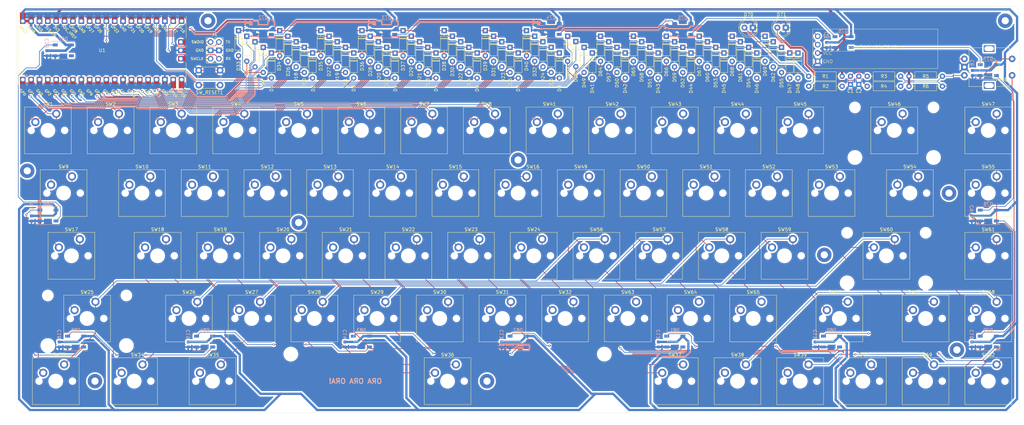
<source format=kicad_pcb>
(kicad_pcb (version 20240108) (generator "pcbnew") (generator_version "8.0")
  (layers (0 "F.Cu" signal) (31 "B.Cu" signal) (34 "B.Paste" user) (35 "F.Paste" user) (36 "B.SilkS" user "B.Silkscreen") (37 "F.SilkS" user "F.Silkscreen") (38 "B.Mask" user) (39 "F.Mask" user) (44 "Edge.Cuts" user))
  (net 0 "")
  (net 1 "Net-(D1-A)")
  (net 2 "Row 1")
  (net 3 "Net-(D2-A)")
  (net 4 "Net-(D3-A)")
  (net 5 "Net-(D4-A)")
  (net 6 "Net-(D5-A)")
  (net 7 "Net-(D6-A)")
  (net 8 "Net-(D7-A)")
  (net 9 "Net-(D8-A)")
  (net 10 "Row 2")
  (net 11 "Net-(D9-A)")
  (net 12 "Net-(D10-A)")
  (net 13 "Net-(D11-A)")
  (net 14 "Net-(D12-A)")
  (net 15 "Net-(D13-A)")
  (net 16 "Net-(D14-A)")
  (net 17 "Net-(D15-A)")
  (net 18 "Net-(D16-A)")
  (net 19 "Row 3")
  (net 20 "Net-(D17-A)")
  (net 21 "Net-(D18-A)")
  (net 22 "Net-(D19-A)")
  (net 23 "Net-(D20-A)")
  (net 24 "Net-(D21-A)")
  (net 25 "Net-(D22-A)")
  (net 26 "Net-(D23-A)")
  (net 27 "Net-(D24-A)")
  (net 28 "Net-(D25-A)")
  (net 29 "Row 4")
  (net 30 "Net-(D26-A)")
  (net 31 "Net-(D27-A)")
  (net 32 "Net-(D28-A)")
  (net 33 "Net-(D29-A)")
  (net 34 "Net-(D30-A)")
  (net 35 "Net-(D31-A)")
  (net 36 "Net-(D32-A)")
  (net 37 "Net-(D33-A)")
  (net 38 "Row 5")
  (net 39 "Net-(D34-A)")
  (net 40 "Net-(D35-A)")
  (net 41 "Net-(D36-A)")
  (net 42 "Net-(D37-A)")
  (net 43 "Net-(D38-A)")
  (net 44 "Net-(D39-A)")
  (net 45 "Net-(D40-A)")
  (net 46 "Net-(D41-A)")
  (net 47 "Row 6")
  (net 48 "Net-(D42-A)")
  (net 49 "Net-(D43-A)")
  (net 50 "Net-(D44-A)")
  (net 51 "Net-(D45-A)")
  (net 52 "Net-(D46-A)")
  (net 53 "Net-(D47-A)")
  (net 54 "Net-(D48-A)")
  (net 55 "Net-(D49-A)")
  (net 56 "Row 7")
  (net 57 "Net-(D50-A)")
  (net 58 "Net-(D51-A)")
  (net 59 "Net-(D52-A)")
  (net 60 "Net-(D53-A)")
  (net 61 "Net-(D54-A)")
  (net 62 "Net-(D55-A)")
  (net 63 "Net-(D56-A)")
  (net 64 "Net-(D57-A)")
  (net 65 "Row 8")
  (net 66 "Net-(D58-A)")
  (net 67 "Net-(D59-A)")
  (net 68 "Net-(D60-A)")
  (net 69 "Net-(D61-A)")
  (net 70 "Net-(D62-A)")
  (net 71 "Net-(D63-A)")
  (net 72 "Net-(D64-A)")
  (net 73 "Col 1")
  (net 74 "Col 2")
  (net 75 "Col 3")
  (net 76 "Col 4")
  (net 77 "Col 5")
  (net 78 "Col 6")
  (net 79 "Col 7")
  (net 80 "Col 8")
  (net 81 "Net-(D66-A)")
  (net 82 "Row 9")
  (net 83 "Net-(D67-A)")
  (net 84 "Net-(D68-A)")
  (net 85 "GND")
  (net 86 "Net-(D65-A)")
  (net 87 "+3V3")
  (net 89 "Net-(D72-DOUT)")
  (net 92 "Net-(U1-RUN)")
  (net 93 "Rot DT")
  (net 94 "Rot CLK")
  (net 95 "Net-(R3-Pad2)")
  (net 96 "Net-(R4-Pad2)")
  (net 97 "Net-(D69-A)")
  (net 98 "Net-(SSD1306_128x32_i2c1-SDA)")
  (net 99 "Net-(SSD1306_128x32_i2c1-SCK)")
  (net 100 "Net-(D70-A)")
  (net 101 "Net-(D71-A)")
  (net 102 "Net-(U1-GPIO27_ADC1)")
  (net 107 "+5V")
  (net 109 "leds")
  (net 110 "Net-(D73-DOUT)")
  (net 111 "Net-(D74-DOUT)")
  (net 112 "Net-(D75-DOUT)")
  (net 113 "Net-(D76-DOUT)")
  (net 114 "Net-(D77-DOUT)")
  (net 115 "Net-(D78-DOUT)")
  (net 116 "Net-(D79-DOUT)")
  (net 117 "Net-(D80-DOUT)")
  (net 118 "Net-(D81-DOUT)")
  (net 119 "Net-(D82-DOUT)")
  (net 120 "Net-(D83-DOUT)")
  (net 121 "Net-(D84-DOUT)")
  (net 122 "Net-(D85-DOUT)")
  (net 123 "Net-(D86-DOUT)")
  (net 125 "uart rx")
  (net 126 "uart tx")
  (net 127 "swclk")
  (net 128 "swdio")
  (footprint "PCM_Switch_Keyboard_Cherry_MX:SW_Cherry_MX_PCB_1.00u" (layer "F.Cu") (at 344.175 202.03)
    (property "Reference" "SW39")
    (property "Value" "SW_Push_45deg")
  )
  (footprint "PCM_Switch_Keyboard_Cherry_MX:SW_Cherry_MX_PCB_1.00u" (layer "F.Cu") (at 163.2 144.88)
    (property "Reference" "SW11")
    (property "Value" "SW_Push_45deg")
  )
  (footprint "Diode_THT:D_DO-35_SOD27_P7.62mm_Horizontal" (layer "F.Cu") (at 243.5 100.6 -90)
    (property "Reference" "D14")
    (property "Value" "1N4148" (hide yes))
  )
  (footprint "PCM_Switch_Keyboard_Cherry_MX:SW_Cherry_MX_PCB_1.00u" (layer "F.Cu") (at 234.6374 182.98)
    (property "Reference" "SW30")
    (property "Value" "SW_Push_45deg")
  )
  (footprint "PCM_Switch_Keyboard_Cherry_MX:SW_Cherry_MX_PCB_1.00u" (layer "F.Cu") (at 344.175 125.83)
    (property "Reference" "SW45")
    (property "Value" "SW_Push_45deg")
  )
  (footprint "MCU_RaspberryPi_and_Boards:RPi_Pico_SMD_TH" (layer "F.Cu") (at 132.06 101.5 90)
    (property "Reference" "U1")
    (property "Value" "Pico")
  )
  (footprint "PCM_Switch_Keyboard_Cherry_MX:SW_Cherry_MX_PCB_1.00u" (layer "F.Cu") (at 296.55 144.88)
    (property "Reference" "SW50")
    (property "Value" "SW_Push_45deg")
  )
  (footprint "PCM_Switch_Keyboard_Cherry_MX:SW_Cherry_MX_PCB_1.75u" (layer "F.Cu") (at 122.7187 163.93)
    (property "Reference" "SW17")
    (property "Value" "SW_Push_45deg")
  )
  (footprint "Diode_THT:D_DO-35_SOD27_P7.62mm_Horizontal" (layer "F.Cu") (at 186 95.5 -90)
    (property "Reference" "D34")
    (property "Value" "1N4148" (hide yes))
  )
  (footprint "Diode_THT:D_DO-35_SOD27_P7.62mm_Horizontal" (layer "F.Cu") (at 276 98.8 -90)
    (property "Reference" "D56")
    (property "Value" "1N4148" (hide yes))
  )
  (footprint "Rotary_Encoder:RotaryEncoder_Alps_EC11E-Switch_Vertical_H20mm" (layer "F.Cu") (at 394.075 104.09)
    (property "Reference" "SW48")
    (property "Value" "RotaryEncoder_Switch")
  )
  (footprint "Diode_THT:D_DO-35_SOD27_P7.62mm_Horizontal" (layer "F.Cu") (at 298.5 100.6 -90)
    (property "Reference" "D51")
    (property "Value" "1N4148" (hide yes))
  )
  (footprint "SPI_Displays:SSD1306_128x32_i2c" (layer "F.Cu") (at 367 101.03)
    (property "Reference" "SSD1306_128x32_i2c1")
    (property "Value" "~")
  )
  (footprint "Diode_THT:D_DO-35_SOD27_P7.62mm_Horizontal" (layer "F.Cu") (at 236 95.5 -90)
    (property "Reference" "D38")
    (property "Value" "1N4148" (hide yes))
  )
  (footprint "PCM_Switch_Keyboard_Cherry_MX:SW_Cherry_MX_PCB_1.00u" (layer "F.Cu") (at 291.7874 182.98)
    (property "Reference" "SW63")
    (property "Value" "SW_Push_45deg")
  )
  (footprint "PCM_Switch_Keyboard_Cherry_MX:SW_Cherry_MX_PCB_2.25u" (layer "F.Cu") (at 127.4812 182.98)
    (property "Reference" "SW25")
    (property "Value" "SW_Push_45deg")
  )
  (footprint "Resistor_THT:R_Axial_DIN0207_L6.3mm_D2.5mm_P10.16mm_Horizontal" (layer "F.Cu") (at 377.24 109.37)
    (property "Reference" "R5")
    (property "Value" "10k")
  )
  (footprint "PCM_Switch_Keyboard_Cherry_MX:SW_Cherry_MX_PCB_1.00u" (layer "F.Cu") (at 272.7374 182.98)
    (property "Reference" "SW32")
    (property "Value" "SW_Push_45deg")
  )
  (footprint "Diode_THT:D_DO-35_SOD27_P7.62mm_Horizontal" (layer "F.Cu") (at 318.5 100.6 -90)
    (property "Reference" "D53")
    (property "Value" "1N4148" (hide yes))
  )
  (footprint "PCM_Switch_Keyboard_Cherry_MX:SW_Cherry_MX_PCB_1.00u" (layer "F.Cu") (at 306.075 125.83)
    (property "Reference" "SW43")
    (property "Value" "SW_Push_45deg")
  )
  (footprint "PCM_Switch_Keyboard_Cherry_MX:SW_Cherry_MX_PCB_1.00u" (layer "F.Cu") (at 253.6874 182.98)
    (property "Reference" "SW31")
    (property "Value" "SW_Push_45deg")
  )
  (footprint "LED_THT:LED_D5.0mm" (layer "F.Cu") (at 329.77 94.6 180)
    (property "Reference" "D70")
    (property "Value" "LED")
  )
  (footprint "PCM_Mounting_Keyboard_Stabilizer:Stabilizer_Cherry_MX_6.00u" (layer "F.Cu") (at 237.0187 202.03 180)
    (property "Reference" "REF**" (hide yes))
    (property "Value" "Stabilizer_Cherry_MX_6.00u")
  )
  (footprint "Diode_THT:D_DO-35_SOD27_P7.62mm_Horizontal" (layer "F.Cu") (at 233.5 102.3 -90)
    (property "Reference" "D5")
    (property "Value" "1N4148" (hide yes))
  )
  (footprint "MountingHole:MountingHole_2.2mm_M2_Pad" (layer "F.Cu") (at 249 202.03)
    (property "Reference" "H9" (hide yes))
    (property "Value" "MountingHole" (hide yes))
  )
  (footprint "Diode_THT:D_DO-35_SOD27_P7.62mm_Horizontal" (layer "F.Cu") (at 178.5 98.9 -90)
    (property "Reference" "D17")
    (property "Value" "1N4148" (hide yes))
  )
  (footprint "PCM_Switch_Keyboard_Cherry_MX:SW_Cherry_MX_PCB_1.00u" (layer "F.Cu") (at 329.8874 182.98)
    (property "Reference" "SW65")
    (property "Value" "SW_Push_45deg")
  )
  (footprint "MountingHole:MountingHole_2.2mm_M2_Pad" (layer "F.Cu") (at 351.5 163.65)
    (property "Reference" "H6" (hide yes))
    (property "Value" "MountingHole" (hide yes))
  )
  (footprint "Diode_THT:D_DO-35_SOD27_P7.62mm_Horizontal" (layer "F.Cu") (at 258.5 102.3 -90)
    (property "Reference" "D7")
    (property "Value" "1N4148" (hide yes))
  )
  (footprint "Diode_THT:D_DO-35_SOD27_P7.62mm_Horizontal" (layer "F.Cu") (at 173.5 95.5 -90)
    (property "Reference" "D33")
    (property "Value" "1N4148" (hide yes))
  )
  (footprint "Diode_THT:D_DO-35_SOD27_P7.62mm_Horizontal" (layer "F.Cu") (at 343.5 102.3 -90)
    (property "Reference" "D48")
    (property "Value" "1N4148" (hide yes))
  )
  (footprint "Diode_THT:D_DO-35_SOD27_P7.62mm_Horizontal" (layer "F.Cu") (at 286 98.9 -90)
    (property "Reference" "D57")
    (property "Value" "1N4148" (hide yes))
  )
  (footprint "PCM_Switch_Keyboard_Cherry_MX:SW_Cherry_MX_PCB_1.00u" (layer "F.Cu") (at 239.4 144.88)
    (property "Reference" "SW15")
    (property "Value" "SW_Push_45deg")
  )
  (footprint "PCM_Mounting_Keyboard_Stabilizer:Stabilizer_Cherry_MX_2.00u" (layer "F.Cu") (at 370.3686 163.93)
    (property "Reference" "REF**" (hide yes))
    (property "Value" "Stabilizer_Cherry_MX_2.00u")
  )
  (footprint "Diode_THT:D_DO-35_SOD27_P7.62mm_Horizontal" (layer "F.Cu") (at 321 102.3 -90)
    (property "Reference" "D45")
    (property "Value" "1N4148" (hide yes))
  )
  (footprint "PCM_Switch_Keyboard_Cherry_MX:SW_Cherry_MX_PCB_1.00u" (layer "F.Cu") (at 158.4374 182.98)
    (property "Reference" "SW26")
    (property "Value" "SW_Push_45deg")
  )
  (footprint "Diode_THT:D_DO-35_SOD27_P7.62mm_Horizontal" (layer "F.Cu") (at 188.5 97.2 -90)
    (property "Reference" "D26")
    (property "Value" "1N4148" (hide yes))
  )
  (footprint "PCM_Switch_Keyboard_Cherry_MX:SW_Cherry_MX_PCB_1.00u" (layer "F.Cu") (at 301.3124 163.93)
    (property "Reference" "SW57")
    (property "Value" "SW_Push_45deg")
  )
  (footprint "MountingHole:MountingHole_2.2mm_M2_Pad" (layer "F.Cu") (at 164.22 92.5)
    (property "Reference" "H1" (hide yes))
    (property "Value" "MountingHole" (hide yes))
  )
  (footprint "Diode_THT:D_DO-35_SOD27_P7.62mm_Horizontal" (layer "F.Cu") (at 331 102.3 -90)
    (property "Reference" "D46")
    (property "Value" "1N4148" (hide yes))
  )
  (footprint "Diode_THT:D_DO-35_SOD27_P7.62mm_Horizontal" (layer "F.Cu") (at 256 100.6 -90)
    (property "Reference" "D15")
    (property "Value" "1N4148" (hide yes))
  )
  (footprint "PCM_Switch_Keyboard_Cherry_MX:SW_Cherry_MX_PCB_1.00u" (layer "F.Cu") (at 315.6 144.88)
    (property "Reference" "SW51")
    (property "Value" "SW_Push_45deg")
  )
  (footprint "Diode_THT:D_DO-35_SOD27_P7.62mm_Horizontal" (layer "F.Cu") (at 293.5 97.2 -90)
    (property "Reference" "D65")
    (property "Value" "1N4148" (hide yes))
  )
  (footprint "Diode_THT:D_DO-35_SOD27_P7.62mm_Horizontal" (layer "F.Cu") (at 281 102.3 -90)
    (property "Reference" "D41")
    (property "Value" "1N4148" (hide yes))
  )
  (footprint "PCM_Switch_Keyboard_Cherry_MX:SW_Cherry_MX_PCB_1.00u" (layer "F.Cu") (at 277.5 144.88)
    (property "Reference" "SW49")
    (property "Value" "SW_Push_45deg")
  )
  (footprint "PCM_Switch_Keyboard_Cherry_MX:SW_Cherry_MX_PCB_1.00u" (layer "F.Cu") (at 215.5874 182.98)
    (property "Reference" "SW29")
    (property "Value" "SW_Push_45deg")
  )
  (footprint "MountingHole:MountingHole_2.2mm_M2_Pad" (layer "F.Cu") (at 389.4 144.88)
    (property "Reference" "H7" (hide yes))
    (property "Value" "MountingHole" (hide yes))
  )
  (footprint "MountingHole:MountingHole_2.2mm_M2_Pad" (layer "F.Cu") (at 258.45 134.8)
    (property "Reference" "H4" (hide yes))
    (property "Value" "MountingHole" (hide yes))
  )
  (footprint "Diode_THT:D_DO-35_SOD27_P7.62mm_Horizontal" (layer "F.Cu") (at 278.5 100.6 -90)
    (property "Reference" "D49")
    (property "Value" "1N4148" (hide yes))
  )
  (footprint "Diode_THT:D_DO-35_SOD27_P7.62mm_Horizontal" (layer "F.Cu") (at 193.5 100.6 -90)
    (property "Reference" "D10")
    (property "Value" "1N4148" (hide yes))
  )
  (footprint "Diode_THT:D_DO-35_SOD27_P7.62mm_Horizontal" (layer "F.Cu") (at 303.5 97.2 -90)
    (property "Reference" "D66")
    (property "Value" "1N4148" (hide yes))
  )
  (footprint "Diode_THT:D_DO-35_SOD27_P7.62mm_Horizontal" (layer "F.Cu") (at 216 98.9 -90)
    (property "Reference" "D20")
    (property "Value" "1N4148" (hide yes))
  )
  (footprint "Diode_THT:D_DO-35_SOD27_P7.62mm_Horizontal" (layer "F.Cu") (at 326 98.9 -90)
    (property "Reference" "D61")
    (property "Value" "1N4148" (hide yes))
  )
  (footprint "Diode_THT:D_DO-35_SOD27_P7.62mm_Horizontal" (layer "F.Cu") (at 248.5 95.5 -90)
    (property "Reference" "D39")
    (property "Value" "1N4148" (hide yes))
  )
  (footprint "PCM_Switch_Keyboard_Cherry_MX:SW_Cherry_MX_PCB_1.00u" (layer "F.Cu") (at 401.3248 125.83)
    (property "Reference" "SW47")
    (property "Value" "SW_Push_45deg")
  )
  (footprint "Diode_THT:D_DO-35_SOD27_P7.62mm_Horizontal" (layer "F.Cu") (at 308.5 100.6 -90)
    (property "Reference" "D52")
    (property "Value" "1N4148" (hide yes))
  )
  (footprint "MountingHole:MountingHole_2.2mm_M2_Pad" (layer "F.Cu") (at 109.3 138.11)
    (property "Reference" "H3" (hide yes))
    (property "Value" "MountingHole" (hide yes))
  )
  (footprint "Capacitor_THT:C_Disc_D3.0mm_W1.6mm_P2.50mm" (layer "F.Cu") (at 359.46 109.37 -90)
    (property "Reference" "C1")
    (property "Value" "0.01 µf")
  )
  (footprint "Resistor_THT:R_Axial_DIN0207_L6.3mm_D2.5mm_P10.16mm_Horizontal" (layer "F.Cu") (at 356.92 109.37 180)
    (property "Reference" "R1")
    (property "Value" "390")
  )
  (footprint "Diode_THT:D_DO-35_SOD27_P7.62mm_Horizontal" (layer "F.Cu") (at 311 102.3 -90)
    (property "Reference" "D44")
    (property "Value" "1N4148" (hide yes))
  )
  (footprint "Resistor_THT:R_Axial_DIN0207_L6.3mm_D2.5mm_P10.16mm_Horizontal" (layer "F.Cu") (at 364.54 112.42)
    (property "Reference" "R4")
    (property "Value" "10k")
  )
  (footprint "Diode_THT:D_DO-35_SOD27_P7.62mm_Horizontal" (layer "F.Cu") (at 316 98.9 -90)
    (property "Reference" "D60")
    (property "Value" "1N4148" (hide yes))
  )
  (footprint "PCM_Switch_Keyboard_Cherry_MX:SW_Cherry_MX_PCB_2.25u" (layer "F.Cu") (at 370.3686 163.93)
    (property "Reference" "SW60")
    (property "Value" "SW_Push_45deg")
  )
  (footprint "Diode_THT:D_DO-35_SOD27_P7.62mm_Horizontal" (layer "F.Cu") (at 231 100.6 -90)
    (property "Reference" "D13")
    (property "Value" "1N4148" (hide yes))
  )
  (footprint "Diode_THT:D_DO-35_SOD27_P7.62mm_Horizontal" (layer "F.Cu") (at 296 98.9 -90)
    (property "Reference" "D58")
    (property "Value" "1N4148" (hide yes))
  )
  (footprint "PCM_Switch_Keyboard_Cherry_MX:SW_Cherry_MX_PCB_2.00u" (layer "F.Cu") (at 372.75 125.83)
    (property "Reference" "SW46")
    (property "Value" "SW_Push_45deg")
  )
  (footprint "Diode_THT:D_DO-35_SOD27_P7.62mm_Horizontal" (layer "F.Cu") (at 221 102.3 -90)
    (property "Reference" "D4")
    (property "Value" "1N4148" (hide yes))
  )
  (footprint "PCM_Switch_Keyboard_Cherry_MX:SW_Cherry_MX_PCB_1.00u" (layer "F.Cu") (at 287.025 125.83)
    (property "Reference" "SW42")
    (property "Value" "SW_Push_45deg")
  )
  (footprint "PCM_Switch_Keyboard_Cherry_MX:SW_Cherry_MX_PCB_1.00u" (layer "F.Cu") (at 267.975 125.83)
    (property "Reference" "SW41")
    (property "Value" "SW_Push_45deg")
  )
  (footprint "Diode_THT:D_DO-35_SOD27_P7.62mm_Horizontal" (layer "F.Cu") (at 198.5 95.5 -90)
    (property "Reference" "D35")
    (property "Value" "1N4148" (hide yes))
  )
  (footprint "PCM_Switch_Keyboard_Cherry_MX:SW_Cherry_MX_PCB_1.75u" (layer "F.Cu") (at 356.0811 182.98)
    (property "Reference" "SW66")
    (property "Value" "SW_Push_45deg")
  )
  (footprint "Diode_THT:D_DO-35_SOD27_P7.62mm_Horizontal" (layer "F.Cu") (at 328.5 100.6 -90)
    (property "Reference" "D54")
    (property "Value" "1N4148" (hide yes))
  )
  (footprint "Capacitor_THT:C_Disc_D3.0mm_W1.6mm_P2.50mm" (layer "F.Cu") (at 362 109.37 -90)
    (property "Reference" "C2")
    (property "Value" "0.01 µf")
  )
  (footprint "PCM_Switch_Keyboard_Cherry_MX:SW_Cherry_MX_PCB_1.00u" (layer "F.Cu") (at 263.2124 163.93)
    (property "Reference" "SW24")
    (property "Value" "SW_Push_45deg")
  )
  (footprint "PCM_Switch_Keyboard_Cherry_MX:SW_Cherry_MX_PCB_1.00u" (layer "F.Cu") (at 353.7 144.88)
    (property "Reference" "SW53")
    (property "Value" "SW_Push_45deg")
  )
  (footprint "Diode_THT:D_DO-35_SOD27_P7.62mm_Horizontal" (layer "F.Cu") (at 191 98.9 -90)
    (property "Reference" "D18")
    (property "Value" "1N4148" (hide yes))
  )
  (footprint "PCM_Switch_Keyboard_Cherry_MX:SW_Cherry_MX_PCB_1.00u" (layer "F.Cu") (at 182.25 144.88)
    (property "Reference" "SW12")
    (property "Value" "SW_Push_45deg")
  )
  (footprint "Diode_THT:D_DO-35_SOD27_P7.62mm_Horizontal" (layer "F.Cu") (at 313.5 97.2 -90)
    (property "Reference" "D67")
    (property "Value" "1N4148" (hide yes))
  )
  (footprint "PCM_Switch_Keyboard_Cherry_MX:SW_Cherry_MX_PCB_1.00u" (layer "F.Cu") (at 206.0624 163.93)
    (property "Reference" "SW21")
    (property "Value" "SW_Push_45deg")
  )
  (footprint "Diode_THT:D_DO-35_SOD27_P7.62mm_Horizontal" (layer "F.Cu") (at 273.5 97.2 -90)
    (property "Reference" "D63")
    (property "Value" "1N4148" (hide yes))
  )
  (footprint "Diode_THT:D_DO-35_SOD27_P7.62mm_Horizontal" (layer "F.Cu") (at 218.5 100.6 -90)
    (property "Reference" "D12")
    (property "Value" "1N4148" (hide yes))
  )
  (footprint "Diode_THT:D_DO-35_SOD27_P7.62mm_Horizontal" (layer "F.Cu") (at 251 97.2 -90)
    (property "Reference" "D31")
    (property "Value" "1N4148" (hide yes))
  )
  (footprint "PCM_Switch_Keyboard_Cherry_MX:SW_Cherry_MX_PCB_1.00u" (layer "F.Cu") (at 153.675 125.83)
    (property "Reference" "SW3")
    (property "Value" "SW_Push_45deg")
  )
  (footprint "PCM_Switch_Keyboard_Cherry_MX:SW_Cherry_MX_PCB_1.50u" (layer "F.Cu") (at 120.3375 144.88)
    (property "Reference" "SW9")
    (property "Value" "SW_Push_45deg")
  )
  (footprint "MountingHole:MountingHole_2.2mm_M2_Pad" (layer "F.Cu") (at 391.8 192.505)
    (property "Reference" "H5" (hide yes))
    (property "Value" "MountingHole" (hide yes))
  )
  (footprint "Button_Switch_THT:SW_PUSH_6mm" (layer "F.Cu") (at 167.9 112.05 180)
    (property "Reference" "SW_RESET1")
    (property "Value" "SW_Push")
  )
  (footprint "PCM_Switch_Keyboard_Cherry_MX:SW_Cherry_MX_PCB_1.00u" (layer "F.Cu") (at 310.8374 182.98)
    (property "Reference" "SW64")
    (property "Value" "SW_Push_45deg")
  )
  (footprint "PCM_Switch_Keyboard_Cherry_MX:SW_Cherry_MX_PCB_1.00u" (layer "F.Cu") (at 363.225 202.03)
    (property "Reference" "SW40")
    (property "Value" "SW_Push_45deg")
  )
  (footprint "Diode_THT:D_DO-35_SOD27_P7.62mm_Horizontal" (layer "F.Cu") (at 306 98.9 -90)
    (property "Reference" "D59")
    (property "Value" "1N4148" (hide yes))
  )
  (footprint "Resistor_THT:R_Axial_DIN0207_L6.3mm_D2.5mm_P10.16mm_Horizontal" (layer "F.Cu") (at 377.24 112.42)
    (property "Reference" "R6")
    (property "Value" "10k")
  )
  (footprint "PCM_Switch_Keyboard_Cherry_MX:SW_Cherry_MX_PCB_1.00u" (layer "F.Cu") (at 334.65 144.88)
    (property "Reference" "SW52")
    (property "Value" "SW_Push_45deg")
  )
  (footprint "PCM_Switch_Keyboard_Cherry_MX:SW_Cherry_MX_PCB_1.00u" (layer "F.Cu") (at 282.2624 163.93)
    (property "Reference" "SW56")
    (property "Value" "SW_Push_45deg")
  )
  (footprint "MountingHole:MountingHole_2.2mm_M2_Pad" (layer "F.Cu") (at 191.775 153.85)
    (property "Reference" "H10" (hide yes))
    (property "Value" "MountingHole" (hide yes))
  )
  (footprint "Diode_THT:D_DO-35_SOD27_P7.62mm_Horizontal" (layer "F.Cu") (at 301 102.3 -90)
    (property "Reference" "D43")
    (property "Value" "1N4148" (hide yes))
  )
  (footprint "Diode_THT:D_DO-35_SOD27_P7.62mm_Horizontal" (layer "F.Cu") (at 213.5 97.2 -90)
    (property "Reference" "D28")
    (property "Value" "1N4148" (hide yes))
  )
  (footprint "Diode_THT:D_DO-35_SOD27_P7.62mm_Horizontal" (layer "F.Cu") (at 263.5 97.2 -90)
    (property "Reference" "D32")
    (property "Value" "1N4148" (hide yes))
  )
  (footprint "PCM_Switch_Keyboard_Cherry_MX:SW_Cherry_MX_PCB_1.00u" (layer "F.Cu") (at 134.625 125.83)
    (property "Reference" "SW2")
    (property "Value" "SW_Push_45deg")
  )
  (footprint "PCM_Switch_Keyboard_Cherry_MX:SW_Cherry_MX_PCB_1.00u" (layer "F.Cu") (at 167.9624 163.93)
    (property "Reference" "SW19")
    (property "Value" "SW_Push_45deg")
  )
  (footprint "Diode_THT:D_DO-35_SOD27_P7.62mm_Horizontal" (layer "F.Cu") (at 181 100.6 -90)
    (property "Reference" "D9")
    (property "Value" "1N4148" (hide yes))
  )
  (footprint "Diode_THT:D_DO-35_SOD27_P7.62mm_Horizontal" (layer "F.Cu") (at 323.5 97.2 -90)
    (property "Reference" "D68")
    (property "Value" "1N4148" (hide yes))
  )
  (footprint "Diode_THT:D_DO-35_SOD27_P7.62mm_Horizontal" (layer "F.Cu") (at 246 102.3 -90)
    (property "Reference" "D6")
    (property "Value" "1N4148" (hide yes))
  )
  (footprint "PCM_Mounting_Keyboard_Stabilizer:Stabilizer_Cherry_MX_2.00u" (layer "F.Cu") (at 372.75 125.83)
    (property "Reference" "REF**" (hide yes))
    (property "Value" "Stabilizer_Cherry_MX_2.00u")
  )
  (footprint "Diode_THT:D_DO-35_SOD27_P7.62mm_Horizontal" (layer "F.Cu") (at 336 98.9 -90)
    (property "Reference" "D62")
    (property "Value" "1N4148" (hide yes))
  )
  (footprint "PCM_Switch_Keyboard_Cherry_MX:SW_Cherry_MX_PCB_1.00u" (layer "F.Cu") (at 220.35 144.88)
    (property "Reference" "SW14")
    (property "Value" "SW_Push_45deg")
  )
  (footprint "LED_THT:LED_D5.0mm" (layer "F.Cu") (at 339.77 94.6 180)
    (property "Reference" "D71")
    (property "Value" "LED")
  )
  (footprint "Diode_THT:D_DO-35_SOD27_P7.62mm_Horizontal" (layer "F.Cu") (at 333.5 97.2 -90)
    (property "Reference" "D69")
    (property "Value" "1N4148" (hide yes))
  )
  (footprint "PCM_Switch_Keyboard_Cherry_MX:SW_Cherry_MX_PCB_1.00u" (layer "F.Cu") (at 401.3248 182.98)
    (property "Reference" "SW68")
    (property "Value" "SW_Push_45deg")
  )
  (footprint "Connector_PinHeader_2.54mm:PinHeader_2x03_P2.54mm_Vertical" (layer "F.Cu") (at 165 98.96)
    (property "Reference" "J1")
    (property "Value" "Conn_01x06_Socket")
  )
  (footprint "PCM_Switch_Keyboard_Cherry_MX:SW_Cherry_MX_PCB_1.00u" (layer "F.Cu") (at 201.3 144.88)
    (property "Reference" "SW13")
    (property "Value" "SW_Push_45deg")
  )
  (footprint "PCM_Switch_Keyboard_Cherry_MX:SW_Cherry_MX_PCB_1.00u" (layer "F.Cu") (at 244.1624 163.93)
    (property "Reference" "SW23")
    (property "Value" "SW_Push_45deg")
  )
  (footprint "PCM_Switch_Keyboard_Cherry_MX:SW_Cherry_MX_PCB_1.00u" (layer "F.Cu") (at 210.825 125.83)
    (property "Reference" "SW6")
    (property "Value" "SW_Push_45deg")
  )
  (footprint "PCM_Switch_Keyboard_Cherry_MX:SW_Cherry_MX_PCB_1.00u" (layer "F.Cu") (at 172.725 125.83)
    (property "Reference" "SW4")
    (property "Value" "SW_Push_45deg")
  )
  (footprint "PCM_Switch_Keyboard_Cherry_MX:SW_Cherry_MX_PCB_1.25u" (layer "F.Cu") (at 117.9562 202.03)
    (property "Reference" "SW33")
    (property "Value" "SW_Push_45deg")
  )
  (footprint "Diode_THT:D_DO-35_SOD27_P7.62mm_Horizontal" (layer "F.Cu") (at 196 102.3 -90)
    (property "Reference" "D2")
    (property "Value" "1N4148" (hide yes))
  )
  (footprint "Diode_THT:D_DO-35_SOD27_P7.62mm_Horizontal" (layer "F.Cu") (at 253.5 98.9 -90)
    (property "Reference" "D23")
    (property "Value" "1N4148" (hide yes))
  )
  (footprint "Diode_THT:D_DO-35_SOD27_P7.62mm_Horizontal" (layer "F.Cu") (at 288.5 100.6 -90)
    (property "Reference" "D50")
    (property "Value" "1N4148" (hide yes))
  )
  (footprint "Diode_THT:D_DO-35_SOD27_P7.62mm_Horizontal" (layer "F.Cu") (at 238.5 97.2 -90)
    (property "Reference" "D30")
    (property "Value" "1N4148" (hide yes))
  )
  (footprint "PCM_Switch_Keyboard_Cherry_MX:SW_Cherry_MX_PCB_1.00u" (layer "F.Cu") (at 339.4124 163.93)
    (property "Reference" "SW59")
    (property "Value" "SW_Push_45deg")
  )
  (footprint "PCM_Switch_Keyboard_Cherry_MX:SW_Cherry_MX_PCB_1.00u" (layer "F.Cu") (at 248.925 125.83)
    (property "Reference" "SW8")
    (property "Value" "SW_Push_45deg")
  )
  (footprint "PCM_Switch_Keyboard_Cherry_MX:SW_Cherry_MX_PCB_1.00u" (layer "F.Cu") (at 191.775 125.83)
    (property "Reference" "SW5")
    (property "Value" "SW_Push_45deg")
  )
  (footprint "PCM_Switch_Keyboard_Cherry_MX:SW_Cherry_MX_PCB_1.00u" (layer "F.Cu") (at 115.575 125.83)
    (property "Reference" "SW1")
    (property "Value" "SW_Push_45deg")
  )
  (footprint "Diode_THT:D_DO-35_SOD27_P7.62mm_Horizontal" (layer "F.Cu") (at 211 95.5 -90)
    (property "Reference" "D36")
    (property "Value" "1N4148" (hide yes))
  )
  (footprint "PCM_Mounting_Keyboard_Stabilizer:Stabilizer_Cherry_MX_2.00u" (layer "F.Cu") (at 127.4812 182.98)
    (property "Reference" "REF**" (hide yes))
    (property "Value" "Stabilizer_Cherry_MX_2.00u")
  )
  (footprint "Diode_THT:D_DO-35_SOD27_P7.62mm_Horizontal" (layer "F.Cu") (at 201 97.2 -90)
    (property "Reference" "D27")
    (property "Value" "1N4148" (hide yes))
  )
  (footprint "PCM_Switch_Keyboard_Cherry_MX:SW_Cherry_MX_PCB_1.00u" (layer "F.Cu") (at 306.075 202.03)
    (property "Reference" "SW37")
    (property "Value" "SW_Push_45deg")
  )
  (footprint "PCM_Switch_Keyboard_Cherry_MX:SW_Cherry_MX_PCB_1.00u" (layer "F.Cu") (at 382.2748 202.03)
    (property "Reference" "SW69")
    (property "Value" "SW_Push_45deg")
  )
  (footprint "Diode_THT:D_DO-35_SOD27_P7.62mm_Horizontal" (layer "F.Cu") (at 266 98.9 -90)
    (property "Reference" "D24")
    (property "Value" "1N4148" (hide yes))
  )
  (footprint "Diode_THT:D_DO-35_SOD27_P7.62mm_Horizontal" (layer "F.Cu") (at 268.5 100.6 -90)
    (property "Reference" "D16")
    (property "Value" "1N4148" (hide yes))
  )
  (footprint "PCM_Switch_Keyboard_Cherry_MX:SW_Cherry_MX_PCB_1.00u" (layer "F.Cu") (at 148.9124 163.93)
    (property "Reference" "SW18")
    (property "Value" "SW_Push_45deg")
  )
  (footprint "PCM_Switch_Keyboard_Cherry_MX:SW_Cherry_MX_PCB_1.00u" (layer "F.Cu") (at 401.3248 202.03)
    (property "Reference" "SW62")
    (property "Value" "SW_Push_45deg")
  )
  (footprint "PCM_Switch_Keyboard_Cherry_MX:SW_Cherry_MX_PCB_1.25u" (layer "F.Cu") (at 165.5812 202.03)
    (property "Reference" "SW35")
    (property "Value" "SW_Push_45deg")
  )
  (footprint "Diode_THT:D_DO-35_SOD27_P7.62mm_Horizontal" (layer "F.Cu") (at 206 100.6 -90)
    (property "Reference" "D11")
    (property "Value" "1N4148" (hide yes))
  )
  (footprint "PCM_Switch_Keyboard_Cherry_MX:SW_Cherry_MX_PCB_1.50u" (layer "F.Cu") (at 377.5125 144.88)
    (property "Reference" "SW54")
    (property "Value" "SW_Push_45deg")
  )
  (footprint "PCM_Switch_Keyboard_Cherry_MX:SW_Cherry_MX_PCB_1.00u" (layer "F.Cu") (at 325.125 202.03)
    (property "Reference" "SW38")
    (property "Value" "SW_Push_45deg")
  )
  (footprint "Diode_THT:D_DO-35_SOD27_P7.62mm_Horizontal" (layer "F.Cu") (at 291 102.3 -90)
    (property "Reference" "D42")
    (property "Value" "1N4148" (hide yes))
  )
  (footprint "Diode_THT:D_DO-35_SOD27_P7.62mm_Horizontal" (layer "F.Cu") (at 208.5 102.3 -90)
    (property "Reference" "D3")
    (property "Value" "1N4148" (hide yes))
  )
  (footprint "PCM_Switch_Keyboard_Cherry_MX:SW_Cherry_MX_PCB_6.25u" (layer "F.Cu") (at 237.0187 202.03)
    (property "Reference" "SW36")
    (property "Value" "SW_Push_45deg")
  )
  (footprint "PCM_Switch_Keyboard_Cherry_MX:SW_Cherry_MX_PCB_1.00u" (layer "F.Cu") (at 320.3624 163.93)
    (property "Reference" "SW58")
    (property "Value" "SW_Push_45deg")
  )
  (footprint "Diode_THT:D_DO-35_SOD27_P7.62mm_Horizontal" (layer "F.Cu") (at 341 102.3 -90)
    (property "Reference" "D47")
    (property "Value" "1N4148" (hide yes))
  )
  (footprint "Diode_THT:D_DO-35_SOD27_P7.62mm_Horizontal" (layer "F.Cu") (at 176 97.2 -90)
    (property "Reference" "D25")
    (property "Value" "1N4148" (hide yes))
  )
  (footprint "PCM_Switch_Keyboard_Cherry_MX:SW_Cherry_MX_PCB_1.00u" (layer "F.Cu") (at 401.3248 163.93)
    (property "Reference" "SW61")
    (property "Value" "SW_Push_45deg")
  )
  (footprint "Diode_THT:D_DO-35_SOD27_P7.62mm_Horizontal" (layer "F.Cu") (at 228.5 98.9 -90)
    (property "Reference" "D21")
    (property "Value" "1N4148" (hide yes))
  )
  (footprint "Diode_THT:D_DO-35_SOD27_P7.62mm_Horizontal" (layer "F.Cu") (at 223.5 95.5 -90)
    (property "Reference" "D37")
    (property "Value" "1N4148" (hide yes))
  )
  (footprint "PCM_Switch_Keyboard_Cherry_MX:SW_Cherry_MX_PCB_1.00u" (layer "F.Cu") (at 325.125 125.83)
    (property "Reference" "SW44")
    (property "Value" "SW_Push_45deg")
  )
  (footprint "MountingHole:MountingHole_2.2mm_M2_Pad" (layer "F.Cu") (at 129.8624 202.03)
    (property "Reference" "H8" (hide yes))
    (property "Value" "MountingHole" (hide yes))
  )
  (footprint "PCM_Switch_Keyboard_Cherry_MX:SW_Cherry_MX_PCB_1.00u" (layer "F.Cu") (at 229.875 125.83)
    (property "Reference" "SW7")
    (property "Value" "SW_Push_45deg")
  )
  (footprint "Diode_THT:D_DO-35_SOD27_P7.62mm_Horizontal" (layer "F.Cu") (at 283.5 97.2 -90)
    (property "Reference" "D64")
    (property "Value" "1N4148" (hide yes))
  )
  (footprint "PCM_Switch_Keyboard_Cherry_MX:SW_Cherry_MX_PCB_1.00u" (layer "F.Cu") (at 196.5374 182.98)
    (property "Reference" "SW28")
    (property "Value" "SW_Push_45deg")
  )
  (footprint "PCM_Switch_Keyboard_Cherry_MX:SW_Cherry_MX_PCB_1.00u" (layer "F.Cu") (at 225.1124 163.93)
    (property "Reference" "SW22")
    (property "Value" "SW_Push_45deg")
  )
  (footprint "Diode_THT:D_DO-35_SOD27_P7.62mm_Horizontal" (layer "F.Cu") (at 183.5 102.3 -90)
    (property "Reference" "D1")
    (property "Value" "1N4148")
  )
  (footprint "Resistor_THT:R_Axial_DIN0207_L6.3mm_D2.5mm_P10.16mm_Horizontal" (layer "F.Cu") (at 356.92 112.42 180)
    (property "Reference" "R2")
    (property "Value" "390")
  )
  (footprint "PCM_Switch_Keyboard_Cherry_MX:SW_Cherry_MX_PCB_1.00u" (layer "F.Cu") (at 187.0124 163.93)
    (property "Reference" "SW20")
    (property "Value" "SW_Push_45deg")
  )
  (footprint "Diode_THT:D_DO-35_SOD27_P7.62mm_Horizontal" (layer "F.Cu") (at 261 95.5 -90)
    (property "Reference" "D40")
    (property "Value" "1N4148" (hide yes))
  )
  (footprint "PCM_Switch_Keyboard_Cherry_MX:SW_Cherry_MX_PCB_1.00u" (layer "F.Cu") (at 401.3248 144.88)
    (property "Reference" "SW55")
    (property "Value" "SW_Push_45deg")
  )
  (footprint "PCM_Switch_Keyboard_Cherry_MX:SW_Cherry_MX_PCB_1.00u" (layer "F.Cu") (at 258.45 144.88)
    (property "Reference" "SW16")
    (property "Value" "SW_Push_45deg")
  )
  (footprint "PCM_Switch_Keyboard_Cherry_MX:SW_Cherry_MX_PCB_1.00u" (layer "F.Cu") (at 177.4874 182.98)
    (property "Reference" "SW27")
    (property "Value" "SW_Push_45deg")
  )
  (footprint "Resistor_THT:R_Axial_DIN0207_L6.3mm_D2.5mm_P10.16mm_Horizontal" (layer "F.Cu") (at 364.54 109.37)
    (property "Reference" "R3")
    (property "Value" "10k")
  )
  (footprint "Diode_THT:D_DO-35_SOD27_P7.62mm_Horizontal" (layer "F.Cu") (at 241 98.9 -90)
    (property "Reference" "D22")
    (property "Value" "1N4148" (hide yes))
  )
  (footprint "Diode_THT:D_DO-35_SOD27_P7.62mm_Horizontal" (layer "F.Cu") (at 203.5 98.9 -90)
    (property "Reference" "D19")
    (property "Value" "1N4148" (hide yes))
  )
  (footprint "Diode_THT:D_DO-35_SOD27_P7.62mm_Horizontal" (layer "F.Cu") (at 338.5 100.6 -90)
    (property "Reference" "D55")
    (property "Value" "1N4148" (hide yes))
  )
  (footprint "PCM_Switch_Keyboard_Cherry_MX:SW_Cherry_MX_PCB_1.00u" (layer "F.Cu") (at 382.2748 182.98)
    (property "Reference" "SW67")
    (property "Value" "SW_Push_45deg")
  )
  (footprint "Diode_THT:D_DO-35_SOD27_P7.62mm_Horizontal" (layer "F.Cu") (at 226 97.2 -90)
    (property "Reference" "D29")
    (property "Value" "1N4148" (hide yes))
  )
  (footprint "PCM_Switch_Keyboard_Cherry_MX:SW_Cherry_MX_PCB_1.00u" (layer "F.Cu") (at 144.15 144.88)
    (property "Reference" "SW10")
    (property "Value" "SW_Push_45deg")
  )
  (footprint "MountingHole:MountingHole_2.2mm_M2_Pad" (layer "F.Cu") (at 406.48 92.5)
    (property "Reference" "H2" (hide yes))
    (property "Value" "MountingHole" (hide yes))
  )
  (footprint "Diode_THT:D_DO-35_SOD27_P7.62mm_Horizontal" (layer "F.Cu") (at 271 102.3 -90)
    (property "Reference" "D8")
    (property "Value" "1N4148" (hide yes))
  )
  (footprint "PCM_Switch_Keyboard_Cherry_MX:SW_Cherry_MX_PCB_1.25u" (layer "F.Cu") (at 141.7687 202.03)
    (property "Reference" "SW34")
    (property "Value" "SW_Push_45deg")
  )
  (footprint "LED_SMD:LED_WS2812B_PLCC4_5.0x5.0mm_P3.2mm" (layer "B.Cu") (at 401.3248 151.7 180)
    (property "Reference" "D78")
    (property "Value" "WS2812B")
  )
  (footprint "Capacitor_SMD:C_0603_1608Metric" (layer "B.Cu") (at 253.45 190.875 90)
    (property "Reference" "C13")
    (property "Value" "100nF")
  )
  (footprint "LED_SMD:LED_WS2812B_PLCC4_5.0x5.0mm_P3.2mm" (layer "B.Cu") (at 218.5 95 180)
    (property "Reference" "D73")
    (property "Value" "WS2812B")
  )
  (footprint "LED_SMD:LED_WS2812B_PLCC4_5.0x5.0mm_P3.2mm" (layer "B.Cu") (at 308.5 95 180)
    (property "Reference" "D75")
    (property "Value" "WS2812B")
  )
  (footprint "LED_SMD:LED_WS2812B_PLCC4_5.0x5.0mm_P3.2mm" (layer "B.Cu") (at 163.2 190 180)
    (property "Reference" "D84")
    (property "Value" "WS2812B")
  )
  (footprint "LED_SMD:LED_WS2812B_PLCC4_5.0x5.0mm_P3.2mm" (layer "B.Cu") (at 210.825 190 180)
    (property "Reference" "D83")
    (property "Value" "WS2812B")
  )
  (footprint "Capacitor_SMD:C_0603_1608Metric" (layer "B.Cu") (at 352.2 99.875 90)
    (property "Reference" "C7")
    (property "Value" "100nF")
  )
  (footprint "Capacitor_SMD:C_0603_1608Metric" (layer "B.Cu") (at 301.075 190.875 90)
    (property "Reference" "C12")
    (property "Value" "100nF")
  )
  (footprint "Capacitor_SMD:C_0603_1608Metric" (layer "B.Cu") (at 396.3248 152.575 90)
    (property "Reference" "C9")
    (property "Value" "100nF")
  )
  (footprint "LED_SMD:LED_WS2812B_PLCC4_5.0x5.0mm_P3.2mm" (layer "B.Cu") (at 258.45 190 180)
    (property "Reference" "D82")
    (property "Value" "WS2812B")
  )
  (footprint "LED_SMD:LED_WS2812B_PLCC4_5.0x5.0mm_P3.2mm" (layer "B.Cu") (at 401.3248 107.5 180)
    (property "Reference" "D77")
    (property "Value" "WS2812B")
  )
  (footprint "LED_SMD:LED_WS2812B_PLCC4_5.0x5.0mm_P3.2mm" (layer "B.Cu") (at 353.7 190 180)
    (property "Reference" "D80")
    (property "Value" "WS2812B")
  )
  (footprint "LED_SMD:LED_WS2812B_PLCC4_5.0x5.0mm_P3.2mm" (layer "B.Cu") (at 115.575 151.7 180)
    (property "Reference" "D86")
    (property "Value" "WS2812B")
  )
  (footprint "LED_SMD:LED_WS2812B_PLCC4_5.0x5.0mm_P3.2mm" (layer "B.Cu") (at 268.5 95 180)
    (property "Reference" "D74")
    (property "Value" "WS2812B")
  )
  (footprint "LED_SMD:LED_WS2812B_PLCC4_5.0x5.0mm_P3.2mm" (layer "B.Cu") (at 401.3248 190 180)
    (property "Reference" "D79")
    (property "Value" "WS2812B")
  )
  (footprint "Capacitor_SMD:C_0603_1608Metric" (layer "B.Cu") (at 263.7 94.6 90)
    (property "Reference" "C5")
    (property "Value" "100nF")
  )
  (footprint "Capacitor_SMD:C_0603_1608Metric" (layer "B.Cu") (at 158.2 190.875 90)
    (property "Reference" "C15")
    (property "Value" "100nF")
  )
  (footprint "Capacitor_SMD:C_0603_1608Metric" (layer "B.Cu") (at 348.7 190.875 90)
    (property "Reference" "C11")
    (property "Value" "100nF")
  )
  (footprint "Capacitor_SMD:C_0603_1608Metric" (layer "B.Cu") (at 110.575 152.575 90)
    (property "Reference" "C17")
    (property "Value" "100nF")
  )
  (footprint "LED_SMD:LED_WS2812B_PLCC4_5.0x5.0mm_P3.2mm" (layer "B.Cu") (at 124 190 180)
    (property "Reference" "D85")
    (property "Value" "WS2812B")
  )
  (footprint "Capacitor_SMD:C_0603_1608Metric" (layer "B.Cu") (at 115.25 102.375 90)
    (property "Reference" "C18")
    (property "Value" "100nF")
  )
  (footprint "Capacitor_SMD:C_0603_1608Metric" (layer "B.Cu") (at 303.7 94.6 90)
    (property "Reference" "C6")
    (property "Value" "100nF")
  )
  (footprint "Capacitor_SMD:C_0603_1608Metric" (layer "B.Cu") (at 396.3248 190.875 90)
    (property "Reference" "C10")
    (property "Value" "100nF")
  )
  (footprint "LED_SMD:LED_WS2812B_PLCC4_5.0x5.0mm_P3.2mm" (layer "B.Cu") (at 357.2 99 180)
    (property "Reference" "D76")
    (property "Value" "WS2812B")
  )
  (footprint "Capacitor_SMD:C_0603_1608Metric" (layer "B.Cu") (at 119 190.875 90)
    (property "Reference" "C16")
    (property "Value" "100nF")
  )
  (footprint "LED_SMD:LED_WS2812B_PLCC4_5.0x5.0mm_P3.2mm" (layer "B.Cu") (at 120.25 101.5 180)
    (property "Reference" "D87")
    (property "Value" "WS2812B")
  )
  (footprint "Capacitor_SMD:C_0603_1608Metric" (layer "B.Cu") (at 213.7 94.6 90)
    (property "Reference" "C4")
    (property "Value" "100nF")
  )
  (footprint "Capacitor_SMD:C_0603_1608Metric" (layer "B.Cu") (at 205.825 190.875 90)
    (property "Reference" "C14")
    (property "Value" "100nF")
  )
  (footprint "Capacitor_SMD:C_0603_1608Metric" (layer "B.Cu") (at 396.5 108.375 90)
    (property "Reference" "C8")
    (property "Value" "100nF")
  )
  (footprint "LED_SMD:LED_WS2812B_PLCC4_5.0x5.0mm_P3.2mm" (layer "B.Cu") (at 306.075 190 180)
    (property "Reference" "D81")
    (property "Value" "WS2812B")
  )
  (footprint "LED_SMD:LED_WS2812B_PLCC4_5.0x5.0mm_P3.2mm" (layer "B.Cu") (at 181 95 180)
    (property "Reference" "D72")
    (property "Value" "WS2812B")
  )
  (footprint "Capacitor_SMD:C_0603_1608Metric" (layer "B.Cu") (at 176.2 94.62 90)
    (property "Reference" "C3")
    (property "Value" "100nF")
  )
  (gr_line (start 408.43 211.64) (end 108.47 211.64) (stroke (width 0.05)) (layer "Edge.Cuts"))
  (gr_arc (start 410.93 209.14) (mid 410.197767 210.907767) (end 408.43 211.64) (stroke (width 0.05)) (layer "Edge.Cuts"))
  (gr_line (start 108.47 88.1) (end 408.43 88.1) (stroke (width 0.05)) (layer "Edge.Cuts"))
  (gr_arc (start 108.47 211.64) (mid 106.702233 210.907767) (end 105.97 209.14) (stroke (width 0.05)) (layer "Edge.Cuts"))
  (gr_line (start 410.93 90.6) (end 410.93 209.14) (stroke (width 0.05)) (layer "Edge.Cuts"))
  (gr_line (start 105.97 209.14) (end 105.97 90.6) (stroke (width 0.05)) (layer "Edge.Cuts"))
  (gr_arc (start 408.43 88.1) (mid 410.197767 88.832233) (end 410.93 90.6) (stroke (width 0.05)) (layer "Edge.Cuts"))
  (gr_arc (start 105.97 90.6) (mid 106.702233 88.832233) (end 108.47 88.1) (stroke (width 0.05)) (layer "Edge.Cuts"))
  (gr_text "ORA ORA ORA!" (at 209 202.03 0) (layer "B.SilkS") (effects (font (size 1.5 1.5) (thickness 0.3) (bold yes)) (justify mirror)))
  (gr_text "RX" (at 169.5 104.04 0) (layer "F.SilkS") (effects (font (size 0.8 0.8) (thickness 0.15) (bold yes)) (justify left)))
  (gr_text "GND" (at 169.5 101.5 0) (layer "F.SilkS") (effects (font (size 0.8 0.8) (thickness 0.15) (bold yes)) (justify left)))
  (gr_text "TX" (at 169.5 98.96 0) (layer "F.SilkS") (effects (font (size 0.8 0.8) (thickness 0.15) (bold yes)) (justify left)))
  (gr_text "GND" (at 163 101.5 0) (layer "F.SilkS") (effects (font (size 0.8 0.8) (thickness 0.15) (bold yes)) (justify right)))
  (segment (start 111.765 123.29) (end 115.855 119.2) (width 0.2) (layer "F.Cu") (net 1))
  (segment (start 170.137678 115.2) (end 175.417679 109.919999) (width 0.2) (layer "F.Cu") (net 1))
  (segment (start 115.855 119.2) (end 130.450224 119.2) (width 0.2) (layer "F.Cu") (net 1))
  (segment (start 130.450224 119.2) (end 132.450224 117.2) (width 0.2) (layer "F.Cu") (net 1))
  (segment (start 150.671794 115.2) (end 170.137678 115.2) (width 0.2) (layer "F.Cu") (net 1))
  (segment (start 132.450224 117.2) (end 148.671794 117.2) (width 0.2) (layer "F.Cu") (net 1))
  (segment (start 148.671794 117.2) (end 150.671794 115.2) (width 0.2) (layer "F.Cu") (net 1))
  (segment (start 175.417679 109.919999) (end 183.5 109.919999) (width 0.2) (layer "F.Cu") (net 1))
  (segment (start 111.525 123.53) (end 111.765 123.29) (width 0.2) (layer "F.Cu") (net 1))
  (segment (start 270.72 102.02) (end 258.78 102.02) (width 0.2) (layer "F.Cu") (net 2))
  (segment (start 258.5 102.3) (end 258.22 102.02) (width 0.2) (layer "F.Cu") (net 2))
  (segment (start 208.78 102.02) (end 208.5 102.3) (width 0.2) (layer "F.Cu") (net 2))
  (segment (start 258.78 102.02) (end 258.5 102.3) (width 0.2) (layer "F.Cu") (net 2))
  (segment (start 233.5 102.3) (end 233.22 102.02) (width 0.2) (layer "F.Cu") (net 2))
  (segment (start 195.72 102.02) (end 183.78 102.02) (width 0.2) (layer "F.Cu") (net 2))
  (segment (start 135.1 114.9) (end 133.33 113.13) (width 0.2) (layer "F.Cu") (net 2))
  (segment (start 233.78 102.02) (end 233.5 102.3) (width 0.2) (layer "F.Cu") (net 2))
  (segment (start 245.72 102.02) (end 233.78 102.02) (width 0.2) (layer "F.Cu") (net 2))
  (segment (start 221.069895 102.348941) (end 220.740954 102.02) (width 0.2) (layer "F.Cu") (net 2))
  (segment (start 221.398836 102.02) (end 221.069895 102.348941) (width 0.2) (layer "F.Cu") (net 2))
  (segment (start 246 102.3) (end 245.72 102.02) (width 0.2) (layer "F.Cu") (net 2))
  (segment (start 246.28 102.02) (end 246 102.3) (width 0.2) (layer "F.Cu") (net 2))
  (segment (start 220.740954 102.02) (end 208.78 102.02) (width 0.2) (layer "F.Cu") (net 2))
  (segment (start 208.22 102.02) (end 196.28 102.02) (width 0.2) (layer "F.Cu") (net 2))
  (segment (start 196 102.3) (end 195.72 102.02) (width 0.2) (layer "F.Cu") (net 2))
  (segment (start 271 102.3) (end 270.72 102.02) (width 0.2) (layer "F.Cu") (net 2))
  (segment (start 208.5 102.3) (end 208.22 102.02) (width 0.2) (layer "F.Cu") (net 2))
  (segment (start 183.78 102.02) (end 183.5 102.3) (width 0.2) (layer "F.Cu") (net 2))
  (segment (start 233.22 102.02) (end 221.398836 102.02) (width 0.2) (layer "F.Cu") (net 2))
  (segment (start 133.33 113.13) (end 133.33 110.39) (width 0.2) (layer "F.Cu") (net 2))
  (segment (start 258.22 102.02) (end 246.28 102.02) (width 0.2) (layer "F.Cu") (net 2))
  (segment (start 196.28 102.02) (end 196 102.3) (width 0.2) (layer "F.Cu") (net 2))
  (via (at 135.1 114.9) (size 0.6) (drill 0.3) (layers "F.Cu" "B.Cu") (net 2))
  (segment (start 181.4 105.955686) (end 181.4 104.4) (width 0.2) (layer "B.Cu") (net 2))
  (segment (start 178.11 109.245686) (end 181.4 105.955686) (width 0.2) (layer "B.Cu") (net 2))
  (segment (start 178.11 114.81) (end 178.11 109.245686) (width 0.2) (layer "B.Cu") (net 2))
  (segment (start 157.235884 116.39) (end 159.595884 118.75) (width 0.2) (layer "B.Cu") (net 2))
  (segment (start 135.1 114.9) (end 135.6 115.4) (width 0.2) (layer "B.Cu") (net 2))
  (segment (start 233.5 102.3) (end 233.57 102.3) (width 0.2) (layer "B.Cu") (net 2))
  (segment (start 143.028628 115.4) (end 144.018628 116.39) (width 0.2) (layer "B.Cu") (net 2))
  (segment (start 258.5 102.3) (end 258.51 102.3) (width 0.2) (layer "B.Cu") (net 2))
  (segment (start 135.6 115.4) (end 143.028628 115.4) (width 0.2) (layer "B.Cu") (net 2))
  (segment (start 181.4 104.4) (end 183.5 102.3) (width 0.2) (layer "B.Cu") (net 2))
  (segment (start 175.32 117.6) (end 178.11 114.81) (width 0.2) (layer "B.Cu") (net 2))
  (segment (start 172.137257 118.75) (end 173.287257 117.6) (width 0.2) (layer "B.Cu") (net 2))
  (segment (start 159.595884 118.75) (end 172.137257 118.75) (width 0.2) (layer "B.Cu") (net 2))
  (segment (start 173.287257 117.6) (end 175.32 117.6) (width 0.2) (layer "B.Cu") (net 2))
  (segment (start 144.018628 116.39) (end 157.235884 116.39) (width 0.2) (layer "B.Cu") (net 2))
  (segment (start 134.905 119.2) (end 149.500225 119.200001) (width 0.2) (layer "F.Cu") (net 3))
  (segment (start 172.966108 115.2) (end 183.451371 115.2) (width 0.2) (layer "F.Cu") (net 3))
  (segment (start 130.815 123.29) (end 134.905 119.2) (width 0.2) (layer "F.Cu") (net 3))
  (segment (start 149.500225 119.200001) (end 151.500226 117.2) (width 0.2) (layer "F.Cu") (net 3))
  (segment (start 151.500226 117.2) (end 170.966108 117.2) (width 0.2) (layer "F.Cu") (net 3))
  (segment (start 183.451371 115.2) (end 188.731371 109.92) (width 0.2) (layer "F.Cu") (net 3))
  (segment (start 130.575 123.53) (end 130.815 123.29) (width 0.2) (layer "F.Cu") (net 3))
  (segment (start 170.966108 117.2) (end 172.966108 115.2) (width 0.2) (layer "F.Cu") (net 3))
  (segment (start 188.731371 109.92) (end 195.999999 109.92) (width 0.2) (layer "F.Cu") (net 3))
  (segment (start 186.279801 115.2) (end 203.219999 115.2) (width 0.2) (layer "F.Cu") (net 4))
  (segment (start 184.279801 117.2) (end 186.279801 115.2) (width 0.2) (layer "F.Cu") (net 4))
  (segment (start 149.865 123.29) (end 153.955 119.2) (width 0.2) (layer "F.Cu") (net 4))
  (segment (start 153.955 119.2) (end 171.794538 119.2) (width 0.2) (layer "F.Cu") (net 4))
  (segment (start 149.625 123.53) (end 149.865 123.29) (width 0.2) (layer "F.Cu") (net 4))
  (segment (start 203.219999 115.2) (end 208.499999 109.92) (width 0.2) (layer "F.Cu") (net 4))
  (segment (start 171.794538 119.2) (end 173.794538 117.2) (width 0.2) (layer "F.Cu") (net 4))
  (segment (start 173.794538 117.2) (end 184.279801 117.2) (width 0.2) (layer "F.Cu") (net 4))
  (segment (start 206.451371 117.2) (end 213.731371 109.92) (width 0.2) (layer "F.Cu") (net 5))
  (segment (start 168.675 123.53) (end 168.915 123.29) (width 0.2) (layer "F.Cu") (net 5))
  (segment (start 213.731371 109.92) (end 220.999999 109.92) (width 0.2) (layer "F.Cu") (net 5))
  (segment (start 187.108231 117.2) (end 206.451371 117.2) (width 0.2) (layer "F.Cu") (net 5))
  (segment (start 185.108231 119.2) (end 187.108231 117.2) (width 0.2) (layer "F.Cu") (net 5))
  (segment (start 171.005 121.2) (end 172.622968 121.2) (width 0.2) (layer "F.Cu") (net 5))
  (segment (start 168.92 123.285) (end 171.005 121.2) (width 0.2) (layer "F.Cu") (net 5))
  (segment (start 174.622968 119.2) (end 185.108231 119.2) (width 0.2) (layer "F.Cu") (net 5))
  (segment (start 168.915 123.29) (end 168.92 123.29) (width 0.2) (layer "F.Cu") (net 5))
  (segment (start 172.622968 121.2) (end 174.622968 119.2) (width 0.2) (layer "F.Cu") (net 5))
  (segment (start 168.92 123.29) (end 168.92 123.285) (width 0.2) (layer "B.Cu") (net 5))
  (segment (start 208.27657 119.2) (end 210.27657 117.2) (width 0.2) (layer "F.Cu") (net 6))
  (segment (start 187.965 123.29) (end 192.055 119.2) (width 0.2) (layer "F.Cu") (net 6))
  (segment (start 187.725 123.53) (end 187.965 123.29) (width 0.2) (layer "F.Cu") (net 6))
  (segment (start 192.055 119.2) (end 208.27657 119.2) (width 0.2) (layer "F.Cu") (net 6))
  (segment (start 210.27657 117.2) (end 218.95137 117.2) (width 0.2) (layer "F.Cu") (net 6))
  (segment (start 226.23137 109.92) (end 233.499999 109.92) (width 0.2) (layer "F.Cu") (net 6))
  (segment (start 218.95137 117.2) (end 226.23137 109.92) (width 0.2) (layer "F.Cu") (net 6))
  (segment (start 226.922744 119.2) (end 227.157058 118.965685) (width 0.2) (layer "F.Cu") (net 7))
  (segment (start 206.775 123.53) (end 207.015 123.29) (width 0.2) (layer "F.Cu") (net 7))
  (segment (start 238.73137 109.92) (end 245.999999 109.92) (width 0.2) (layer "F.Cu") (net 7))
  (segment (start 227.157058 118.965685) (end 228.092744 118.03) (width 0.2) (layer "F.Cu") (net 7))
  (segment (start 228.092744 118.03) (end 231.242744 114.88) (width 0.2) (layer "F.Cu") (net 7))
  (segment (start 208.063918 123.29) (end 207.015 123.29) (width 0.2) (layer "F.Cu") (net 7))
  (segment (start 207.015 123.29) (end 211.105 119.2) (width 0.2) (layer "F.Cu") (net 7))
  (segment (start 211.105 119.2) (end 226.922744 119.2) (width 0.2) (layer "F.Cu") (net 7))
  (segment (start 231.242744 114.88) (end 233.77137 114.88) (width 0.2) (layer "F.Cu") (net 7))
  (segment (start 233.77137 114.88) (end 238.73137 109.92) (width 0.2) (layer "F.Cu") (net 7))
  (segment (start 232.285 117.07) (end 244.187058 117.07) (width 0.2) (layer "F.Cu") (net 8))
  (segment (start 226.065 123.29) (end 232.285 117.07) (width 0.2) (layer "F.Cu") (net 8))
  (segment (start 226.065 123.29) (end 226.08 123.29) (width 0.2) (layer "F.Cu") (net 8))
  (segment (start 244.687058 116.57) (end 251.337058 109.92) (width 0.2) (layer "F.Cu") (net 8))
  (segment (start 225.825 123.53) (end 226.065 123.29) (width 0.2) (layer "F.Cu") (net 8))
  (segment (start 244.421372 116.835685) (end 244.687058 116.57) (width 0.2) (layer "F.Cu") (net 8))
  (segment (start 251.337058 109.92) (end 258.499999 109.92) (width 0.2) (layer "F.Cu") (net 8))
  (segment (start 244.187058 117.07) (end 244.421372 116.835685) (width 0.2) (layer "F.Cu") (net 8))
  (segment (start 244.875 123.53) (end 245.115 123.29) (width 0.2) (layer "F.Cu") (net 9))
  (segment (start 255.681371 117.97) (end 255.915685 117.735685) (width 0.2) (layer "F.Cu") (net 9))
  (segment (start 245.115 123.29) (end 250.435 117.97) (width 0.2) (layer "F.Cu") (net 9))
  (segment (start 250.435 117.97) (end 255.681371 117.97) (width 0.2) (layer "F.Cu") (net 9))
  (segment (start 263.731371 109.92) (end 270.999999 109.92) (width 0.2) (layer "F.Cu") (net 9))
  (segment (start 255.915685 117.735685) (end 263.731371 109.92) (width 0.2) (layer "F.Cu") (net 9))
  (segment (start 245.115 123.29) (end 245.115 122.808365) (width 0.2) (layer "B.Cu") (net 9))
  (segment (start 181 100.6) (end 268.5 100.6) (width 0.2) (layer "F.Cu") (net 10))
  (segment (start 135.87 112.92) (end 135.87 110.39) (width 0.2) (layer "F.Cu") (net 10))
  (segment (start 136.95 114) (end 135.87 112.92) (width 0.2) (layer "F.Cu") (net 10))
  (via (at 136.95 114) (size 0.6) (drill 0.3) (layers "F.Cu" "B.Cu") (net 10))
  (segment (start 177.71 109.08) (end 177.944315 108.845686) (width 0.2) (layer "B.Cu") (net 10))
  (segment (start 159.76157 118.35) (end 171.971571 118.35) (width 0.2) (layer "B.Cu") (net 10))
  (segment (start 136.95 114) (end 137.85 114.9) (width 0.2) (layer "B.Cu") (net 10))
  (segment (start 177.944315 108.845686) (end 181 105.79) (width 0.2) (layer "B.Cu") (net 10))
  (segment (start 181 105.79) (end 181 100.6) (width 0.2) (layer "B.Cu") (net 10))
  (segment (start 171.971571 118.35) (end 173.121571 117.2) (width 0.2) (layer "B.Cu") (net 10))
  (segment (start 143.094314 114.9) (end 144.184314 115.99) (width 0.2) (layer "B.Cu") (net 10))
  (segment (start 173.121571 117.2) (end 175.154314 117.2) (width 0.2) (layer "B.Cu") (net 10))
  (segment (start 144.184314 115.99) (end 157.40157 115.99) (width 0.2) (layer "B.Cu") (net 10))
  (segment (start 157.40157 115.99) (end 159.76157 118.35) (width 0.2) (layer "B.Cu") (net 10))
  (segment (start 175.154314 117.2) (end 177.71 114.644314) (width 0.2) (layer "B.Cu") (net 10))
  (segment (start 177.71 114.644314) (end 177.71 109.08) (width 0.2) (layer "B.Cu") (net 10))
  (segment (start 137.85 114.9) (end 143.094314 114.9) (width 0.2) (layer "B.Cu") (net 10))
  (segment (start 116.5275 135.8875) (end 109.27 128.63) (width 0.2) (layer "F.Cu") (net 11))
  (segment (start 148.506108 116.8) (end 150.271794 115.034315) (width 0.2) (layer "F.Cu") (net 11))
  (segment (start 176.551992 108.22) (end 180.999999 108.22) (width 0.2) (layer "F.Cu") (net 11))
  (segment (start 114.062968 118.8) (end 130.284538 118.8) (width 0.2) (layer "F.Cu") (net 11))
  (segment (start 130.284538 118.8) (end 132.284538 116.8) (width 0.2) (layer "F.Cu") (net 11))
  (segment (start 132.284538 116.8) (end 148.506108 116.8) (width 0.2) (layer "F.Cu") (net 11))
  (segment (start 150.506108 114.8) (end 169.971992 114.8) (width 0.2) (layer "F.Cu") (net 11))
  (segment (start 169.971992 114.8) (end 176.551992 108.22) (width 0.2) (layer "F.Cu") (net 11))
  (segment (start 109.27 128.63) (end 109.27 123.592968) (width 0.2) (layer "F.Cu") (net 11))
  (segment (start 150.271794 115.034315) (end 150.506108 114.8) (width 0.2) (layer "F.Cu") (net 11))
  (segment (start 109.27 123.592968) (end 114.062968 118.8) (width 0.2) (layer "F.Cu") (net 11))
  (segment (start 116.5275 142.34) (end 116.5275 135.8875) (width 0.2) (layer "F.Cu") (net 11))
  (segment (start 172.800422 114.8) (end 183.285685 114.8) (width 0.2) (layer "F.Cu") (net 12))
  (segment (start 151.33454 116.8) (end 170.800422 116.8) (width 0.2) (layer "F.Cu") (net 12))
  (segment (start 140.34 142.34) (end 128.32 130.32) (width 0.2) (layer "F.Cu") (net 12))
  (segment (start 183.285685 114.8) (end 189.865685 108.22) (width 0.2) (layer "F.Cu") (net 12))
  (segment (start 128.32 130.32) (end 128.32 123.592968) (width 0.2) (layer "F.Cu") (net 12))
  (segment (start 128.32 123.592968) (end 133.112968 118.8) (width 0.2) (layer "F.Cu") (net 12))
  (segment (start 189.865685 108.22) (end 193.499999 108.22) (width 0.2) (layer "F.Cu") (net 12))
  (segment (start 149.334539 118.800001) (end 151.33454 116.8) (width 0.2) (layer "F.Cu") (net 12))
  (segment (start 133.112968 118.8) (end 149.334539 118.800001) (width 0.2) (layer "F.Cu") (net 12))
  (segment (start 170.800422 116.8) (end 172.800422 114.8) (width 0.2) (layer "F.Cu") (net 12))
  (segment (start 147.37 123.592968) (end 152.162968 118.8) (width 0.2) (layer "F.Cu") (net 13))
  (segment (start 186.114115 114.8) (end 195.785685 114.8) (width 0.2) (layer "F.Cu") (net 13))
  (segment (start 152.162968 118.8) (end 171.628852 118.8) (width 0.2) (layer "F.Cu") (net 13))
  (segment (start 171.628852 118.8) (end 173.628852 116.8) (width 0.2) (layer "F.Cu") (net 13))
  (segment (start 159.39 142.34) (end 147.37 130.32) (width 0.2) (layer "F.Cu") (net 13))
  (segment (start 184.114115 116.8) (end 186.114115 114.8) (width 0.2) (layer "F.Cu") (net 13))
  (segment (start 173.628852 116.8) (end 184.114115 116.8) (width 0.2) (layer "F.Cu") (net 13))
  (segment (start 147.37 130.32) (end 147.37 123.592968) (width 0.2) (layer "F.Cu") (net 13))
  (segment (start 195.785685 114.8) (end 202.365685 108.22) (width 0.2) (layer "F.Cu") (net 13))
  (segment (start 202.365685 108.22) (end 205.999999 108.22) (width 0.2) (layer "F.Cu") (net 13))
  (segment (start 178.44 142.34) (end 166.42 130.32) (width 0.2) (layer "F.Cu") (net 14))
  (segment (start 184.942545 118.8) (end 186.942545 116.8) (width 0.2) (layer "F.Cu") (net 14))
  (segment (start 174.457282 118.8) (end 184.942545 118.8) (width 0.2) (layer "F.Cu") (net 14))
  (segment (start 166.42 122.82) (end 168.44 120.8) (width 0.2) (layer "F.Cu") (net 14))
  (segment (start 214.865685 108.22) (end 218.499999 108.22) (width 0.2) (layer "F.Cu") (net 14))
  (segment (start 172.457282 120.8) (end 174.457282 118.8) (width 0.2) (layer "F.Cu") (net 14))
  (segment (start 168.44 120.8) (end 172.457282 120.8) (width 0.2) (layer "F.Cu") (net 14))
  (segment (start 166.42 130.32) (end 166.42 122.82) (width 0.2) (layer "F.Cu") (net 14))
  (segment (start 186.942545 116.8) (end 206.285685 116.8) (width 0.2) (layer "F.Cu") (net 14))
  (segment (start 206.285685 116.8) (end 214.865685 108.22) (width 0.2) (layer "F.Cu") (net 14))
  (segment (start 185.47 130.32) (end 185.47 121.100975) (width 0.2) (layer "F.Cu") (net 15))
  (segment (start 218.785685 116.8) (end 219.019999 116.565685) (width 0.2) (layer "F.Cu") (net 15))
  (segment (start 219.019999 116.565685) (end 227.365685 108.22) (width 0.2) (layer "F.Cu") (net 15))
  (segment (start 208.110884 118.8) (end 210.110884 116.8) (width 0.2) (layer "F.Cu") (net 15))
  (segment (start 197.49 142.34) (end 185.47 130.32) (width 0.2) (layer "F.Cu") (net 15))
  (segment (start 227.365685 108.22) (end 230.999999 108.22) (width 0.2) (layer "F.Cu") (net 15))
  (segment (start 185.47 121.100975) (end 187.770975 118.8) (width 0.2) (layer "F.Cu") (net 15))
  (segment (start 210.110884 116.8) (end 218.785685 116.8) (width 0.2) (layer "F.Cu") (net 15))
  (segment (start 187.770975 118.8) (end 208.110884 118.8) (width 0.2) (layer "F.Cu") (net 15))
  (segment (start 239.865684 108.22) (end 243.499999 108.22) (width 0.2) (layer "F.Cu") (net 16))
  (segment (start 226.757058 118.8) (end 231.077058 114.48) (width 0.2) (layer "F.Cu") (net 16))
  (segment (start 207.999314 121.74) (end 210.939314 118.8) (width 0.2) (layer "F.Cu") (net 16))
  (segment (start 216.54 142.34) (end 216.54 138.357412) (width 0.2) (layer "F.Cu") (net 16))
  (segment (start 204.52 126.337412) (end 204.52 123.592968) (width 0.2) (layer "F.Cu") (net 16))
  (segment (start 206.372968 121.74) (end 207.999314 121.74) (width 0.2) (layer "F.Cu") (net 16))
  (segment (start 216.54 138.357412) (end 204.52 126.337412) (width 0.2) (layer "F.Cu") (net 16))
  (segment (start 233.605684 114.48) (end 239.865684 108.22) (width 0.2) (layer "F.Cu") (net 16))
  (segment (start 231.077058 114.48) (end 233.605684 114.48) (width 0.2) (layer "F.Cu") (net 16))
  (segment (start 210.939314 118.8) (end 226.757058 118.8) (width 0.2) (layer "F.Cu") (net 16))
  (segment (start 204.52 123.592968) (end 206.372968 121.74) (width 0.2) (layer "F.Cu") (net 16))
  (segment (start 223.57 123.592968) (end 223.57 130.32) (width 0.2) (layer "F.Cu") (net 17))
  (segment (start 228.919314 119.87) (end 227.049314 121.74) (width 0.2) (layer "F.Cu") (net 17))
  (segment (start 232.119314 116.67) (end 231.885 116.904315) (width 0.2) (layer "F.Cu") (net 17))
  (segment (start 252.471372 108.22) (end 244.021372 116.67) (width 0.2) (layer "F.Cu") (net 17))
  (segment (start 227.049314 121.74) (end 225.422968 121.74) (width 0.2) (layer "F.Cu") (net 17))
  (segment (start 244.021372 116.67) (end 232.119314 116.67) (width 0.2) (layer "F.Cu") (net 17))
  (segment (start 231.885 116.904315) (end 228.919314 119.87) (width 0.2) (layer "F.Cu") (net 17))
  (segment (start 255.999999 108.22) (end 252.471372 108.22) (width 0.2) (layer "F.Cu") (net 17))
  (segment (start 225.422968 121.74) (end 223.57 123.592968) (width 0.2) (layer "F.Cu") (net 17))
  (segment (start 223.57 130.32) (end 235.59 142.34) (width 0.2) (layer "F.Cu") (net 17))
  (segment (start 242.62 123.592968) (end 248.642968 117.57) (width 0.2) (layer "F.Cu") (net 18))
  (segment (start 264.865685 108.22) (end 268.499999 108.22) (width 0.2) (layer "F.Cu") (net 18))
  (segment (start 254.64 142.34) (end 242.62 130.32) (width 0.2) (layer "F.Cu") (net 18))
  (segment (start 242.62 130.32) (end 242.62 123.592968) (width 0.2) (layer "F.Cu") (net 18))
  (segment (start 255.515685 117.57) (end 264.865685 108.22) (width 0.2) (layer "F.Cu") (net 18))
  (segment (start 248.642968 117.57) (end 255.515685 117.57) (width 0.2) (layer "F.Cu") (net 18))
  (segment (start 141.78 114) (end 140.95 113.17) (width 0.2) (layer "F.Cu") (net 19))
  (segment (start 140.95 113.17) (end 140.95 110.39) (width 0.2) (layer "F.Cu") (net 19))
  (segment (start 266 98.9) (end 178.5 98.9) (width 0.2) (layer "F.Cu") (net 19))
  (via (at 141.78 114) (size 0.6) (drill 0.3) (layers "F.Cu" "B.Cu") (net 19))
  (segment (start 141.78 114) (end 143.21 114) (width 0.2) (layer "B.Cu") (net 19))
  (segment (start 171.805885 117.95) (end 172.955885 116.8) (width 0.2) (layer "B.Cu") (net 19))
  (segment (start 143.21 114) (end 144.8 115.59) (width 0.2) (layer "B.Cu") (net 19))
  (segment (start 178.5 104.715686) (end 178.5 98.9) (width 0.2) (layer "B.Cu") (net 19))
  (segment (start 177.31 114.478628) (end 177.31 105.905686) (width 0.2) (layer "B.Cu") (net 19))
  (segment (start 159.927256 117.95) (end 171.805885 117.95) (width 0.2) (layer "B.Cu") (net 19))
  (segment (start 144.8 115.59) (end 157.567256 115.59) (width 0.2) (layer "B.Cu") (net 19))
  (segment (start 172.955885 116.8) (end 174.988628 116.8) (width 0.2) (layer "B.Cu") (net 19))
  (segment (start 174.988628 116.8) (end 177.31 114.478628) (width 0.2) (layer "B.Cu") (net 19))
  (segment (start 157.567256 115.59) (end 159.927256 117.95) (width 0.2) (layer "B.Cu") (net 19))
  (segment (start 177.31 105.905686) (end 178.5 104.715686) (width 0.2) (layer "B.Cu") (net 19))
  (segment (start 150.106108 114.634315) (end 150.340423 114.4) (width 0.2) (layer "F.Cu") (net 20))
  (segment (start 176.556306 107.65) (end 177.369999 107.65) (width 0.2) (layer "F.Cu") (net 20))
  (segment (start 113.44 155.9213) (end 113.44 133.365686) (width 0.2) (layer "F.Cu") (net 20))
  (segment (start 177.369999 107.65) (end 178.499999 106.52) (width 0.2) (layer "F.Cu") (net 20))
  (segment (start 130.118852 118.4) (end 132.118852 116.4) (width 0.2) (layer "F.Cu") (net 20))
  (segment (start 150.340423 114.4) (end 169.806306 114.4) (width 0.2) (layer "F.Cu") (net 20))
  (segment (start 113.44 133.365686) (end 108.87 128.795686) (width 0.2) (layer "F.Cu") (net 20))
  (segment (start 108.87 128.795686) (end 108.87 123.427282) (width 0.2) (layer "F.Cu") (net 20))
  (segment (start 148.340422 116.4) (end 150.106108 114.634315) (width 0.2) (layer "F.Cu") (net 20))
  (segment (start 118.9087 161.39) (end 113.44 155.9213) (width 0.2) (layer "F.Cu") (net 20))
  (segment (start 108.87 123.427282) (end 113.897282 118.4) (width 0.2) (layer "F.Cu") (net 20))
  (segment (start 132.118852 116.4) (end 148.340422 116.4) (width 0.2) (layer "F.Cu") (net 20))
  (segment (start 113.897282 118.4) (end 130.118852 118.4) (width 0.2) (layer "F.Cu") (net 20))
  (segment (start 169.806306 114.4) (end 176.556306 107.65) (width 0.2) (layer "F.Cu") (net 20))
  (segment (start 136.24 152.5276) (end 136.24 138.805686) (width 0.2) (layer "F.Cu") (net 21))
  (segment (start 145.1024 161.39) (end 136.24 152.5276) (width 0.2) (layer "F.Cu") (net 21))
  (segment (start 127.92 130.485686) (end 127.92 123.427282) (width 0.2) (layer "F.Cu") (net 21))
  (segment (start 132.947282 118.4) (end 149.168853 118.400001) (width 0.2) (layer "F.Cu") (net 21))
  (segment (start 136.24 138.805686) (end 127.92 130.485686) (width 0.2) (layer "F.Cu") (net 21))
  (segment (start 170.634736 116.4) (end 172.634736 114.4) (width 0.2) (layer "F.Cu") (net 21))
  (segment (start 172.634736 114.4) (end 183.119999 114.4) (width 0.2) (layer "F.Cu") (net 21))
  (segment (start 151.168854 116.4) (end 170.634736 116.4) (width 0.2) (layer "F.Cu") (net 21))
  (segment (start 183.119999 114.4) (end 190.999999 106.52) (width 0.2) (layer "F.Cu") (net 21))
  (segment (start 127.92 123.427282) (end 132.947282 118.4) (width 0.2) (layer "F.Cu") (net 21))
  (segment (start 149.168853 118.400001) (end 151.168854 116.4) (width 0.2) (layer "F.Cu") (net 21))
  (segment (start 164.1524 161.39) (end 160.2 157.4376) (width 0.2) (layer "F.Cu") (net 22))
  (segment (start 155.53 139.045686) (end 146.97 130.485686) (width 0.2) (layer "F.Cu") (net 22))
  (segment (start 155.53 146.447968) (end 155.53 139.045686) (width 0.2) (layer "F.Cu") (net 22))
  (segment (start 183.948429 116.4) (end 185.948429 114.4) (width 0.2) (layer "F.Cu") (net 22))
  (segment (start 146.97 130.485686) (end 146.97 123.427282) (width 0.2) (layer "F.Cu") (net 22))
  (segment (start 173.463166 116.4) (end 183.948429 116.4) (width 0.2) (layer "F.Cu") (net 22))
  (segment (start 160.2 151.117968) (end 155.53 146.447968) (width 0.2) (layer "F.Cu") (net 22))
  (segment (start 195.619999 114.4) (end 203.499999 106.52) (width 0.2) (layer "F.Cu") (net 22))
  (segment (start 171.463166 118.4) (end 173.463166 116.4) (width 0.2) (layer "F.Cu") (net 22))
  (segment (start 151.762968 118.634315) (end 151.997282 118.4) (width 0.2) (layer "F.Cu") (net 22))
  (segment (start 151.997282 118.4) (end 171.463166 118.4) (width 0.2) (layer "F.Cu") (net 22))
  (segment (start 146.97 123.427282) (end 151.762968 118.634315) (width 0.2) (layer "F.Cu") (net 22))
  (segment (start 160.2 157.4376) (end 160.2 151.117968) (width 0.2) (layer "F.Cu") (net 22))
  (segment (start 185.948429 114.4) (end 195.619999 114.4) (width 0.2) (layer "F.Cu") (net 22))
  (segment (start 174.291596 118.4) (end 184.776859 118.4) (width 0.2) (layer "F.Cu") (net 23))
  (segment (start 172.291596 120.4) (end 174.291596 118.4) (width 0.2) (layer "F.Cu") (net 23))
  (segment (start 186.776859 116.4) (end 206.119999 116.4) (width 0.2) (layer "F.Cu") (net 23))
  (segment (start 173.947157 152.134757) (end 173.947157 138.412843) (width 0.2) (layer "F.Cu") (net 23))
  (segment (start 183.2024 161.39) (end 173.947157 152.134757) (width 0.2) (layer "F.Cu") (net 23))
  (segment (start 184.776859 118.4) (end 186.776859 116.4) (width 0.2) (layer "F.Cu") (net 23))
  (segment (start 206.119999 116.4) (end 215.999999 106.52) (width 0.2) (layer "F.Cu") (net 23))
  (segment (start 166.897256 121.777058) (end 168.274314 120.4) (width 0.2) (layer "F.Cu") (net 23))
  (segment (start 168.274314 120.4) (end 172.291596 120.4) (width 0.2) (layer "F.Cu") (net 23))
  (segment (start 166.02 130.485686) (end 166.02 122.654314) (width 0.2) (layer "F.Cu") (net 23))
  (segment (start 166.254315 122.42) (end 166.897256 121.777058) (width 0.2) (layer "F.Cu") (net 23))
  (segment (start 166.02 122.654314) (end 166.254315 122.42) (width 0.2) (layer "F.Cu") (net 23))
  (segment (start 173.947157 138.412843) (end 166.02 130.485686) (width 0.2) (layer "F.Cu") (net 23))
  (segment (start 197.5112 150.8012) (end 193.72 147.01) (width 0.2) (layer "F.Cu") (net 24))
  (segment (start 193.72 147.01) (end 193.72 139.135686) (width 0.2) (layer "F.Cu") (net 24))
  (segment (start 209.945198 116.4) (end 218.619999 116.4) (width 0.2) (layer "F.Cu") (net 24))
  (segment (start 185.07 120.935289) (end 187.605289 118.4) (width 0.2) (layer "F.Cu") (net 24))
  (segment (start 185.07 130.485686) (end 185.07 120.935289) (width 0.2) (layer "F.Cu") (net 24))
  (segment (start 197.5112 156.6488) (end 197.5112 150.8012) (width 0.2) (layer "F.Cu") (net 24))
  (segment (start 202.2524 161.39) (end 197.5112 156.6488) (width 0.2) (layer "F.Cu") (net 24))
  (segment (start 187.605289 118.4) (end 207.945198 118.4) (width 0.2) (layer "F.Cu") (net 24))
  (segment (start 218.619999 116.4) (end 228.499999 106.52) (width 0.2) (layer "F.Cu") (net 24))
  (segment (start 207.945198 118.4) (end 209.945198 116.4) (width 0.2) (layer "F.Cu") (net 24))
  (segment (start 193.72 139.135686) (end 185.07 130.485686) (width 0.2) (layer "F.Cu") (net 24))
  (segment (start 221.3024 161.39) (end 212.77 152.8576) (width 0.2) (layer "F.Cu") (net 25))
  (segment (start 210.773628 118.4) (end 226.591372 118.4) (width 0.2) (layer "F.Cu") (net 25))
  (segment (start 212.77 135.153098) (end 204.12 126.503098) (width 0.2) (layer "F.Cu") (net 25))
  (segment (start 204.12 126.503098) (end 204.12 123.427282) (width 0.2) (layer "F.Cu") (net 25))
  (segment (start 230.911372 114.08) (end 233.439999 114.08) (width 0.2) (layer "F.Cu") (net 25))
  (segment (start 233.439999 114.08) (end 240.999999 106.52) (width 0.2) (layer "F.Cu") (net 25))
  (segment (start 206.207282 121.34) (end 207.833628 121.34) (width 0.2) (layer "F.Cu") (net 25))
  (segment (start 207.833628 121.34) (end 210.773628 118.4) (width 0.2) (layer "F.Cu") (net 25))
  (segment (start 212.77 152.8576) (end 212.77 135.153098) (width 0.2) (layer "F.Cu") (net 25))
  (segment (start 204.354315 123.192968) (end 206.207282 121.34) (width 0.2) (layer "F.Cu") (net 25))
  (segment (start 226.591372 118.4) (end 230.911372 114.08) (width 0.2) (layer "F.Cu") (net 25))
  (segment (start 204.12 123.427282) (end 204.354315 123.192968) (width 0.2) (layer "F.Cu") (net 25))
  (segment (start 231.953628 116.27) (end 243.855686 116.27) (width 0.2) (layer "F.Cu") (net 26))
  (segment (start 232.442157 139.757843) (end 223.17 130.485686) (width 0.2) (layer "F.Cu") (net 26))
  (segment (start 225.257282 121.34) (end 226.883628 121.34) (width 0.2) (layer "F.Cu") (net 26))
  (segment (start 223.17 123.427282) (end 225.257282 121.34) (width 0.2) (layer "F.Cu") (net 26))
  (segment (start 226.883628 121.34) (end 231.953628 116.27) (width 0.2) (layer "F.Cu") (net 26))
  (segment (start 232.442157 153.479757) (end 232.442157 139.757843) (width 0.2) (layer "F.Cu") (net 26))
  (segment (start 240.3524 161.39) (end 232.442157 153.479757) (width 0.2) (layer "F.Cu") (net 26))
  (segment (start 243.855686 116.27) (end 253.499999 106.625687) (width 0.2) (layer "F.Cu") (net 26))
  (segment (start 223.17 130.485686) (end 223.17 123.427282) (width 0.2) (layer "F.Cu") (net 26))
  (segment (start 253.499999 106.625687) (end 253.499999 106.52) (width 0.2) (layer "B.Cu") (net 26))
  (segment (start 250.58 138.845686) (end 242.22 130.485686) (width 0.2) (layer "F.Cu") (net 27))
  (segment (start 248.477282 117.17) (end 255.349999 117.17) (width 0.2) (layer "F.Cu") (net 27))
  (segment (start 255.349999 117.17) (end 265.999999 106.52) (width 0.2) (layer "F.Cu") (net 27))
  (segment (start 250.58 152.5676) (end 250.58 138.845686) (width 0.2) (layer "F.Cu") (net 27))
  (segment (start 259.4024 161.39) (end 250.58 152.5676) (width 0.2) (layer "F.Cu") (net 27))
  (segment (start 242.22 123.427282) (end 248.477282 117.17) (width 0.2) (layer "F.Cu") (net 27))
  (segment (start 242.22 130.485686) (end 242.22 123.427282) (width 0.2) (layer "F.Cu") (net 27))
  (segment (start 113.04 133.531372) (end 108.47 128.961372) (width 0.2) (layer "F.Cu") (net 28))
  (segment (start 169.64062 114) (end 175.999999 107.640621) (width 0.2) (layer "F.Cu") (net 28))
  (segment (start 148.174736 116) (end 149.940423 114.234315) (width 0.2) (layer "F.Cu") (net 28))
  (segment (start 113.04 169.8088) (end 113.04 133.531372) (width 0.2) (layer "F.Cu") (net 28))
  (segment (start 129.953166 118) (end 131.953166 116) (width 0.2) (layer "F.Cu") (net 28))
  (segment (start 149.940423 114.234315) (end 150.174738 114) (width 0.2) (layer "F.Cu") (net 28))
  (segment (start 131.953166 116) (end 148.174736 116) (width 0.2) (layer "F.Cu") (net 28))
  (segment (start 108.47 123.261596) (end 113.731596 118) (width 0.2) (layer "F.Cu") (net 28))
  (segment (start 150.174738 114) (end 169.64062 114) (width 0.2) (layer "F.Cu") (net 28))
  (segment (start 123.6712 180.44) (end 113.04 169.8088) (width 0.2) (layer "F.Cu") (net 28))
  (segment (start 108.47 128.961372) (end 108.47 123.261596) (width 0.2) (layer "F.Cu") (net 28))
  (segment (start 175.999999 107.640621) (end 175.999999 104.82) (width 0.2) (layer "F.Cu") (net 28))
  (segment (start 113.731596 118) (end 129.953166 118) (width 0.2) (layer "F.Cu") (net 28))
  (segment (start 144.32 114) (end 143.49 113.17) (width 0.2) (layer "F.Cu") (net 29))
  (segment (start 176 97.2) (end 263.5 97.2) (width 0.2) (layer "F.Cu") (net 29))
  (segment (start 143.49 113.17) (end 143.49 110.39) (width 0.2) (layer "F.Cu") (net 29))
  (via (at 144.32 114) (size 0.6) (drill 0.3) (layers "F.Cu" "B.Cu") (net 29))
  (segment (start 176 97.2) (end 176 99.66) (width 0.2) (layer "B.Cu") (net 29))
  (segment (start 178.1 101.76) (end 178.1 104.55) (width 0.2) (layer "B.Cu") (net 29))
  (segment (start 178.1 104.55) (end 177.144315 105.505686) (width 0.2) (layer "B.Cu") (net 29))
  (segment (start 174.822942 116.4) (end 172.790199 116.4) (width 0.2) (layer "B.Cu") (net 29))
  (segment (start 171.640199 117.55) (end 160.092942 117.55) (width 0.2) (layer "B.Cu") (net 29))
  (segment (start 177.144315 105.505686) (end 176.91 105.74) (width 0.2) (layer "B.Cu") (net 29))
  (segment (start 172.790199 116.4) (end 171.640199 117.55) (width 0.2) (layer "B.Cu") (net 29))
  (segment (start 160.092942 117.55) (end 157.732942 115.19) (width 0.2) (layer "B.Cu") (net 29))
  (segment (start 145.51 115.19) (end 144.32 114) (width 0.2) (layer "B.Cu") (net 29))
  (segment (start 176.91 105.74) (end 176.91 114.312942) (width 0.2) (layer "B.Cu") (net 29))
  (segment (start 176 99.66) (end 178.1 101.76) (width 0.2) (layer "B.Cu") (net 29))
  (segment (start 176.91 114.312942) (end 174.822942 116.4) (width 0.2) (layer "B.Cu") (net 29))
  (segment (start 157.732942 115.19) (end 145.51 115.19) (width 0.2) (layer "B.Cu") (net 29))
  (segment (start 140.99 166.8026) (end 140.99 157.843286) (width 0.2) (layer "F.Cu") (net 30))
  (segment (start 135.84 152.693286) (end 135.84 138.971372) (width 0.2) (layer "F.Cu") (net 30))
  (segment (start 140.99 157.843286) (end 135.84 152.693286) (width 0.2) (layer "F.Cu") (net 30))
  (segment (start 182.895685 114) (end 188.499999 108.395686) (width 0.2) (layer "F.Cu") (net 30))
  (segment (start 188.499999 108.395686) (end 188.499999 104.82) (width 0.2) (layer "F.Cu") (net 30))
  (segment (start 149.003168 118) (end 151.003168 116) (width 0.2) (layer "F.Cu") (net 30))
  (segment (start 135.84 138.971372) (end 127.52 130.651372) (width 0.2) (layer "F.Cu") (net 30))
  (segment (start 127.52 130.651372) (end 127.52 123.261596) (width 0.2) (layer "F.Cu") (net 30))
  (segment (start 132.781596 118) (end 149.003168 118) (width 0.2) (layer "F.Cu") (net 30))
  (segment (start 170.46905 116) (end 172.46905 114) (width 0.2) (layer "F.Cu") (net 30))
  (segment (start 127.52 123.261596) (end 132.781596 118) (width 0.2) (layer "F.Cu") (net 30))
  (segment (start 151.003168 116) (end 170.46905 116) (width 0.2) (layer "F.Cu") (net 30))
  (segment (start 172.46905 114) (end 182.895685 114) (width 0.2) (layer "F.Cu") (net 30))
  (segment (start 154.6274 180.44) (end 140.99 166.8026) (width 0.2) (layer "F.Cu") (net 30))
  (segment (start 188.499999 105.009999) (end 188.71 105.22) (width 0.2) (layer "B.Cu") (net 30))
  (segment (start 188.499999 104.82) (end 188.499999 105.009999) (width 0.2) (layer "B.Cu") (net 30))
  (segment (start 146.57 123.261597) (end 151.831597 118) (width 0.2) (layer "F.Cu") (net 31))
  (segment (start 151.831597 118) (end 171.29748 118) (width 0.2) (layer "F.Cu") (net 31))
  (segment (start 173.29748 116) (end 183.782743 116) (width 0.2) (layer "F.Cu") (net 31))
  (segment (start 195.454313 114) (end 200.999999 108.454314) (width 0.2) (layer "F.Cu") (net 31))
  (segment (start 159.8 151.283654) (end 155.13 146.613654) (width 0.2) (layer "F.Cu") (net 31))
  (segment (start 200.999999 108.454314) (end 200.999999 104.82) (width 0.2) (layer "F.Cu") (net 31))
  (segment (start 155.13 139.211372) (end 146.57 130.651372) (width 0.2) (layer "F.Cu") (net 31))
  (segment (start 159.8 166.5626) (end 159.8 151.283654) (width 0.2) (layer "F.Cu") (net 31))
  (segment (start 173.6774 180.44) (end 159.8 166.5626) (width 0.2) (layer "F.Cu") (net 31))
  (segment (start 183.782743 116) (end 185.782743 114) (width 0.2) (layer "F.Cu") (net 31))
  (segment (start 155.13 146.613654) (end 155.13 139.211372) (width 0.2) (layer "F.Cu") (net 31))
  (segment (start 171.29748 118) (end 173.29748 116) (width 0.2) (layer "F.Cu") (net 31))
  (segment (start 185.782743 114) (end 195.454313 114) (width 0.2) (layer "F.Cu") (net 31))
  (segment (start 146.57 130.651372) (end 146.57 123.261597) (width 0.2) (layer "F.Cu") (net 31))
  (segment (start 213.499999 104.82) (end 213.499999 108.454314) (width 0.2) (layer "F.Cu") (net 32))
  (segment (start 174.12591 118) (end 172.12591 120) (width 0.2) (layer "F.Cu") (net 32))
  (segment (start 172.12591 120) (end 168.108628 120) (width 0.2) (layer "F.Cu") (net 32))
  (segment (start 213.499999 108.454314) (end 205.954313 116) (width 0.2) (layer "F.Cu") (net 32))
  (segment (start 165.62 122.488628) (end 165.62 130.651372) (width 0.2) (layer "F.Cu") (net 32))
  (segment (start 165.62 130.651372) (end 173.547157 138.578529) (width 0.2) (layer "F.Cu") (net 32))
  (segment (start 184.611173 118) (end 174.12591 118) (width 0.2) (layer "F.Cu") (net 32))
  (segment (start 173.547157 152.387157) (end 180.12 158.96) (width 0.2) (layer "F.Cu") (net 32))
  (segment (start 173.547157 138.578529) (end 173.547157 152.387157) (width 0.2) (layer "F.Cu") (net 32))
  (segment (start 168.108628 120) (end 165.62 122.488628) (width 0.2) (layer "F.Cu") (net 32))
  (segment (start 205.954313 116) (end 186.611173 116) (width 0.2) (layer "F.Cu") (net 32))
  (segment (start 186.611173 116) (end 184.611173 118) (width 0.2) (layer "F.Cu") (net 32))
  (segment (start 180.12 167.8326) (end 192.7274 180.44) (width 0.2) (layer "F.Cu") (net 32))
  (segment (start 180.12 158.96) (end 180.12 167.8326) (width 0.2) (layer "F.Cu") (net 32))
  (segment (start 209.779512 116) (end 207.779512 118) (width 0.2) (layer "F.Cu") (net 33))
  (segment (start 193.32 147.175686) (end 197.1112 150.966886) (width 0.2) (layer "F.Cu") (net 33))
  (segment (start 218.454313 116) (end 209.779512 116) (width 0.2) (layer "F.Cu") (net 33))
  (segment (start 197.1112 156.814486) (end 199.433357 159.136643) (width 0.2) (layer "F.Cu") (net 33))
  (segment (start 187.439603 118) (end 184.67 120.769603) (width 0.2) (layer "F.Cu") (net 33))
  (segment (start 207.779512 118) (end 187.439603 118) (width 0.2) (layer "F.Cu") (net 33))
  (segment (start 193.32 139.301372) (end 193.32 147.175686) (width 0.2) (layer "F.Cu") (net 33))
  (segment (start 184.67 120.769603) (end 184.67 130.651372) (width 0.2) (layer "F.Cu") (net 33))
  (segment (start 199.433357 168.095957) (end 211.7774 180.44) (width 0.2) (layer "F.Cu") (net 33))
  (segment (start 184.67 130.651372) (end 193.32 139.301372) (width 0.2) (layer "F.Cu") (net 33))
  (segment (start 225.999999 104.82) (end 225.999999 108.454314) (width 0.2) (layer "F.Cu") (net 33))
  (segment (start 197.1112 150.966886) (end 197.1112 156.814486) (width 0.2) (layer "F.Cu") (net 33))
  (segment (start 199.433357 159.136643) (end 199.433357 168.095957) (width 0.2) (layer "F.Cu") (net 33))
  (segment (start 225.999999 108.454314) (end 218.454313 116) (width 0.2) (layer "F.Cu") (net 33))
  (segment (start 203.72 123.261597) (end 206.041597 120.94) (width 0.2) (layer "F.Cu") (net 34))
  (segment (start 212.37 153.023286) (end 212.37 135.318784) (width 0.2) (layer "F.Cu") (net 34))
  (segment (start 216.618357 157.271643) (end 212.37 153.023286) (width 0.2) (layer "F.Cu") (net 34))
  (segment (start 212.37 135.318784) (end 203.72 126.668784) (width 0.2) (layer "F.Cu") (net 34))
  (segment (start 226.425686 118) (end 230.745686 113.68) (width 0.2) (layer "F.Cu") (net 34))
  (segment (start 230.745686 113.68) (end 233.274313 113.68) (width 0.2) (layer "F.Cu") (net 34))
  (segment (start 216.618357 166.230957) (end 216.618357 157.271643) (width 0.2) (layer "F.Cu") (net 34))
  (segment (start 210.607942 118) (end 226.425686 118) (width 0.2) (layer "F.Cu") (net 34))
  (segment (start 230.8274 180.44) (end 216.618357 166.230957) (width 0.2) (layer "F.Cu") (net 34))
  (segment (start 233.274313 113.68) (end 238.499999 108.454314) (width 0.2) (layer "F.Cu") (net 34))
  (segment (start 238.499999 108.454314) (end 238.499999 104.82) (width 0.2) (layer "F.Cu") (net 34))
  (segment (start 207.667942 120.94) (end 210.607942 118) (width 0.2) (layer "F.Cu") (net 34))
  (segment (start 203.72 126.668784) (end 203.72 123.261597) (width 0.2) (layer "F.Cu") (net 34))
  (segment (start 206.041597 120.94) (end 207.667942 120.94) (width 0.2) (layer "F.Cu") (net 34))
  (segment (start 226.717942 120.94) (end 225.091596 120.94) (width 0.2) (layer "F.Cu") (net 35))
  (segment (start 225.091596 120.94) (end 222.77 123.261596) (width 0.2) (layer "F.Cu") (net 35))
  (segment (start 222.77 123.261596) (end 222.77 130.651372) (width 0.2) (layer "F.Cu") (net 35))
  (segment (start 236.43 166.9926) (end 249.8774 180.44) (width 0.2) (layer "F.Cu") (net 35))
  (segment (start 232.042157 139.923529) (end 232.042157 153.645443) (width 0.2) (layer "F.Cu") (net 35))
  (segment (start 243.69 115.87) (end 231.787942 115.87) (width 0.2) (layer "F.Cu") (net 35))
  (segment (start 250.999999 108.560001) (end 243.69 115.87) (width 0.2) (layer "F.Cu") (net 35))
  (segment (start 250.999999 104.82) (end 250.999999 108.560001) (width 0.2) (layer "F.Cu") (net 35))
  (segment (start 232.042157 153.645443) (end 236.43 158.033286) (width 0.2) (layer "F.Cu") (net 35))
  (segment (start 222.77 130.651372) (end 232.042157 139.923529) (width 0.2) (layer "F.Cu") (net 35))
  (segment (start 236.43 158.033286) (end 236.43 166.9926) (width 0.2) (layer "F.Cu") (net 35))
  (segment (start 231.553628 116.104315) (end 226.717942 120.94) (width 0.2) (layer "F.Cu") (net 35))
  (segment (start 231.787942 115.87) (end 231.553628 116.104315) (width 0.2) (layer "F.Cu") (net 35))
  (segment (start 241.82 123.261596) (end 248.311596 116.77) (width 0.2) (layer "F.Cu") (net 36))
  (segment (start 255.184313 116.77) (end 263.499999 108.454314) (width 0.2) (layer "F.Cu") (net 36))
  (segment (start 250.18 139.055) (end 241.82 130.695) (width 0.2) (layer "F.Cu") (net 36))
  (segment (start 263.499999 108.454314) (end 263.499999 104.82) (width 0.2) (layer "F.Cu") (net 36))
  (segment (start 250.18 152.733286) (end 250.18 139.055) (width 0.2) (layer "F.Cu") (net 36))
  (segment (start 248.311596 116.77) (end 255.184313 116.77) (width 0.2) (layer "F.Cu") (net 36))
  (segment (start 255.333357 166.845957) (end 255.333357 157.886643) (width 0.2) (layer "F.Cu") (net 36))
  (segment (start 268.9274 180.44) (end 255.333357 166.845957) (width 0.2) (layer "F.Cu") (net 36))
  (segment (start 255.333357 157.886643) (end 250.18 152.733286) (width 0.2) (layer "F.Cu") (net 36))
  (segment (start 241.82 130.695) (end 241.82 123.261596) (width 0.2) (layer "F.Cu") (net 36))
  (segment (start 112.64 133.697058) (end 112.64 197.9838) (width 0.2) (layer "F.Cu") (net 37))
  (segment (start 108.07 129.127058) (end 112.64 133.697058) (width 0.2) (layer "F.Cu") (net 37))
  (segment (start 131.78748 115.6) (end 129.78748 117.6) (width 0.2) (layer "F.Cu") (net 37))
  (segment (start 169.474934 113.6) (end 150.009052 113.6) (width 0.2) (layer "F.Cu") (net 37))
  (segment (start 112.64 197.9838) (end 114.1462 199.49) (width 0.2) (layer "F.Cu") (net 37))
  (segment (start 113.56591 117.6) (end 108.07 123.09591) (width 0.2) (layer "F.Cu") (net 37))
  (segment (start 149.774737 113.834315) (end 148.00905 115.6) (width 0.2) (layer "F.Cu") (net 37))
  (segment (start 173.5 109.574934) (end 169.474934 113.6) (width 0.2) (layer "F.Cu") (net 37))
  (segment (start 150.009052 113.6) (end 149.774737 113.834315) (width 0.2) (layer "F.Cu") (net 37))
  (segment (start 129.78748 117.6) (end 113.56591 117.6) (width 0.2) (layer "F.Cu") (net 37))
  (segment (start 148.00905 115.6) (end 131.78748 115.6) (width 0.2) (layer "F.Cu") (net 37))
  (segment (start 173.5 103.12) (end 173.5 109.574934) (width 0.2) (layer "F.Cu") (net 37))
  (segment (start 108.07 123.09591) (end 108.07 129.127058) (width 0.2) (layer "F.Cu") (net 37))
  (segment (start 114.15 199.4862) (end 114.1462 199.49) (width 0.2) (layer "B.Cu") (net 37))
  (segment (start 146.03 113.17) (end 146.03 110.39) (width 0.2) (layer "F.Cu") (net 38))
  (segment (start 261 95.5) (end 173.5 95.5) (width 0.2) (layer "F.Cu") (net 38))
  (segment (start 146.86 114) (end 146.03 113.17) (width 0.2) (layer "F.Cu") (net 38))
  (via (at 146.86 114) (size 0.6) (drill 0.3) (layers "F.Cu" "B.Cu") (net 38))
  (segment (start 147.65 114.79) (end 146.86 114) (width 0.2) (layer "B.Cu") (net 38))
  (segment (start 172.624513 116) (end 171.474513 117.15) (width 0.2) (layer "B.Cu") (net 38))
  (segment (start 174.75 107.334314) (end 176.51 109.094314) (width 0.2) (layer "B.Cu") (net 38))
  (segment (start 173.5 99.45) (end 174.75 100.7) (width 0.2) (layer "B.Cu") (net 38))
  (segment (start 173.5 95.5) (end 173.5 99.45) (width 0.2) (layer "B.Cu") (net 38))
  (segment (start 176.51 109.094314) (end 176.51 114.147256) (width 0.2) (layer "B.Cu") (net 38))
  (segment (start 174.657256 116) (end 172.624513 116) (width 0.2) (layer "B.Cu") (net 38))
  (segment (start 176.51 114.147256) (end 174.657256 116) (width 0.2) (layer "B.Cu") (net 38))
  (segment (start 157.898628 114.79) (end 147.65 114.79) (width 0.2) (layer "B.Cu") (net 38))
  (segment (start 160.258628 117.15) (end 157.898628 114.79) (width 0.2) (layer "B.Cu") (net 38))
  (segment (start 174.75 100.7) (end 174.75 107.334314) (width 0.2) (layer "B.Cu") (net 38))
  (segment (start 171.474513 117.15) (end 160.258628 117.15) (width 0.2) (layer "B.Cu") (net 38))
  (segment (start 148.83748 117.6) (end 150.83748 115.6) (width 0.2) (layer "F.Cu") (net 39))
  (segment (start 127.12 123.09591) (end 132.61591 117.6) (width 0.2) (layer "F.Cu") (net 39))
  (segment (start 132.61591 117.6) (end 148.83748 117.6) (width 0.2) (layer "F.Cu") (net 39))
  (segment (start 127.12 130.817058) (end 127.12 123.09591) (width 0.2) (layer "F.Cu") (net 39))
  (segment (start 135.44 139.137058) (end 127.12 130.817058) (width 0.2) (layer "F.Cu") (net 39))
  (segment (start 172.303364 113.6) (end 182.729999 113.6) (width 0.2) (layer "F.Cu") (net 39))
  (segment (start 137.9587 199.49) (end 135.44 196.9713) (width 0.2) (layer "F.Cu") (net 39))
  (segment (start 170.303364 115.6) (end 172.303364 113.6) (width 0.2) (layer "F.Cu") (net 39))
  (segment (start 150.83748 115.6) (end 170.303364 115.6) (width 0.2) (layer "F.Cu") (net 39))
  (segment (start 185.999999 110.33) (end 185.999999 103.12) (width 0.2) (layer "F.Cu") (net 39))
  (segment (start 135.44 196.9713) (end 135.44 139.137058) (width 0.2) (layer "F.Cu") (net 39))
  (segment (start 182.729999 113.6) (end 185.999999 110.33) (width 0.2) (layer "F.Cu") (net 39))
  (segment (start 154.73 139.377058) (end 154.73 146.77934) (width 0.2) (layer "F.Cu") (net 40))
  (segment (start 146.17 123.095911) (end 146.17 130.817058) (width 0.2) (layer "F.Cu") (net 40))
  (segment (start 151.665912 117.6) (end 146.404315 122.861597) (width 0.2) (layer "F.Cu") (net 40))
  (segment (start 195.288627 113.6) (end 185.617057 113.6) (width 0.2) (layer "F.Cu") (net 40))
  (segment (start 198.499999 103.12) (end 198.499999 110.388628) (width 0.2) (layer "F.Cu") (net 40))
  (segment (start 171.131794 117.6) (end 151.665912 117.6) (width 0.2) (layer "F.Cu") (net 40))
  (segment (start 173.131794 115.6) (end 171.131794 117.6) (width 0.2) (layer "F.Cu") (net 40))
  (segment (start 159.4 166.728286) (end 169.440857 176.769143) (width 0.2) (layer "F.Cu") (net 40))
  (segment (start 185.617057 113.6) (end 183.617057 115.6) (width 0.2) (layer "F.Cu") (net 40))
  (segment (start 183.617057 115.6) (end 173.131794 115.6) (width 0.2) (layer "F.Cu") (net 40))
  (segment (start 146.17 130.817058) (end 154.73 139.377058) (width 0.2) (layer "F.Cu") (net 40))
  (segment (start 146.404315 122.861597) (end 146.17 123.095911) (width 0.2) (layer "F.Cu") (net 40))
  (segment (start 169.440857 176.769143) (end 169.440857 191.820343) (width 0.2) (layer "F.Cu") (net 40))
  (segment (start 198.499999 110.388628) (end 195.288627 113.6) (width 0.2) (layer "F.Cu") (net 40))
  (segment (start 159.4 151.44934) (end 159.4 166.728286) (width 0.2) (layer "F.Cu") (net 40))
  (segment (start 154.73 146.77934) (end 159.4 151.44934) (width 0.2) (layer "F.Cu") (net 40))
  (segment (start 169.440857 191.820343) (end 161.7712 199.49) (width 0.2) (layer "F.Cu") (net 40))
  (segment (start 165.22 130.817058) (end 165.22 122.322942) (width 0.2) (layer "F.Cu") (net 41))
  (segment (start 171.960224 119.6) (end 173.960224 117.6) (width 0.2) (layer "F.Cu") (net 41))
  (segment (start 184.445487 117.6) (end 186.445487 115.6) (width 0.2) (layer "F.Cu") (net 41))
  (segment (start 173.147157 138.744215) (end 165.22 130.817058) (width 0.2) (layer "F.Cu") (net 41))
  (segment (start 188.315857 176.594143) (end 179.72 167.998286) (width 0.2) (layer "F.Cu") (net 41))
  (segment (start 186.445487 115.6) (end 205.788627 115.6) (width 0.2) (layer "F.Cu") (net 41))
  (segment (start 188.315857 183.875857) (end 188.315857 176.594143) (width 0.2) (layer "F.Cu") (net 41))
  (segment (start 203.93 199.49) (end 188.315857 183.875857) (width 0.2) (layer "F.Cu") (net 41))
  (segment (start 165.22 122.322942) (end 167.942942 119.6) (width 0.2) (layer "F.Cu") (net 41))
  (segment (start 179.72 159.125686) (end 173.147157 152.552843) (width 0.2) (layer "F.Cu") (net 41))
  (segment (start 233.2087 199.49) (end 203.93 199.49) (width 0.2) (layer "F.Cu") (net 41))
  (segment (start 173.147157 152.552843) (end 173.147157 138.744215) (width 0.2) (layer "F.Cu") (net 41))
  (segment (start 167.942942 119.6) (end 171.960224 119.6) (width 0.2) (layer "F.Cu") (net 41))
  (segment (start 205.788627 115.6) (end 210.999999 110.388628) (width 0.2) (layer "F.Cu") (net 41))
  (segment (start 179.72 167.998286) (end 179.72 159.125686) (width 0.2) (layer "F.Cu") (net 41))
  (segment (start 210.999999 110.388628) (end 210.999999 103.12) (width 0.2) (layer "F.Cu") (net 41))
  (segment (start 173.960224 117.6) (end 184.445487 117.6) (width 0.2) (layer "F.Cu") (net 41))
  (segment (start 184.27 120.603917) (end 187.273917 117.6) (width 0.2) (layer "F.Cu") (net 42))
  (segment (start 269.01 199.49) (end 261.68 192.16) (width 0.2) (layer "F.Cu") (net 42))
  (segment (start 218.288627 115.6) (end 223.499999 110.388628) (width 0.2) (layer "F.Cu") (net 42))
  (segment (start 223.499999 110.388628) (end 223.499999 103.12) (width 0.2) (layer "F.Cu") (net 42))
  (segment (start 207.613826 117.6) (end 209.613826 115.6) (width 0.2) (layer "F.Cu") (net 42))
  (segment (start 302.265 199.49) (end 269.01 199.49) (width 0.2) (layer "F.Cu") (net 42))
  (segment (start 199.033357 159.302329) (end 196.7112 156.980172) (width 0.2) (layer "F.Cu") (net 42))
  (segment (start 213.64 192.16) (end 206.565857 185.085857) (width 0.2) (layer "F.Cu") (net 42))
  (segment (start 196.7112 156.980172) (end 196.7112 151.132572) (width 0.2) (layer "F.Cu") (net 42))
  (segment (start 192.92 147.341372) (end 192.92 139.467058) (width 0.2) (layer "F.Cu") (net 42))
  (segment (start 199.033357 168.261643) (end 199.033357 159.302329) (width 0.2) (layer "F.Cu") (net 42))
  (segment (start 184.27 130.817058) (end 184.27 120.603917) (width 0.2) (layer "F.Cu") (net 42))
  (segment (start 206.565857 175.794143) (end 199.033357 168.261643) (width 0.2) (layer "F.Cu") (net 42))
  (segment (start 209.613826 115.6) (end 218.288627 115.6) (width 0.2) (layer "F.Cu") (net 42))
  (segment (start 187.273917 117.6) (end 207.613826 117.6) (width 0.2) (layer "F.Cu") (net 42))
  (segment (start 206.565857 185.085857) (end 206.565857 175.794143) (width 0.2) (layer "F.Cu") (net 42))
  (segment (start 261.68 192.16) (end 213.64 192.16) (width 0.2) (layer "F.Cu") (net 42))
  (segment (start 196.7112 151.132572) (end 192.92 147.341372) (width 0.2) (layer "F.Cu") (net 42))
  (segment (start 192.92 139.467058) (end 184.27 130.817058) (width 0.2) (layer "F.Cu") (net 42))
  (segment (start 203.554315 122.861596) (end 205.87591 120.54) (width 0.2) (layer "F.Cu") (net 43))
  (segment (start 262.011372 191.36) (end 233.46 191.36) (width 0.2) (layer "F.Cu") (net 43))
  (segment (start 211.97 135.48447) (end 203.32 126.83447) (width 0.2) (layer "F.Cu") (net 43))
  (segment (start 230.58 113.28) (end 233.108627 113.28) (width 0.2) (layer "F.Cu") (net 43))
  (segment (start 225.9 183.8) (end 225.9 176.078286) (width 0.2) (layer "F.Cu") (net 43))
  (segment (start 233.46 191.36) (end 225.9 183.8) (width 0.2) (layer "F.Cu") (net 43))
  (segment (start 203.32 126.83447) (end 203.32 123.09591) (width 0.2) (layer "F.Cu") (net 43))
  (segment (start 290.11 198.69) (end 269.341372 198.69) (width 0.2) (layer "F.Cu") (net 43))
  (segment (start 225.9 176.078286) (end 216.218357 166.396643) (width 0.2) (layer "F.Cu") (net 43))
  (segment (start 203.32 123.09591) (end 203.554315 122.861596) (width 0.2) (layer "F.Cu") (net 43))
  (segment (start 294.17 194.63) (end 290.11 198.69) (width 0.2) (layer "F.Cu") (net 43))
  (segment (start 316.455 194.63) (end 294.17 194.63) (width 0.2) (layer "F.Cu") (net 43))
  (segment (start 211.97 153.188972) (end 211.97 135.48447) (width 0.2) (layer "F.Cu") (net 43))
  (segment (start 233.108627 113.28) (end 235.999999 110.388628) (width 0.2) (layer "F.Cu") (net 43))
  (segment (start 235.999999 110.388628) (end 235.999999 103.12) (width 0.2) (layer "F.Cu") (net 43))
  (segment (start 207.502256 120.54) (end 210.442256 117.6) (width 0.2) (layer "F.Cu") (net 43))
  (segment (start 269.341372 198.69) (end 262.011372 191.36) (width 0.2) (layer "F.Cu") (net 43))
  (segment (start 216.218357 157.437329) (end 211.97 153.188972) (width 0.2) (layer "F.Cu") (net 43))
  (segment (start 205.87591 120.54) (end 207.502256 120.54) (width 0.2) (layer "F.Cu") (net 43))
  (segment (start 321.315 199.49) (end 316.455 194.63) (width 0.2) (layer "F.Cu") (net 43))
  (segment (start 210.442256 117.6) (end 226.26 117.6) (width 0.2) (layer "F.Cu") (net 43))
  (segment (start 226.26 117.6) (end 230.58 113.28) (width 0.2) (layer "F.Cu") (net 43))
  (segment (start 216.218357 166.396643) (end 216.218357 157.437329) (width 0.2) (layer "F.Cu") (net 43))
  (segment (start 231.622257 115.47) (end 243.524314 115.47) (width 0.2) (layer "F.Cu") (net 44))
  (segment (start 289.778628 197.89) (end 269.672744 197.89) (width 0.2) (layer "F.Cu") (net 44))
  (segment (start 293.838628 193.83) (end 289.778628 197.89) (width 0.2) (layer "F.Cu") (net 44))
  (segment (start 340.365 199.49) (end 334.705 193.83) (width 0.2) (layer "F.Cu") (net 44))
  (segment (start 226.552256 120.54) (end 231.387942 115.704315) (width 0.2) (layer "F.Cu") (net 44))
  (segment (start 224.92591 120.54) (end 226.552256 120.54) (width 0.2) (layer "F.Cu") (net 44))
  (segment (start 231.642157 140.089215) (end 222.37 130.817058) (width 0.2) (layer "F.Cu") (net 44))
  (segment (start 251.05 190.56) (end 245.135857 184.645857) (width 0.2) (layer "F.Cu") (net 44))
  (segment (start 269.672744 197.89) (end 262.342744 190.56) (width 0.2) (layer "F.Cu") (net 44))
  (segment (start 243.524314 115.47) (end 248.499999 110.494315) (width 0.2) (layer "F.Cu") (net 44))
  (segment (start 236.03 158.198972) (end 231.642157 153.811129) (width 0.2) (layer "F.Cu") (net 44))
  (segment (start 222.37 123.09591) (end 224.92591 120.54) (width 0.2) (layer "F.Cu") (net 44))
  (segment (start 262.342744 190.56) (end 251.05 190.56) (width 0.2) (layer "F.Cu") (net 44))
  (segment (start 236.03 167.158286) (end 236.03 158.198972) (width 0.2) (layer "F.Cu") (net 44))
  (segment (start 231.642157 153.811129) (end 231.642157 140.089215) (width 0.2) (layer "F.Cu") (net 44))
  (segment (start 334.705 193.83) (end 293.838628 193.83) (width 0.2) (layer "F.Cu") (net 44))
  (segment (start 222.37 130.817058) (end 222.37 123.09591) (width 0.2) (layer "F.Cu") (net 44))
  (segment (start 245.135857 184.645857) (end 245.135857 176.264143) (width 0.2) (layer "F.Cu") (net 44))
  (segment (start 248.499999 110.494315) (end 248.499999 103.12) (width 0.2) (layer "F.Cu") (net 44))
  (segment (start 231.387942 115.704315) (end 231.622257 115.47) (width 0.2) (layer "F.Cu") (net 44))
  (segment (start 245.135857 176.264143) (end 236.03 167.158286) (width 0.2) (layer "F.Cu") (net 44))
  (segment (start 270.3 190.87) (end 263.570857 184.140857) (width 0.2) (layer "F.Cu") (net 45))
  (segment (start 249.78 139.220686) (end 241.42 130.860686) (width 0.2) (layer "F.Cu") (net 45))
  (segment (start 260.999999 110.388628) (end 260.999999 103.12) (width 0.2) (layer "F.Cu") (net 45))
  (segment (start 263.570857 175.649143) (end 254.933357 167.011643) (width 0.2) (layer "F.Cu") (net 45))
  (segment (start 292.27311 193.03) (end 290.11311 190.87) (width 0.2) (layer "F.Cu") (net 45))
  (segment (start 352.955 193.03) (end 292.27311 193.03) (width 0.2) (layer "F.Cu") (net 45))
  (segment (start 254.933357 167.011643) (end 254.933357 158.052329) (width 0.2) (layer "F.Cu") (net 45))
  (segment (start 249.78 152.898972) (end 249.78 139.220686) (width 0.2) (layer "F.Cu") (net 45))
  (segment (start 241.42 123.09591) (end 248.14591 116.37) (width 0.2) (layer "F.Cu") (net 45))
  (segment (start 359.415 199.49) (end 352.955 193.03) (width 0.2) (layer "F.Cu") (net 45))
  (segment (start 254.933357 158.052329) (end 249.78 152.898972) (width 0.2) (layer "F.Cu") (net 45))
  (segment (start 290.11311 190.87) (end 270.3 190.87) (width 0.2) (layer "F.Cu") (net 45))
  (segment (start 248.14591 116.37) (end 255.018627 116.37) (width 0.2) (layer "F.Cu") (net 45))
  (segment (start 255.018627 116.37) (end 260.999999 110.388628) (width 0.2) (layer "F.Cu") (net 45))
  (segment (start 263.570857 184.140857) (end 263.570857 175.649143) (width 0.2) (layer "F.Cu") (net 45))
  (segment (start 241.42 130.860686) (end 241.42 123.09591) (width 0.2) (layer "F.Cu") (net 45))
  (segment (start 272.519998 118.4) (end 280.999998 109.92) (width 0.2) (layer "F.Cu") (net 46))
  (segment (start 263.925 123.53) (end 264.165 123.29) (width 0.2) (layer "F.Cu") (net 46))
  (segment (start 264.165 123.29) (end 264.175 123.28) (width 0.2) (layer "F.Cu") (net 46))
  (segment (start 269.055 118.4) (end 272.519998 118.4) (width 0.2) (layer "F.Cu") (net 46))
  (segment (start 264.165 123.29) (end 269.055 118.4) (width 0.2) (layer "F.Cu") (net 46))
  (segment (start 264.165 123.29) (end 264.185 123.29) (width 0.2) (layer "B.Cu") (net 46))
  (segment (start 280.999998 109.92) (end 280.999999 109.92) (width 0.2) (layer "B.Cu") (net 46))
  (segment (start 341 102.3) (end 341.1 102.3) (width 0.2) (layer "F.Cu") (net 47))
  (segment (start 343.5 102.3) (end 281 102.3) (width 0.2) (layer "F.Cu") (net 47))
  (segment (start 179.648862 112.91887) (end 179.65 112.920008) (width 0.2) (layer "F.Cu") (net 47))
  (segment (start 341.1 102.3) (end 341.65 102.85) (width 0.2) (layer "F.Cu") (net 47))
  (segment (start 148.57 113.12) (end 148.57 110.39) (width 0.2) (layer "F.Cu") (net 47))
  (segment (start 149.1 113.65) (end 148.57 113.12) (width 0.2) (layer "F.Cu") (net 47))
  (segment (start 175.849358 112.91887) (end 179.648862 112.91887) (width 0.2) (layer "F.Cu") (net 47))
  (via (at 149.1 113.65) (size 0.6) (drill 0.3) (layers "F.Cu" "B.Cu") (net 47))
  (via (at 175.849358 112.91887) (size 0.6) (drill 0.3) (layers "F.Cu" "B.Cu") (net 47))
  (via (at 179.65 112.920008) (size 0.6) (drill 0.3) (layers "F.Cu" "B.Cu") (net 47))
  (segment (start 275.725686 109.01) (end 281 103.735686) (width 0.2) (layer "B.Cu") (net 47))
  (segment (start 175.849358 112.91887) (end 173.832502 112.91887) (width 0.2) (layer "B.Cu") (net 47))
  (segment (start 181.065685 112.35) (end 273.085686 112.35) (width 0.2) (layer "B.Cu") (net 47))
  (segment (start 160.424314 116.75) (end 158.064314 114.39) (width 0.2) (layer "B.Cu") (net 47))
  (segment (start 180.495677 112.920008) (end 181.065685 112.35) (width 0.2) (layer "B.Cu") (net 47))
  (segment (start 170.001372 116.75) (end 160.424314 116.75) (width 0.2) (layer "B.Cu") (net 47))
  (segment (start 173.832502 112.91887) (end 170.001372 116.75) (width 0.2) (layer "B.Cu") (net 47))
  (segment (start 149.1 113.65) (end 149.84 114.39) (width 0.2) (layer "B.Cu") (net 47))
  (segment (start 275.725686 109.71) (end 275.725686 109.01) (width 0.2) (layer "B.Cu") (net 47))
  (segment (start 273.085686 112.35) (end 275.725686 109.71) (width 0.2) (layer "B.Cu") (net 47))
  (segment (start 281 103.735686) (end 281 102.3) (width 0.2) (layer "B.Cu") (net 47))
  (segment (start 179.65 112.920008) (end 180.495677 112.920008) (width 0.2) (layer "B.Cu") (net 47))
  (segment (start 149.84 114.39) (end 158.064314 114.39) (width 0.2) (layer "B.Cu") (net 47))
  (segment (start 286.799999 114.12) (end 290.999999 109.92) (width 0.2) (layer "F.Cu") (net 48))
  (segment (start 283.215 123.29) (end 286.799999 119.705001) (width 0.2) (layer "F.Cu") (net 48))
  (segment (start 286.799999 119.705001) (end 286.799999 114.12) (width 0.2) (layer "F.Cu") (net 48))
  (segment (start 282.975 123.53) (end 283.215 123.29) (width 0.2) (layer "F.Cu") (net 48))
  (segment (start 283.215 123.29) (end 283.21 123.285) (width 0.2) (layer "B.Cu") (net 48))
  (segment (start 300.999999 116.909999) (end 302.265 118.175) (width 0.2) (layer "F.Cu") (net 49))
  (segment (start 302.265 118.175) (end 302.265 123.29) (width 0.2) (layer "F.Cu") (net 49))
  (segment (start 300.999999 109.92) (end 300.999999 116.909999) (width 0.2) (layer "F.Cu") (net 49))
  (segment (start 302.025 123.53) (end 302.265 123.29) (width 0.2) (layer "F.Cu") (net 49))
  (segment (start 302.265 123.29) (end 302.265 123.275) (width 0.2) (layer "F.Cu") (net 49))
  (segment (start 317.77 120.47) (end 320.59 123.29) (width 0.2) (layer "F.Cu") (net 50))
  (segment (start 310.999999 112.974999) (end 317.77 119.745) (width 0.2) (layer "F.Cu") (net 50))
  (segment (start 321.075 123.53) (end 321.315 123.29) (width 0.2) (layer "F.Cu") (net 50))
  (segment (start 310.999999 109.92) (end 310.999999 112.974999) (width 0.2) (layer "F.Cu") (net 50))
  (segment (start 317.77 119.745) (end 317.77 120.47) (width 0.2) (layer "F.Cu") (net 50))
  (segment (start 321.315 123.29) (end 321.31 123.29) (width 0.2) (layer "B.Cu") (net 50))
  (segment (start 320.59 123.29) (end 321.315 123.29) (width 0.2) (layer "B.Cu") (net 50))
  (segment (start 333.215 116.14) (end 340.365 123.29) (width 0.2) (layer "F.Cu") (net 51))
  (segment (start 323.871372 116.14) (end 333.215 116.14) (width 0.2) (layer "F.Cu") (net 51))
  (segment (start 340.365 123.29) (end 340.349999 123.29) (width 0.2) (layer "F.Cu") (net 51))
  (segment (start 320.999999 109.92) (end 320.999999 113.268627) (width 0.2) (layer "F.Cu") (net 51))
  (segment (start 340.125 123.53) (end 340.365 123.29) (width 0.2) (layer "F.Cu") (net 51))
  (segment (start 320.999999 113.268627) (end 323.871372 116.14) (width 0.2) (layer "F.Cu") (net 51))
  (segment (start 330.999999 109.92) (end 338.249999 117.17) (width 0.2) (layer "F.Cu") (net 52))
  (segment (start 355.59 117.17) (end 361.71 123.29) (width 0.2) (layer "F.Cu") (net 52))
  (segment (start 361.71 123.29) (end 368.94 123.29) (width 0.2) (layer "F.Cu") (net 52))
  (segment (start 338.249999 117.17) (end 355.59 117.17) (width 0.2) (layer "F.Cu") (net 52))
  (segment (start 385.567058 123.29) (end 378.007057 115.73) (width 0.2) (layer "F.Cu") (net 53))
  (segment (start 377.847055 115.57) (end 343.63 115.57) (width 0.2) (layer "F.Cu") (net 53))
  (segment (start 397.5148 123.29) (end 385.567058 123.29) (width 0.2) (layer "F.Cu") (net 53))
  (segment (start 341 112.94) (end 341 109.92) (width 0.2) (layer "F.Cu") (net 53))
  (segment (start 378.007057 115.73) (end 377.847055 115.57) (width 0.2) (layer "F.Cu") (net 53))
  (segment (start 343.63 115.57) (end 341 112.94) (width 0.2) (layer "F.Cu") (net 53))
  (segment (start 378.03274 115.19) (end 393.71 115.19) (width 0.2) (layer "F.Cu") (net 54))
  (segment (start 343.5 109.92) (end 343.5 114) (width 0.2) (layer "F.Cu") (net 54))
  (segment (start 344.67 115.17) (end 378.01274 115.17) (width 0.2) (layer "F.Cu") (net 54))
  (segment (start 343.5 114) (end 344.67 115.17) (width 0.2) (layer "F.Cu") (net 54))
  (segment (start 378.01274 115.17) (end 378.03274 115.19) (width 0.2) (layer "F.Cu") (net 54))
  (segment (start 404.81 104.09) (end 408.575 104.09) (width 0.2) (layer "F.Cu") (net 54))
  (segment (start 393.71 115.19) (end 404.81 104.09) (width 0.2) (layer "F.Cu") (net 54))
  (segment (start 272.354312 118) (end 267.262968 118) (width 0.2) (layer "F.Cu") (net 55))
  (segment (start 267.262968 118) (end 261.67 123.592968) (width 0.2) (layer "F.Cu") (net 55))
  (segment (start 276.399999 110.32) (end 276.399999 113.954314) (width 0.2) (layer "F.Cu") (net 55))
  (segment (start 261.67 123.592968) (end 261.67 130.32) (width 0.2) (layer "F.Cu") (net 55))
  (segment (start 276.165684 114.188628) (end 272.354312 118) (width 0.2) (layer "F.Cu") (net 55))
  (segment (start 278.499999 108.22) (end 276.399999 110.32) (width 0.2) (layer "F.Cu") (net 55))
  (segment (start 261.67 130.32) (end 273.69 142.34) (width 0.2) (layer "F.Cu") (net 55))
  (segment (start 276.399999 113.954314) (end 276.165684 114.188628) (width 0.2) (layer "F.Cu") (net 55))
  (segment (start 175.851268 112.118869) (end 179.648864 112.118869) (width 0.2) (layer "F.Cu") (net 56))
  (segment (start 179.648864 112.118869) (end 179.65 112.120005) (width 0.2) (layer "F.Cu") (net 56))
  (segment (start 278.5 100.6) (end 338.5 100.6) (width 0.2) (layer "F.Cu") (net 56))
  (via (at 175.851268 112.118869) (size 0.6) (drill 0.3) (layers "F.Cu" "B.Cu") (net 56))
  (via (at 179.65 112.120005) (size 0.6) (drill 0.3) (layers "F.Cu" "B.Cu") (net 56))
  (segment (start 180.9 111.95) (end 272.92 111.95) (width 0.2) (layer "B.Cu") (net 56))
  (segment (start 174.066817 112.118869) (end 169.835686 116.35) (width 0.2) (layer "B.Cu") (net 56))
  (segment (start 180.729995 112.120005) (end 180.9 111.95) (width 0.2) (layer "B.Cu") (net 56))
  (segment (start 179.65 112.120005) (end 180.729995 112.120005) (width 0.2) (layer "B.Cu") (net 56))
  (segment (start 153.65 113.3) (end 153.65 110.39) (width 0.2) (layer "B.Cu") (net 56))
  (segment (start 275.325686 109.544314) (end 275.325686 108.844314) (width 0.2) (layer "B.Cu") (net 56))
  (segment (start 160.59 116.35) (end 158.23 113.99) (width 0.2) (layer "B.Cu") (net 56))
  (segment (start 272.92 111.95) (end 275.325686 109.544314) (width 0.2) (layer "B.Cu") (net 56))
  (segment (start 278.5 105.67) (end 278.5 100.6) (width 0.2) (layer "B.Cu") (net 56))
  (segment (start 169.835686 116.35) (end 160.59 116.35) (width 0.2) (layer "B.Cu") (net 56))
  (segment (start 158.23 113.99) (end 154.34 113.99) (width 0.2) (layer "B.Cu") (net 56))
  (segment (start 275.325686 108.844314) (end 278.5 105.67) (width 0.2) (layer "B.Cu") (net 56))
  (segment (start 175.851268 112.118869) (end 174.066817 112.118869) (width 0.2) (layer "B.Cu") (net 56))
  (segment (start 154.34 113.99) (end 153.65 113.3) (width 0.2) (layer "B.Cu") (net 56))
  (segment (start 280.72 130.32) (end 292.74 142.34) (width 0.2) (layer "F.Cu") (net 57))
  (segment (start 280.72 123.592968) (end 280.72 130.32) (width 0.2) (layer "F.Cu") (net 57))
  (segment (start 288.499999 108.22) (end 286.399999 110.32) (width 0.2) (layer "F.Cu") (net 57))
  (segment (start 286.399999 117.912969) (end 280.72 123.592968) (width 0.2) (layer "F.Cu") (net 57))
  (segment (start 286.399999 110.32) (end 286.399999 117.912969) (width 0.2) (layer "F.Cu") (net 57))
  (segment (start 298.499999 129.049999) (end 311.79 142.34) (width 0.2) (layer "F.Cu") (net 58))
  (segment (start 298.499999 108.22) (end 298.499999 129.049999) (width 0.2) (layer "F.Cu") (net 58))
  (segment (start 317.37 119.910686) (end 317.37 128.87) (width 0.2) (layer "F.Cu") (net 59))
  (segment (start 308.499999 111.040685) (end 317.37 119.910686) (width 0.2) (layer "F.Cu") (net 59))
  (segment (start 308.499999 108.22) (end 308.499999 111.040685) (width 0.2) (layer "F.Cu") (net 59))
  (segment (start 317.37 128.87) (end 330.84 142.34) (width 0.2) (layer "F.Cu") (net 59))
  (segment (start 323.705686 116.54) (end 333.049314 116.54) (width 0.2) (layer "F.Cu") (net 60))
  (segment (start 336.35 119.840686) (end 336.35 128.8) (width 0.2) (layer "F.Cu") (net 60))
  (segment (start 336.35 128.8) (end 349.89 142.34) (width 0.2) (layer "F.Cu") (net 60))
  (segment (start 333.049314 116.54) (end 336.35 119.840686) (width 0.2) (layer "F.Cu") (net 60))
  (segment (start 318.499999 108.22) (end 318.499999 111.334313) (width 0.2) (layer "F.Cu") (net 60))
  (segment (start 318.499999 111.334313) (end 323.705686 116.54) (width 0.2) (layer "F.Cu") (net 60))
  (segment (start 330.261373 112.56) (end 333.074313 112.56) (width 0.2) (layer "F.Cu") (net 61))
  (segment (start 373.7025 135.848186) (end 373.7025 142.34) (width 0.2) (layer "F.Cu") (net 61))
  (segment (start 355.424314 117.57) (end 373.7025 135.848186) (width 0.2) (layer "F.Cu") (net 61))
  (segment (start 328.499999 110.798626) (end 330.261373 112.56) (width 0.2) (layer "F.Cu") (net 61))
  (segment (start 338.084313 117.57) (end 355.424314 117.57) (width 0.2) (layer "F.Cu") (net 61))
  (segment (start 328.499999 108.22) (end 328.499999 110.798626) (width 0.2) (layer "F.Cu") (net 61))
  (segment (start 333.074313 112.56) (end 338.084313 117.57) (width 0.2) (layer "F.Cu") (net 61))
  (segment (start 343.464315 115.97) (end 377.68137 115.97) (width 0.2) (layer "F.Cu") (net 62))
  (segment (start 377.68137 115.97) (end 392.67 130.95863) (width 0.2) (layer "F.Cu") (net 62))
  (segment (start 394.14 138.9652) (end 397.5148 142.34) (width 0.2) (layer "F.Cu") (net 62))
  (segment (start 392.67 130.95863) (end 394.14 132.428629) (width 0.2) (layer "F.Cu") (net 62))
  (segment (start 394.14 132.428629) (end 394.14 138.9652) (width 0.2) (layer "F.Cu") (net 62))
  (segment (start 338.499999 108.22) (end 338.499999 111.005684) (width 0.2) (layer "F.Cu") (net 62))
  (segment (start 338.499999 111.005684) (end 343.464315 115.97) (width 0.2) (layer "F.Cu") (net 62))
  (segment (start 268.637157 151.574757) (end 278.4524 161.39) (width 0.2) (layer "F.Cu") (net 63))
  (segment (start 275.999999 106.42) (end 275.999999 113.788627) (width 0.2) (layer "F.Cu") (net 63))
  (segment (start 272.188626 117.6) (end 267.097282 117.6) (width 0.2) (layer "F.Cu") (net 63))
  (segment (start 267.097282 117.6) (end 261.27 123.427282) (width 0.2) (layer "F.Cu") (net 63))
  (segment (start 261.27 123.427282) (end 261.27 130.485686) (width 0.2) (layer "F.Cu") (net 63))
  (segment (start 261.27 130.485686) (end 268.637157 137.852843) (width 0.2) (layer "F.Cu") (net 63))
  (segment (start 275.999999 113.788627) (end 272.188626 117.6) (width 0.2) (layer "F.Cu") (net 63))
  (segment (start 268.637157 137.852843) (end 268.637157 151.574757) (width 0.2) (layer "F.Cu") (net 63))
  (segment (start 280.32 123.427282) (end 280.32 130.485686) (width 0.2) (layer "F.Cu") (net 64))
  (segment (start 285.999999 117.747283) (end 280.32 123.427282) (width 0.2) (layer "F.Cu") (net 64))
  (segment (start 288.78 138.945686) (end 288.78 152.6676) (width 0.2) (layer "F.Cu") (net 64))
  (segment (start 288.78 152.6676) (end 297.5024 161.39) (width 0.2) (layer "F.Cu") (net 64))
  (segment (start 285.999999 106.52) (end 285.999999 117.747283) (width 0.2) (layer "F.Cu") (net 64))
  (segment (start 280.32 130.485686) (end 288.78 138.945686) (width 0.2) (layer "F.Cu") (net 64))
  (segment (start 179.649 111.319002) (end 175.836538 111.319002) (width 0.2) (layer "F.Cu") (net 65))
  (segment (start 179.65 111.320002) (end 179.649 111.319002) (width 0.2) (layer "F.Cu") (net 65))
  (segment (start 336 98.9) (end 276.1 98.9) (width 0.2) (layer "F.Cu") (net 65))
  (via (at 179.65 111.320002) (size 0.6) (drill 0.3) (layers "F.Cu" "B.Cu") (net 65))
  (via (at 175.836538 111.319002) (size 0.6) (drill 0.3) (layers "F.Cu" "B.Cu") (net 65))
  (segment (start 180.504316 111.320002) (end 180.734314 111.55) (width 0.2) (layer "B.Cu") (net 65))
  (segment (start 180.734314 111.55) (end 272.754314 111.55) (width 0.2) (layer "B.Cu") (net 65))
  (segment (start 156.19 112.58) (end 156.19 110.39) (width 0.2) (layer "B.Cu") (net 65))
  (segment (start 174.300998 111.319002) (end 169.67 115.95) (width 0.2) (layer "B.Cu") (net 65))
  (segment (start 276.1 98.9) (end 276 98.8) (width 0.2) (layer "B.Cu") (net 65))
  (segment (start 179.65 111.320002) (end 180.504316 111.320002) (width 0.2) (layer "B.Cu") (net 65))
  (segment (start 273.9 110.404314) (end 273.9 106.757843) (width 0.2) (layer "B.Cu") (net 65))
  (segment (start 272.754314 111.55) (end 273.9 110.404314) (width 0.2) (layer "B.Cu") (net 65))
  (segment (start 157.2 113.59) (end 156.19 112.58) (width 0.2) (layer "B.Cu") (net 65))
  (segment (start 276 104.657843) (end 276 98.8) (width 0.2) (layer "B.Cu") (net 65))
  (segment (start 160.755686 115.95) (end 158.395686 113.59) (width 0.2) (layer "B.Cu") (net 65))
  (segment (start 158.395686 113.59) (end 157.2 113.59) (width 0.2) (layer "B.Cu") (net 65))
  (segment (start 169.67 115.95) (end 160.755686 115.95) (width 0.2) (layer "B.Cu") (net 65))
  (segment (start 273.9 106.757843) (end 276 104.657843) (width 0.2) (layer "B.Cu") (net 65))
  (segment (start 175.836538 111.319002) (end 174.300998 111.319002) (width 0.2) (layer "B.Cu") (net 65))
  (segment (start 295.999999 109.99) (end 298.099999 112.09) (width 0.2) (layer "F.Cu") (net 66))
  (segment (start 298.099999 112.09) (end 298.099999 129.215685) (width 0.2) (layer "F.Cu") (net 66))
  (segment (start 295.999999 106.52) (end 295.999999 109.99) (width 0.2) (layer "F.Cu") (net 66))
  (segment (start 307.92 152.7576) (end 316.5524 161.39) (width 0.2) (layer "F.Cu") (net 66))
  (segment (start 307.92 139.035686) (end 307.92 152.7576) (width 0.2) (layer "F.Cu") (net 66))
  (segment (start 298.099999 129.215685) (end 307.92 139.035686) (width 0.2) (layer "F.Cu") (net 66))
  (segment (start 316.970001 120.076373) (end 316.970001 129.035687) (width 0.2) (layer "F.Cu") (net 67))
  (segment (start 305.999999 106.52) (end 305.999999 109.106371) (width 0.2) (layer "F.Cu") (net 67))
  (segment (start 326.824314 138.89) (end 326.824314 152.611914) (width 0.2) (layer "F.Cu") (net 67))
  (segment (start 326.824314 152.611914) (end 335.6024 161.39) (width 0.2) (layer "F.Cu") (net 67))
  (segment (start 305.999999 109.106371) (end 316.970001 120.076373) (width 0.2) (layer "F.Cu") (net 67))
  (segment (start 316.970001 129.035687) (end 326.824314 138.89) (width 0.2) (layer "F.Cu") (net 67))
  (segment (start 345.99 139.005686) (end 345.99 152.22) (width 0.2) (layer "F.Cu") (net 68))
  (segment (start 335.95 120.006372) (end 335.95 128.965686) (width 0.2) (layer "F.Cu") (net 68))
  (segment (start 315.999999 106.52) (end 315.999999 109.399999) (width 0.2) (layer "F.Cu") (net 68))
  (segment (start 332.883628 116.94) (end 335.95 120.006372) (width 0.2) (layer "F.Cu") (net 68))
  (segment (start 335.95 128.965686) (end 336.184315 129.2) (width 0.2) (layer "F.Cu") (net 68))
  (segment (start 355.16 161.39) (end 366.5586 161.39) (width 0.2) (layer "F.Cu") (net 68))
  (segment (start 336.44 129.455686) (end 345.99 139.005686) (width 0.2) (layer "F.Cu") (net 68))
  (segment (start 315.999999 109.399999) (end 323.54 116.94) (width 0.2) (layer "F.Cu") (net 68))
  (segment (start 336.184315 129.2) (end 336.44 129.455686) (width 0.2) (layer "F.Cu") (net 68))
  (segment (start 323.54 116.94) (end 332.883628 116.94) (width 0.2) (layer "F.Cu") (net 68))
  (segment (start 345.99 152.22) (end 355.16 161.39) (width 0.2) (layer "F.Cu") (net 68))
  (segment (start 383.5 161.39) (end 397.5148 161.39) (width 0.2) (layer "F.Cu") (net 69))
  (segment (start 337.918627 117.97) (end 355.258628 117.97) (width 0.2) (layer "F.Cu") (net 69))
  (segment (start 330.095687 112.96) (end 332.908627 112.96) (width 0.2) (layer "F.Cu") (net 69))
  (segment (start 325.999999 106.52) (end 325.999999 108.864312) (width 0.2) (layer "F.Cu") (net 69))
  (segment (start 332.908627 112.96) (end 337.918627 117.97) (width 0.2) (layer "F.Cu") (net 69))
  (segment (start 369.9 132.611372) (end 369.9 147.79) (width 0.2) (layer "F.Cu") (net 69))
  (segment (start 325.999999 108.864312) (end 330.095687 112.96) (width 0.2) (layer "F.Cu") (net 69))
  (segment (start 369.9 147.79) (end 383.5 161.39) (width 0.2) (layer "F.Cu") (net 69))
  (segment (start 355.258628 117.97) (end 369.9 132.611372) (width 0.2) (layer "F.Cu") (net 69))
  (segment (start 399.28 154.55) (end 393.74 149.01) (width 0.2) (layer "F.Cu") (net 70))
  (segment (start 397.5148 199.49) (end 408.37 188.6348) (width 0.2) (layer "F.Cu") (net 70))
  (segment (start 408.37 188.6348) (end 408.37 156.684314) (width 0.2) (layer "F.Cu") (net 70))
  (segment (start 393.74 132.594315) (end 377.515685 116.37) (width 0.2) (layer "F.Cu") (net 70))
  (segment (start 377.515685 116.37) (end 343.29863 116.37) (width 0.2) (layer "F.Cu") (net 70))
  (segment (start 406.235686 154.55) (end 399.28 154.55) (width 0.2) (layer "F.Cu") (net 70))
  (segment (start 393.74 149.01) (end 393.74 132.594315) (width 0.2) (layer "F.Cu") (net 70))
  (segment (start 408.37 156.684314) (end 406.235686 154.55) (width 0.2) (layer "F.Cu") (net 70))
  (segment (start 342.864315 115.935685) (end 342.848629 115.92) (width 0.2) (layer "F.Cu") (net 70))
  (segment (start 342.848629 115.92) (end 335.999999 109.07137) (width 0.2) (layer "F.Cu") (net 70))
  (segment (start 343.29863 116.37) (end 342.864315 115.935685) (width 0.2) (layer "F.Cu") (net 70))
  (segment (start 335.999999 109.07137) (end 335.999999 106.52) (width 0.2) (layer "F.Cu") (net 70))
  (segment (start 268.237157 138.018529) (end 268.237157 151.740443) (width 0.2) (layer "F.Cu") (net 71))
  (segment (start 260.87 130.651372) (end 268.237157 138.018529) (width 0.2) (layer "F.Cu") (net 71))
  (segment (start 272.02294 117.2) (end 266.931596 117.2) (width 0.2) (layer "F.Cu") (net 71))
  (segment (start 273.733357 157.236643) (end 273.733357 166.195957) (width 0.2) (layer "F.Cu") (net 71))
  (segment (start 273.733357 166.195957) (end 287.9774 180.44) (width 0.2) (layer "F.Cu") (net 71))
  (segment (start 260.87 123.261596) (end 260.87 130.651372) (width 0.2) (layer "F.Cu") (net 71))
  (segment (start 266.931596 117.2) (end 260.87 123.261596) (width 0.2) (layer "F.Cu") (net 71))
  (segment (start 275.599999 113.622941) (end 272.02294 117.2) (width 0.2) (layer "F.Cu") (net 71))
  (segment (start 275.599999 109.79) (end 275.599999 113.622941) (width 0.2) (layer "F.Cu") (net 71))
  (segment (start 273.499999 104.82) (end 273.499999 107.69) (width 0.2) (layer "F.Cu") (net 71))
  (segment (start 268.237157 151.740443) (end 273.733357 157.236643) (width 0.2) (layer "F.Cu") (net 71))
  (segment (start 273.499999 107.69) (end 275.599999 109.79) (width 0.2) (layer "F.Cu") (net 71))
  (segment (start 288.38 139.111372) (end 288.38 152.833286) (width 0.2) (layer "F.Cu") (net 72))
  (segment (start 279.92 130.651372) (end 288.38 139.111372) (width 0.2) (layer "F.Cu") (net 72))
  (segment (start 285.599999 109.62) (end 285.599999 117.581597) (width 0.2) (layer "F.Cu") (net 72))
  (segment (start 283.5 104.82) (end 283.5 107.520001) (width 0.2) (layer "F.Cu") (net 72))
  (segment (start 293.54 157.993286) (end 293.54 166.9526) (width 0.2) (layer "F.Cu") (net 72))
  (segment (start 288.38 152.833286) (end 293.54 157.993286) (width 0.2) (layer "F.Cu") (net 72))
  (segment (start 279.92 123.261596) (end 279.92 130.651372) (width 0.2) (layer "F.Cu") (net 72))
  (segment (start 285.599999 117.581597) (end 279.92 123.261596) (width 0.2) (layer "F.Cu") (net 72))
  (segment (start 293.54 166.9526) (end 307.0274 180.44) (width 0.2) (layer "F.Cu") (net 72))
  (segment (start 283.5 107.520001) (end 285.599999 109.62) (width 0.2) (layer "F.Cu") (net 72))
  (segment (start 125.2587 173.1413) (end 125.2625 173.1413) (width 0.2) (layer "F.Cu") (net 73))
  (segment (start 122.8775 156.4688) (end 125.2587 158.85) (width 0.2) (layer "F.Cu") (net 73))
  (segment (start 130.0212 187.425) (end 130.0212 177.9) (width 0.2) (layer "F.Cu") (net 73))
  (segment (start 110.35 115.55) (end 107.93 113.13) (width 0.2) (layer "F.Cu") (net 73))
  (segment (start 118.115 135.0375) (end 122.8775 139.8) (width 0.2) (layer "F.Cu") (net 73))
  (segment (start 120.4962 196.95) (end 130.0212 187.425) (width 0.2) (layer "F.Cu") (net 73))
  (segment (start 280.04 139.8) (end 270.515 130.275) (width 0.2) (layer "F.Cu") (net 73))
  (segment (start 280.04 139.8) (end 280.04 154.0876) (width 0.2) (layer "F.Cu") (net 73))
  (segment (start 280.04 154.0876) (end 284.8024 158.85) (width 0.2) (layer "F.Cu") (net 73))
  (segment (start 284.8024 158.85) (end 284.8024 168.375) (width 0.2) (layer "F.Cu") (net 73))
  (segment (start 284.8024 168.375) (end 294.3274 177.9) (width 0.2) (layer "F.Cu") (net 73))
  (segment (start 118.115 120.75) (end 118.115 135.0375) (width 0.2) (layer "F.Cu") (net 73))
  (segment (start 122.8775 139.8) (end 122.8775 156.4688) (width 0.2) (layer "F.Cu") (net 73))
  (segment (start 125.2587 173.1413) (end 125.2587 158.85) (width 0.2) (layer "F.Cu") (net 73))
  (segment (start 107.93 113.13) (end 107.93 110.39) (width 0.2) (layer "F.Cu") (net 73))
  (segment (start 125.2625 173.1413) (end 130.0212 177.9) (width 0.2) (layer "F.Cu") (net 73))
  (segment (start 270.515 130.275) (end 270.515 120.75) (width 0.2) (layer "F.Cu") (net 73))
  (via (at 110.35 115.55) (size 0.6) (drill 0.3) (layers "F.Cu" "B.Cu") (net 73))
  (segment (start 264.05 171.57) (end 136.3512 171.57) (width 0.2) (layer "B.Cu") (net 73))
  (segment (start 110.35 115.55) (end 115.55 120.75) (width 0.2) (layer "B.Cu") (net 73))
  (segment (start 115.55 120.75) (end 118.115 120.75) (width 0.2) (layer "B.Cu") (net 73))
  (segment (start 270.515 120.735) (end 270.515 120.75) (width 0.2) (layer "B.Cu") (net 73))
  (segment (start 136.3512 171.57) (end 130.0212 177.9) (width 0.2) (layer "B.Cu") (net 73))
  (segment (start 276.77 158.85) (end 264.05 171.57) (width 0.2) (layer "B.Cu") (net 73))
  (segment (start 284.8024 158.85) (end 276.77 158.85) (width 0.2) (layer "B.Cu") (net 73))
  (segment (start 303.8524 168.375) (end 313.3774 177.9) (width 0.2) (layer "F.Cu") (net 74))
  (segment (start 110.47 113.12) (end 110.47 110.39) (width 0.2) (layer "F.Cu") (net 74))
  (segment (start 151.4524 158.85) (end 146.69 154.0876) (width 0.2) (layer "F.Cu") (net 74))
  (segment (start 144.3087 196.95) (end 149.1487 192.11) (width 0.2) (layer "F.Cu") (net 74))
  (segment (start 146.69 139.8) (end 137.165 130.275) (width 0.2) (layer "F.Cu") (net 74))
  (segment (start 151.4524 168.375) (end 160.694557 177.617157) (width 0.2) (layer "F.Cu") (net 74))
  (segment (start 299.09 139.8) (end 299.09 154.0876) (width 0.2) (layer "F.Cu") (net 74))
  (segment (start 112.85 115.5) (end 110.47 113.12) (width 0.2) (layer "F.Cu") (net 74))
  (segment (start 289.565 130.275) (end 299.09 139.8) (width 0.2) (layer "F.Cu") (net 74))
  (segment (start 146.69 154.0876) (end 146.69 139.8) (width 0.2) (layer "F.Cu") (net 74))
  (segment (start 160.9774 184.6526) (end 160.9774 178.3) (width 0.2) (layer "F.Cu") (net 74))
  (segment (start 151.4524 158.85) (end 151.4524 168.375) (width 0.2) (layer "F.Cu") (net 74))
  (segment (start 137.165 130.275) (end 137.165 120.75) (width 0.2) (layer "F.Cu") (net 74))
  (segment (start 299.09 154.0876) (end 303.8524 158.85) (width 0.2) (layer "F.Cu") (net 74))
  (segment (start 289.565 120.75) (end 289.565 130.275) (width 0.2) (layer "F.Cu") (net 74))
  (segment (start 149.1487 192.11) (end 153.52 192.11) (width 0.2) (layer "F.Cu") (net 74))
  (segment (start 303.8524 158.85) (end 303.8524 168.375) (width 0.2) (layer "F.Cu") (net 74))
  (segment (start 153.52 192.11) (end 160.9774 184.6526) (width 0.2) (layer "F.Cu") (net 74))
  (via (at 112.85 115.5) (size 0.6) (drill 0.3) (layers "F.Cu" "B.Cu") (net 74))
  (segment (start 166.9074 171.97) (end 282.62 171.97) (width 0.2) (layer "B.Cu") (net 74))
  (segment (start 160.9774 177.9) (end 166.9074 171.97) (width 0.2) (layer "B.Cu") (net 74))
  (segment (start 295.74 158.85) (end 303.8524 158.85) (width 0.2) (layer "B.Cu") (net 74))
  (segment (start 135.105 118.69) (end 137.165 120.75) (width 0.2) (layer "B.Cu") (net 74))
  (segment (start 282.62 171.97) (end 295.74 158.85) (width 0.2) (layer "B.Cu") (net 74))
  (segment (start 116.04 118.69) (end 135.105 118.69) (width 0.2) (layer "B.Cu") (net 74))
  (segment (start 112.85 115.5) (end 116.04 118.69) (width 0.2) (layer "B.Cu") (net 74))
  (segment (start 117.95 115.5) (end 115.55 113.1) (width 0.2) (layer "F.Cu") (net 75))
  (segment (start 318.14 139.8) (end 318.14 154.0876) (width 0.2) (layer "F.Cu") (net 75))
  (segment (start 115.55 113.1) (end 115.55 110.39) (width 0.2) (layer "F.Cu") (net 75))
  (segment (start 156.215 130.275) (end 165.74 139.8) (width 0.2) (layer "F.Cu") (net 75))
  (segment (start 165.74 154.0876) (end 170.5024 158.85) (width 0.2) (layer "F.Cu") (net 75))
  (segment (start 318.14 154.0876) (end 322.9024 158.85) (width 0.2) (layer "F.Cu") (net 75))
  (segment (start 165.74 139.8) (end 165.74 154.0876) (width 0.2) (layer "F.Cu") (net 75))
  (segment (start 180.0274 185.0438) (end 180.0274 178.3) (width 0.2) (layer "F.Cu") (net 75))
  (segment (start 168.1212 196.95) (end 180.0274 185.0438) (width 0.2) (layer "F.Cu") (net 75))
  (segment (start 170.5024 168.375) (end 180.0274 177.9) (width 0.2) (layer "F.Cu") (net 75))
  (segment (start 170.5024 158.85) (end 170.5024 168.375) (width 0.2) (layer "F.Cu") (net 75))
  (segment (start 156.215 120.75) (end 156.215 130.275) (width 0.2) (layer "F.Cu") (net 75))
  (segment (start 308.615 120.75) (end 308.615 130.275) (width 0.2) (layer "F.Cu") (net 75))
  (segment (start 308.615 130.275) (end 318.14 139.8) (width 0.2) (layer "F.Cu") (net 75))
  (segment (start 322.9024 168.375) (end 332.4274 177.9) (width 0.2) (layer "F.Cu") (net 75))
  (segment (start 322.9024 158.85) (end 322.9024 168.375) (width 0.2) (layer "F.Cu") (net 75))
  (via (at 117.95 115.5) (size 0.6) (drill 0.3) (layers "F.Cu" "B.Cu") (net 75))
  (segment (start 185.5574 172.37) (end 301.97 172.37) (width 0.2) (layer "B.Cu") (net 75))
  (segment (start 301.97 172.37) (end 315.49 158.85) (width 0.2) (layer "B.Cu") (net 75))
  (segment (start 308.615 120.735) (end 308.615 120.75) (width 0.2) (layer "B.Cu") (net 75))
  (segment (start 117.95 115.5) (end 120.74 118.29) (width 0.2) (layer "B.Cu") (net 75))
  (segment (start 142.524512 118.29) (end 143.024512 118.79) (width 0.2) (layer "B.Cu") (net 75))
  (segment (start 315.49 158.85) (end 322.9024 158.85) (width 0.2) (layer "B.Cu") (net 75))
  (segment (start 143.024512 118.79) (end 154.255 118.79) (width 0.2) (layer "B.Cu") (net 75))
  (segment (start 120.74 118.29) (end 142.524512 118.29) (width 0.2) (layer "B.Cu") (net 75))
  (segment (start 154.255 118.79) (end 156.215 120.75) (width 0.2) (layer "B.Cu") (net 75))
  (segment (start 180.0274 177.9) (end 185.5574 172.37) (width 0.2) (layer "B.Cu") (net 75))
  (segment (start 189.5524 158.85) (end 189.5524 168.375) (width 0.2) (layer "F.Cu") (net 76))
  (segment (start 341.9524 158.85) (end 341.9524 168.3924) (width 0.2) (layer "F.Cu") (net 76))
  (segment (start 341.9524 168.3924) (end 351.46 177.9) (width 0.2) (layer "F.Cu") (net 76))
  (segment (start 337.19 139.8) (end 337.19 154.0876) (width 0.2) (layer "F.Cu") (net 76))
  (segment (start 327.665 130.275) (end 337.19 139.8) (width 0.2) (layer "F.Cu") (net 76))
  (segment (start 199.0774 177.9) (end 199.0774 185.0574) (width 0.2) (layer "F.Cu") (net 76))
  (segment (start 327.665 120.75) (end 327.665 130.275) (width 0.2) (layer "F.Cu") (net 76))
  (segment (start 120.4 115.4) (end 118.09 113.09) (width 0.2) (layer "F.Cu") (net 76))
  (segment (start 184.79 139.8) (end 184.79 154.0876) (width 0.2) (layer "F.Cu") (net 76))
  (segment (start 337.19 154.0876) (end 341.9524 158.85) (width 0.2) (layer "F.Cu") (net 76))
  (segment (start 175.265 120.75) (end 175.265 130.275) (width 0.2) (layer "F.Cu") (net 76))
  (segment (start 175.265 130.275) (end 184.79 139.8) (width 0.2) (layer "F.Cu") (net 76))
  (segment (start 189.5524 168.375) (end 198.794557 177.617157) (width 0.2) (layer "F.Cu") (net 76))
  (segment (start 199.0774 185.0574) (end 210.97 196.95) (width 0.2) (layer "F.Cu") (net 76))
  (segment (start 118.09 113.09) (end 118.09 110.39) (width 0.2) (layer "F.Cu") (net 76))
  (segment (start 210.97 196.95) (end 239.5587 196.95) (width 0.2) (layer "F.Cu") (net 76))
  (segment (start 351.46 177.9) (end 358.6211 177.9) (width 0.2) (layer "F.Cu") (net 76))
  (segment (start 184.79 154.0876) (end 189.5524 158.85) (width 0.2) (layer "F.Cu") (net 76))
  (via (at 120.4 115.4) (size 0.6) (drill 0.3) (layers "F.Cu" "B.Cu") (net 76))
  (segment (start 142.690198 117.89) (end 143.190198 118.39) (width 0.2) (layer "B.Cu") (net 76))
  (segment (start 199.0774 177.9) (end 204.2074 172.77) (width 0.2) (layer "B.Cu") (net 76))
  (segment (start 158.767454 120.75) (end 175.265 120.75) (width 0.2) (layer "B.Cu") (net 76))
  (segment (start 143.190198 118.39) (end 156.407454 118.39) (width 0.2) (layer "B.Cu") (net 76))
  (segment (start 204.2074 172.77) (end 320.29 172.77) (width 0.2) (layer "B.Cu") (net 76))
  (segment (start 334.21 158.85) (end 341.9524 158.85) (width 0.2) (layer "B.Cu") (net 76))
  (segment (start 320.29 172.77) (end 334.21 158.85) (width 0.2) (layer "B.Cu") (net 76))
  (segment (start 122.89 117.89) (end 142.690198 117.89) (width 0.2) (layer "B.Cu") (net 76))
  (segment (start 120.4 115.4) (end 122.89 117.89) (width 0.2) (layer "B.Cu") (net 76))
  (segment (start 156.407454 118.39) (end 158.767454 120.75) (width 0.2) (layer "B.Cu") (net 76))
  (segment (start 372.9086 172.4586) (end 372.9086 158.85) (width 0.2) (layer "F.Cu") (net 77))
  (segment (start 120.63 113.13) (end 120.63 110.39) (width 0.2) (layer "F.Cu") (net 77))
  (segment (start 208.6024 158.85) (end 208.6024 168.375) (width 0.2) (layer "F.Cu") (net 77))
  (segment (start 346.715 120.75) (end 346.715 130.275) (width 0.2) (layer "F.Cu") (net 77))
  (segment (start 203.84 154.0876) (end 208.6024 158.85) (width 0.2) (layer "F.Cu") (net 77))
  (segment (start 194.315 130.275) (end 203.84 139.8) (width 0.2) (layer "F.Cu") (net 77))
  (segment (start 356.24 139.8) (end 356.24 151.01) (width 0.2) (layer "F.Cu") (net 77))
  (segment (start 378.35 177.9) (end 372.9086 172.4586) (width 0.2) (layer "F.Cu") (net 77))
  (segment (start 269.175686 199.09) (end 290.275686 199.09) (width 0.2) (layer "F.Cu") (net 77))
  (segment (start 218.1274 177.9) (end 218.1274 183.8374) (width 0.2) (layer "F.Cu") (net 77))
  (segment (start 226.05 191.76) (end 261.845686 191.76) (width 0.2) (layer "F.Cu") (net 77))
  (segment (start 346.715 130.275) (end 356.24 139.8) (width 0.2) (layer "F.Cu") (net 77))
  (segment (start 359.26 154.03) (end 368.0886 154.03) (width 0.2) (layer "F.Cu") (net 77))
  (segment (start 122.95 115.45) (end 120.63 113.13) (width 0.2) (layer "F.Cu") (net 77))
  (segment (start 384.8148 177.9) (end 378.35 177.9) (width 0.2) (layer "F.Cu") (net 77))
  (segment (start 203.84 139.8) (end 203.84 154.0876) (width 0.2) (layer "F.Cu") (net 77))
  (segment (start 261.845686 191.76) (end 269.175686 199.09) (width 0.2) (layer "F.Cu") (net 77))
  (segment (start 208.6024 168.375) (end 218.1274 177.9) (width 0.2) (layer "F.Cu") (net 77))
  (segment (start 290.275686 199.09) (end 292.415686 196.95) (width 0.2) (layer "F.Cu") (net 77))
  (segment (start 368.0886 154.03) (end 372.9086 158.85) (width 0.2) (layer "F.Cu") (net 77))
  (segment (start 292.415686 196.95) (end 308.615 196.95) (width 0.2) (layer "F.Cu") (net 77))
  (segment (start 356.24 151.01) (end 359.26 154.03) (width 0.2) (layer "F.Cu") (net 77))
  (segment (start 194.315 120.75) (end 194.315 130.275) (width 0.2) (layer "F.Cu") (net 77))
  (segment (start 218.1274 183.8374) (end 226.05 191.76) (width 0.2) (layer "F.Cu") (net 77))
  (via (at 122.95 115.45) (size 0.6) (drill 0.3) (layers "F.Cu" "B.Cu") (net 77))
  (segment (start 363.25 158.85) (end 372.9086 158.85) (width 0.2) (layer "B.Cu") (net 77))
  (segment (start 346.715 120.75) (end 346.715 120.735) (width 0.2) (layer "B.Cu") (net 77))
  (segment (start 142.855884 117.49) (end 143.355884 117.99) (width 0.2) (layer "B.Cu") (net 77))
  (segment (start 143.355884 117.99) (end 156.57314 117.99) (width 0.2) (layer "B.Cu") (net 77))
  (segment (start 124.99 117.49) (end 142.855884 117.49) (width 0.2) (layer "B.Cu") (net 77))
  (segment (start 348.93 173.17) (end 363.25 158.85) (width 0.2) (layer "B.Cu") (net 77))
  (segment (start 173.95 119.2) (end 192.765 119.2) (width 0.2) (layer "B.Cu") (net 77))
  (segment (start 222.8574 173.17) (end 348.93 173.17) (width 0.2) (layer "B.Cu") (net 77))
  (segment (start 218.1274 177.9) (end 222.8574 173.17) (width 0.2) (layer "B.Cu") (net 77))
  (segment (start 122.95 115.45) (end 124.99 117.49) (width 0.2) (layer "B.Cu") (net 77))
  (segment (start 192.765 119.2) (end 194.315 120.75) (width 0.2) (layer "B.Cu") (net 77))
  (segment (start 172.8 120.35) (end 173.95 119.2) (width 0.2) (layer "B.Cu") (net 77))
  (segment (start 156.57314 117.99) (end 158.93314 120.35) (width 0.2) (layer "B.Cu") (net 77))
  (segment (start 158.93314 120.35) (end 172.8 120.35) (width 0.2) (layer "B.Cu") (net 77))
  (segment (start 123.17 113.12) (end 123.17 110.39) (width 0.2) (layer "F.Cu") (net 78))
  (segment (start 237.1774 186.8274) (end 241.31 190.96) (width 0.2) (layer "F.Cu") (net 78))
  (segment (start 380.0525 148.7725) (end 385.79 154.51) (width 0.2) (layer "F.Cu") (net 78))
  (segment (start 380.0525 139.8) (end 380.0525 148.7725) (width 0.2) (layer "F.Cu") (net 78))
  (segment (start 403.8648 158.85) (end 403.8648 177.9) (width 0.2) (layer "F.Cu") (net 78))
  (segment (start 222.89 139.8) (end 222.89 154.0876) (width 0.2) (layer "F.Cu") (net 78))
  (segment (start 237.1774 177.9) (end 237.1774 186.8274) (width 0.2) (layer "F.Cu") (net 78))
  (segment (start 294.004314 194.23) (end 324.945 194.23) (width 0.2) (layer "F.Cu") (net 78))
  (segment (start 375.29 120.75) (end 375.29 135.0375) (width 0.2) (layer "F.Cu") (net 78))
  (segment (start 324.945 194.23) (end 327.665 196.95) (width 0.2) (layer "F.Cu") (net 78))
  (segment (start 375.29 135.0375) (end 380.0525 139.8) (width 0.2) (layer "F.Cu") (net 78))
  (segment (start 241.31 190.96) (end 262.177058 190.96) (width 0.2) (layer "F.Cu") (net 78))
  (segment (start 227.6524 158.85) (end 227.6524 168.375) (width 0.2) (layer "F.Cu") (net 78))
  (segment (start 213.365 120.75) (end 213.365 130.275) (width 0.2) (layer "F.Cu") (net 78))
  (segment (start 385.79 154.51) (end 385.91 154.51) (width 0.2) (layer "F.Cu") (net 78))
  (segment (start 385.91 154.51) (end 390.25 158.85) (width 0.2) (layer "F.Cu") (net 78))
  (segment (start 262.177058 190.96) (end 269.507058 198.29) (width 0.2) (layer "F.Cu") (net 78))
  (segment (start 227.6524 168.375) (end 237.1774 177.9) (width 0.2) (layer "F.Cu") (net 78))
  (segment (start 125.55 115.5) (end 123.17 113.12) (width 0.2) (layer "F.Cu") (net 78))
  (segment (start 222.89 154.0876) (end 227.6524 158.85) (width 0.2) (layer "F.Cu") (net 78))
  (segment (start 289.944314 198.29) (end 294.004314 194.23) (width 0.2) (layer "F.Cu") (net 78))
  (segment (start 213.365 130.275) (end 222.89 139.8) (width 0.2) (layer "F.Cu") (net 78))
  (segment (start 269.507058 198.29) (end 289.944314 198.29) (width 0.2) (layer "F.Cu") (net 78))
  (segment (start 390.25 158.85) (end 403.8648 158.85) (width 0.2) (layer "F.Cu") (net 78))
  (via (at 125.55 115.5) (size 0.6) (drill 0.3) (layers "F.Cu" "B.Cu") (net 78))
  (segment (start 125.55 115.5) (end 127.14 117.09) (width 0.2) (layer "B.Cu") (net 78))
  (segment (start 143.02157 117.09) (end 143.52157 117.59) (width 0.2) (layer "B.Cu") (net 78))
  (segment (start 159.098826 119.95) (end 172.634314 119.95) (width 0.2) (layer "B.Cu") (net 78))
  (segment (start 127.14 117.09) (end 143.02157 117.09) (width 0.2) (layer "B.Cu") (net 78))
  (segment (start 173.55 119.034315) (end 173.784314 118.8) (width 0.2) (layer "B.Cu") (net 78))
  (segment (start 401.0348 175.07) (end 403.8648 177.9) (width 0.2) (layer "B.Cu") (net 78))
  (segment (start 327.665 196.95) (end 349.545 175.07) (width 0.2) (layer "B.Cu") (net 78))
  (segment (start 173.784314 118.8) (end 211.415 118.8) (width 0.2) (layer "B.Cu") (net 78))
  (segment (start 211.415 118.8) (end 213.365 120.75) (width 0.2) (layer "B.Cu") (net 78))
  (segment (start 349.545 175.07) (end 401.0348 175.07) (width 0.2) (layer "B.Cu") (net 78))
  (segment (start 172.634314 119.95) (end 173.55 119.034315) (width 0.2) (layer "B.Cu") (net 78))
  (segment (start 156.738826 117.59) (end 159.098826 119.95) (width 0.2) (layer "B.Cu") (net 78))
  (segment (start 143.52157 117.59) (end 156.738826 117.59) (width 0.2) (layer "B.Cu") (net 78))
  (segment (start 293.672942 193.43) (end 343.195 193.43) (width 0.2) (layer "F.Cu") (net 79))
  (segment (start 408.77 156.518628) (end 408.77 188.800486) (width 0.2) (layer "F.Cu") (net 79))
  (segment (start 406.8 190.770486) (end 406.8 194.0148) (width 0.2) (layer "F.Cu") (net 79))
  (segment (start 256.2274 183.87897) (end 269.83843 197.49) (width 0.2) (layer "F.Cu") (net 79))
  (segment (start 241.94 139.8) (end 241.94 154.0876) (width 0.2) (layer "F.Cu") (net 79))
  (segment (start 356.53 193.89) (end 360.91 193.89) (width 0.2) (layer "F.Cu") (net 79))
  (segment (start 232.415 120.75) (end 232.415 130.275) (width 0.2) (layer "F.Cu") (net 79))
  (segment (start 128.25 113.15) (end 128.25 110.39) (width 0.2) (layer "F.Cu") (net 79))
  (segment (start 406.8 194.0148) (end 403.8648 196.95) (width 0.2) (layer "F.Cu") (net 79))
  (segment (start 241.94 154.0876) (end 246.7024 158.85) (width 0.2) (layer "F.Cu") (net 79))
  (segment (start 403.8648 154.15) (end 406.401372 154.15) (width 0.2) (layer "F.Cu") (net 79))
  (segment (start 246.7024 158.85) (end 246.7024 168.375) (width 0.2) (layer "F.Cu") (net 79))
  (segment (start 403.8648 139.8) (end 403.8648 154.15) (width 0.2) (layer "F.Cu") (net 79))
  (segment (start 246.7024 168.375) (end 256.2274 177.9) (width 0.2) (layer "F.Cu") (net 79))
  (segment (start 289.612942 197.49) (end 293.672942 193.43) (width 0.2) (layer "F.Cu") (net 79))
  (segment (start 343.195 193.43) (end 346.715 196.95) (width 0.2) (layer "F.Cu") (net 79))
  (segment (start 408.77 188.800486) (end 406.8 190.770486) (width 0.2) (layer "F.Cu") (net 79))
  (segment (start 232.415 130.275) (end 241.94 139.8) (width 0.2) (layer "F.Cu") (net 79))
  (segment (start 130.6 115.5) (end 128.25 113.15) (width 0.2) (layer "F.Cu") (net 79))
  (segment (start 269.83843 197.49) (end 289.612942 197.49) (width 0.2) (layer "F.Cu") (net 79))
  (segment (start 256.2274 177.9) (end 256.2274 183.87897) (width 0.2) (layer "F.Cu") (net 79))
  (segment (start 403.8648 120.75) (end 403.8648 139.8) (width 0.2) (layer "F.Cu") (net 79))
  (segment (start 406.401372 154.15) (end 408.77 156.518628) (width 0.2) (layer "F.Cu") (net 79))
  (via (at 356.53 193.89) (size 0.6) (drill 0.3) (layers "F.Cu" "B.Cu") (net 79))
  (via (at 360.91 193.89) (size 0.6) (drill 0.3) (layers "F.Cu" "B.Cu") (net 79))
  (via (at 130.6 115.5) (size 0.6) (drill 0.3) (layers "F.Cu" "B.Cu") (net 79))
  (segment (start 381.7548 193.89) (end 384.8148 196.95) (width 0.2) (layer "B.Cu") (net 79))
  (segment (start 131.53 116.43) (end 142.927256 116.43) (width 0.2) (layer "B.Cu") (net 79))
  (segment (start 172.468629 119.55) (end 173.618629 118.4) (width 0.2) (layer "B.Cu") (net 79))
  (segment (start 355.96 193.89) (end 356.53 193.89) (width 0.2) (layer "B.Cu") (net 79))
  (segment (start 346.715 196.95) (end 352.9 196.95) (width 0.2) (layer "B.Cu") (net 79))
  (segment (start 352.9 196.95) (end 355.96 193.89) (width 0.2) (layer "B.Cu") (net 79))
  (segment (start 173.618629 118.4) (end 230.065 118.4) (width 0.2) (layer "B.Cu") (net 79))
  (segment (start 360.91 193.89) (end 381.7548 193.89) (width 0.2) (layer "B.Cu") (net 79))
  (segment (start 142.927256 116.43) (end 143.687256 117.19) (width 0.2) (layer "B.Cu") (net 79))
  (segment (start 403.8648 196.95) (end 384.8148 196.95) (width 0.2) (layer "B.Cu") (net 79))
  (segment (start 143.687256 117.19) (end 156.904512 117.19) (width 0.2) (layer "B.Cu") (net 79))
  (segment (start 130.6 115.5) (end 131.53 116.43) (width 0.2) (layer "B.Cu") (net 79))
  (segment (start 230.065 118.4) (end 232.415 120.75) (width 0.2) (layer "B.Cu") (net 79))
  (segment (start 159.264512 119.55) (end 172.468629 119.55) (width 0.2) (layer "B.Cu") (net 79))
  (segment (start 156.904512 117.19) (end 159.264512 119.55) (width 0.2) (layer "B.Cu") (net 79))
  (segment (start 374.075 205.26) (end 365.765 196.95) (width 0.2) (layer "F.Cu") (net 80))
  (segment (start 404.49 203.84) (end 403.07 205.26) (width 0.2) (layer "F.Cu") (net 80))
  (segment (start 132.55 114.9) (end 130.79 113.14) (width 0.2) (layer "F.Cu") (net 80))
  (segment (start 130.79 113.14) (end 130.79 110.39) (width 0.2) (layer "F.Cu") (net 80))
  (segment (start 408.575 116.515) (end 409.17 117.11) (width 0.2) (layer "F.Cu") (net 80))
  (segment (start 404.49 200.31) (end 404.49 203.84) (width 0.2) (layer "F.Cu") (net 80))
  (segment (start 251.465 120.75) (end 251.465 136.225) (width 0.2) (layer "F.Cu") (net 80))
  (segment (start 290.278796 190.47) (end 280.95 190.47) (width 0.2) (layer "F.Cu") (net 80))
  (segment (start 251.465 136.225) (end 255.04 139.8) (width 0.2) (layer "F.Cu") (net 80))
  (segment (start 275.2774 177.9) (end 265.7524 168.375) (width 0.2) (layer "F.Cu") (net 80))
  (segment (start 407.2 190.936172) (end 407.2 197.6) (width 0.2) (layer "F.Cu") (net 80))
  (segment (start 260.99 154.0876) (end 260.99 139.8) (width 0.2) (layer "F.Cu") (net 80))
  (segment (start 265.7524 158.85) (end 260.99 154.0876) (width 0.2) (layer "F.Cu") (net 80))
  (segment (start 408.575 109.09) (end 408.575 116.515) (width 0.2) (layer "F.Cu") (net 80))
  (segment (start 409.17 188.966172) (end 407.2 190.936172) (width 0.2) (layer "F.Cu") (net 80))
  (segment (start 280.95 190.47) (end 275.2774 184.7974) (width 0.2) (layer "F.Cu") (net 80))
  (segment (start 365.765 196.95) (end 361.445 192.63) (width 0.2) (layer "F.Cu") (net 80))
  (segment (start 403.07 205.26) (end 374.075 205.26) (width 0.2) (layer "F.Cu") (net 80))
  (segment (start 407.2 197.6) (end 404.49 200.31) (width 0.2) (layer "F.Cu") (net 80))
  (segment (start 255.04 139.8) (end 260.99 139.8) (width 0.2) (layer "F.Cu") (net 80))
  (segment (start 361.445 192.63) (end 292.438796 192.63) (width 0.2) (layer "F.Cu") (net 80))
  (segment (start 265.7524 168.375) (end 265.7524 158.85) (width 0.2) (layer "F.Cu") (net 80))
  (segment (start 292.438796 192.63) (end 290.278796 190.47) (width 0.2) (layer "F.Cu") (net 80))
  (segment (start 409.17 117.11) (end 409.17 188.966172) (width 0.2) (layer "F.Cu") (net 80))
  (segment (start 275.2774 184.7974) (end 275.2774 177.9) (width 0.2) (layer "F.Cu") (net 80))
  (via (at 132.55 114.9) (size 0.6) (drill 0.3) (layers "F.Cu" "B.Cu") (net 80))
  (segment (start 172.302943 119.15) (end 173.452943 118) (width 0.2) (layer "B.Cu") (net 80))
  (segment (start 159.430198 119.15) (end 172.302943 119.15) (width 0.2) (layer "B.Cu") (net 80))
  (segment (start 173.452943 118) (end 248.715 118) (width 0.2) (layer "B.Cu") (net 80))
  (segment (start 248.715 118) (end 251.465 120.75) (width 0.2) (layer "B.Cu") (net 80))
  (segment (start 157.070198 116.79) (end 159.430198 119.15) (width 0.2) (layer "B.Cu") (net 80))
  (segment (start 133.45 115.8) (end 142.862942 115.8) (width 0.2) (layer "B.Cu") (net 80))
  (segment (start 143.852942 116.79) (end 157.070198 116.79) (width 0.2) (layer "B.Cu") (net 80))
  (segment (start 142.862942 115.8) (end 143.852942 116.79) (width 0.2) (layer "B.Cu") (net 80))
  (segment (start 251.465 120.75) (end 250.635 121.58) (width 0.2) (layer "B.Cu") (net 80))
  (segment (start 132.55 114.9) (end 133.45 115.8) (width 0.2) (layer "B.Cu") (net 80))
  (segment (start 303.499999 107.172057) (end 316.57 120.242058) (width 0.2) (layer "F.Cu") (net 81))
  (segment (start 316.57 129.201372) (end 326.424314 139.055686) (width 0.2) (layer "F.Cu") (net 81))
  (segment (start 326.424314 139.055686) (end 326.424314 152.7776) (width 0.2) (layer "F.Cu") (net 81))
  (segment (start 326.424314 152.7776) (end 331.76 158.113286) (width 0.2) (layer "F.Cu") (net 81))
  (segment (start 340.49 174.99) (end 346.8211 174.99) (width 0.2) (layer "F.Cu") (net 81))
  (segment (start 346.8211 174.99) (end 352.2711 180.44) (width 0.2) (layer "F.Cu") (net 81))
  (segment (start 316.57 120.242058) (end 316.57 129.201372) (width 0.2) (layer "F.Cu") (net 81))
  (segment (start 331.76 166.26) (end 340.49 174.99) (width 0.2) (layer "F.Cu") (net 81))
  (segment (start 331.76 158.113286) (end 331.76 166.26) (width 0.2) (layer "F.Cu") (net 81))
  (segment (start 303.499999 104.82) (end 303.499999 107.172057) (width 0.2) (layer "F.Cu") (net 81))
  (segment (start 175.876523 110.519999) (end 179.65 110.519999) (width 0.2) (layer "F.Cu") (net 82))
  (segment (start 148.57 90.81) (end 148.57 92.61) (width 0.2) (layer "F.Cu") (net 82))
  (segment (start 273.5 97.2) (end 333.5 97.2) (width 0.2) (layer "F.Cu") (net 82))
  (via (at 175.876523 110.519999) (size 0.6) (drill 0.3) (layers "F.Cu" "B.Cu") (net 82))
  (via (at 179.65 110.519999) (size 0.6) (drill 0.3) (layers "F.Cu" "B.Cu") (net 82))
  (segment (start 273.82 106.272157) (end 274.9 105.192157) (width 0.2) (layer "B.Cu") (net 82))
  (segment (start 160.435685 110.519999) (end 157.425686 107.51) (width 0.2) (layer "B.Cu") (net 82))
  (segment (start 273.734315 106.357843) (end 273.82 106.272157) (width 0.2) (layer "B.Cu") (net 82))
  (segment (start 180.269998 110.519999) (end 180.899999 111.15) (width 0.2) (layer "B.Cu") (net 82))
  (segment (start 180.899999 111.15) (end 272.588628 111.15) (width 0.2) (layer "B.Cu") (net 82))
  (segment (start 272.588628 111.15) (end 273.5 110.238628) (width 0.2) (layer "B.Cu") (net 82))
  (segment (start 151.4 107.51) (end 148.57 104.68) (width 0.2) (layer "B.Cu") (net 82))
  (segment (start 273.5 110.238628) (end 273.5 106.592157) (width 0.2) (layer "B.Cu") (net 82))
  (segment (start 148.57 104.68) (end 148.57 98) (width 0.2) (layer "B.Cu") (net 82))
  (segment (start 175.876523 110.519999) (end 160.435685 110.519999) (width 0.2) (layer "B.Cu") (net 82))
  (segment (start 273.5 106.592157) (end 273.734315 106.357843) (width 0.2) (layer "B.Cu") (net 82))
  (segment (start 179.65 110.519999) (end 180.269998 110.519999) (width 0.2) (layer "B.Cu") (net 82))
  (segment (start 273.5 100.86) (end 273.5 97.2) (width 0.2) (layer "B.Cu") (net 82))
  (segment (start 157.425686 107.51) (end 151.4 107.51) (width 0.2) (layer "B.Cu") (net 82))
  (segment (start 148.57 98) (end 148.57 92.61) (width 0.2) (layer "B.Cu") (net 82))
  (segment (start 274.9 102.26) (end 273.5 100.86) (width 0.2) (layer "B.Cu") (net 82))
  (segment (start 274.9 105.192157) (end 274.9 102.26) (width 0.2) (layer "B.Cu") (net 82))
  (segment (start 373.644314 180.44) (end 345.59 152.385686) (width 0.2) (layer "F.Cu") (net 83))
  (segment (start 345.59 139.171372) (end 335.55 129.131372) (width 0.2) (layer "F.Cu") (net 83))
  (segment (start 332.717942 117.34) (end 323.374314 117.34) (width 0.2) (layer "F.Cu") (net 83))
  (segment (start 335.55 129.131372) (end 335.55 120.172058) (width 0.2) (layer "F.Cu") (net 83))
  (segment (start 335.55 120.172058) (end 332.717942 117.34) (width 0.2) (layer "F.Cu") (net 83))
  (segment (start 323.374314 117.34) (end 313.499999 107.465685) (width 0.2) (layer "F.Cu") (net 83))
  (segment (start 378.4648 180.44) (end 373.644314 180.44) (width 0.2) (layer "F.Cu") (net 83))
  (segment (start 345.59 152.385686) (end 345.59 139.171372) (width 0.2) (layer "F.Cu") (net 83))
  (segment (start 313.499999 107.465685) (end 313.499999 104.82) (width 0.2) (layer "F.Cu") (net 83))
  (segment (start 369.5 132.777058) (end 369.5 152.4252) (width 0.2) (layer "F.Cu") (net 84))
  (segment (start 329.930001 113.36) (end 332.742941 113.36) (width 0.2) (layer "F.Cu") (net 84))
  (segment (start 323.5 104.82) (end 323.5 106.929999) (width 0.2) (layer "F.Cu") (net 84))
  (segment (start 355.092942 118.37) (end 369.5 132.777058) (width 0.2) (layer "F.Cu") (net 84))
  (segment (start 323.5 106.929999) (end 329.930001 113.36) (width 0.2) (layer "F.Cu") (net 84))
  (segment (start 337.752941 118.37) (end 355.092942 118.37) (width 0.2) (layer "F.Cu") (net 84))
  (segment (start 369.5 152.4252) (end 397.5148 180.44) (width 0.2) (layer "F.Cu") (net 84))
  (segment (start 332.742941 113.36) (end 337.752941 118.37) (width 0.2) (layer "F.Cu") (net 84))
  (segment (start 161.399999 107.55) (end 167.899999 107.55) (width 0.2) (layer "F.Cu") (net 85))
  (segment (start 167.899999 107.55) (end 167.9 107.549999) (width 0.2) (layer "F.Cu") (net 85))
  (segment (start 155.96 101.5) (end 165 101.5) (width 0.2) (layer "F.Cu") (net 85))
  (segment (start 121.55 191.65) (end 119 191.65) (width 0.7) (layer "B.Cu") (net 85))
  (segment (start 213.7 95.375) (end 214.775 95.375) (width 0.7) (layer "B.Cu") (net 85))
  (segment (start 208.375 191.65) (end 205.825 191.65) (width 0.7) (layer "B.Cu") (net 85))
  (segment (start 177.295 95.395) (end 176.2 95.395) (width 0.7) (layer "B.Cu") (net 85))
  (segment (start 304.775 95.375) (end 306.05 96.65) (width 0.7) (layer "B.Cu") (net 85))
  (segment (start 214.775 95.375) (end 216.05 96.65) (width 0.7) (layer "B.Cu") (net 85))
  (segment (start 303.625 191.65) (end 301.075 191.65) (width 0.7) (layer "B.Cu") (net 85))
  (segment (start 178.55 96.65) (end 177.295 95.395) (width 0.7) (layer "B.Cu") (net 85))
  (segment (start 117.8 103.15) (end 115.25 103.15) (width 0.7) (layer "B.Cu") (net 85))
  (segment (start 160.75 191.65) (end 158.2 191.65) (width 0.7) (layer "B.Cu") (net 85))
  (segment (start 351.25 191.65) (end 348.7 191.65) (width 0.7) (layer "B.Cu") (net 85))
  (segment (start 263.7 95.375) (end 264.775 95.375) (width 0.7) (layer "B.Cu") (net 85))
  (segment (start 264.775 95.375) (end 266.05 96.65) (width 0.7) (layer "B.Cu") (net 85))
  (segment (start 303.7 95.375) (end 304.775 95.375) (width 0.7) (layer "B.Cu") (net 85))
  (segment (start 110.575 153.35) (end 113.125 153.35) (width 0.7) (layer "B.Cu") (net 85))
  (segment (start 256 191.65) (end 253.45 191.65) (width 0.7) (layer "B.Cu") (net 85))
  (segment (start 398.8748 191.65) (end 396.3248 191.65) (width 0.7) (layer "B.Cu") (net 85))
  (segment (start 354.75 100.65) (end 352.2 100.65) (width 0.7) (layer "B.Cu") (net 85))
  (segment (start 398.8748 153.35) (end 396.3248 153.35) (width 0.7) (layer "B.Cu") (net 85))
  (segment (start 396.5 109.15) (end 398.8748 109.15) (width 0.7) (layer "B.Cu") (net 85))
  (segment (start 307.52 139.201372) (end 307.52 152.923286) (width 0.2) (layer "F.Cu") (net 86))
  (segment (start 293.499999 104.82) (end 293.499999 108.055686) (width 0.2) (layer "F.Cu") (net 86))
  (segment (start 307.52 152.923286) (end 312.55 157.953286) (width 0.2) (layer "F.Cu") (net 86))
  (segment (start 297.699999 112.255686) (end 297.699999 129.381371) (width 0.2) (layer "F.Cu") (net 86))
  (segment (start 312.55 166.9126) (end 326.0774 180.44) (width 0.2) (layer "F.Cu") (net 86))
  (segment (start 312.55 157.953286) (end 312.55 166.9126) (width 0.2) (layer "F.Cu") (net 86))
  (segment (start 293.499999 108.055686) (end 297.699999 112.255686) (width 0.2) (layer "F.Cu") (net 86))
  (segment (start 297.699999 129.381371) (end 307.52 139.201372) (width 0.2) (layer "F.Cu") (net 86))
  (segment (start 119.59 89.05) (end 352.83 89.05) (width 0.7) (layer "F.Cu") (net 87))
  (segment (start 357.57 98.65) (end 357.57 103.81) (width 0.7) (layer "F.Cu") (net 87))
  (segment (start 375.54 106.38) (end 377.24 108.08) (width 0.7) (layer "F.Cu") (net 87))
  (segment (start 118.09 92.61) (end 118.09 90.55) (width 0.7) (layer "F.Cu") (net 87))
  (segment (start 118.09 90.27) (end 118.09 92.61) (width 0.7) (layer "F.Cu") (net 87))
  (segment (start 352.83 89.05) (end 357.57 93.79) (width 0.7) (layer "F.Cu") (net 87))
  (segment (start 377.24 109.37) (end 377.24 112.42) (width 0.7) (layer "F.Cu") (net 87))
  (segment (start 118.09 90.55) (end 119.59 89.05) (width 0.7) (layer "F.Cu") (net 87))
  (segment (start 357.57 103.81) (end 356.92 104.46) (width 0.7) (layer "F.Cu") (net 87))
  (segment (start 356.92 104.46) (end 356.92 109.37) (width 0.7) (layer "F.Cu") (net 87))
  (segment (start 357.57 98.65) (end 353.92 102.3) (width 0.7) (layer "F.Cu") (net 87))
  (segment (start 360.14 106.38) (end 375.54 106.38) (width 0.7) (layer "F.Cu") (net 87))
  (segment (start 377.24 108.08) (end 377.24 109.37) (width 0.7) (layer "F.Cu") (net 87))
  (segment (start 357.57 93.79) (end 357.57 98.65) (width 0.7) (layer "F.Cu") (net 87))
  (segment (start 353.92 102.3) (end 349.5 102.3) (width 0.7) (layer "F.Cu") (net 87))
  (segment (start 357.57 103.81) (end 360.14 106.38) (width 0.7) (layer "F.Cu") (net 87))
  (segment (start 183.45 96.65) (end 186.93 96.65) (width 0.2) (layer "B.Cu") (net 89))
  (segment (start 186.93 96.65) (end 191.04 92.54) (width 0.2) (layer "B.Cu") (net 89))
  (segment (start 191.04 92.54) (end 215.28 92.54) (width 0.2) (layer "B.Cu") (net 89))
  (segment (start 215.28 92.54) (end 216.07 93.33) (width 0.2) (layer "B.Cu") (net 89))
  (segment (start 133.33 99.23) (end 142.01 107.91) (width 0.2) (layer "F.Cu") (net 92))
  (segment (start 133.33 98.46) (end 133.33 99.23) (width 0.2) (layer "F.Cu") (net 92))
  (segment (start 142.01 107.91) (end 157.26 107.91) (width 0.2) (layer "F.Cu") (net 92))
  (segment (start 161.4 112.05) (end 167.9 112.05) (width 0.2) (layer "F.Cu") (net 92))
  (segment (start 157.26 107.91) (end 161.4 112.05) (width 0.2) (layer "F.Cu") (net 92))
  (via (at 133.33 98.46) (size 0.6) (drill 0.3) (layers "F.Cu" "B.Cu") (net 92))
  (segment (start 133.33 92.61) (end 133.33 98.46) (width 0.2) (layer "B.Cu") (net 92))
  (segment (start 358.21 110.62) (end 359.46 109.37) (width 0.2) (layer "F.Cu") (net 93))
  (segment (start 344.861371 100.13) (end 346.45 101.718629) (width 0.2) (layer "F.Cu") (net 93))
  (segment (start 339.811372 98.4) (end 341.541372 100.13) (width 0.2) (layer "F.Cu") (net 93))
  (segment (start 266.248627 94.72) (end 324.751372 94.72) (width 0.2) (layer "F.Cu") (net 93))
  (segment (start 170.291372 93.12) (end 264.648627 93.12) (width 0.2) (layer "F.Cu") (net 93))
  (segment (start 341.541372 100.13) (end 344.861371 100.13) (width 0.2) (layer "F.Cu") (net 93))
  (segment (start 167.011372 96.4) (end 170.291372 93.12) (width 0.2) (layer "F.Cu") (net 93))
  (segment (start 335.755686 95.334315) (end 338.821371 98.4) (width 0.2) (layer "F.Cu") (net 93))
  (segment (start 331.99 95.1) (end 335.521372 95.1) (width 0.2) (layer "F.Cu") (net 93))
  (segment (start 335.521372 95.1) (end 335.755686 95.334315) (width 0.2) (layer "F.Cu") (net 93))
  (segment (start 360.56 108.27) (end 363.44 108.27) (width 0.2) (layer "F.Cu") (net 93))
  (segment (start 351.491372 110.62) (end 358.21 110.62) (width 0.2) (layer "F.Cu") (net 93))
  (segment (start 135.87 92.61) (end 139.66 96.4) (width 0.2) (layer "F.Cu") (net 93))
  (segment (start 359.46 109.37) (end 360.56 108.27) (width 0.2) (layer "F.Cu") (net 93))
  (segment (start 139.66 96.4) (end 167.011372 96.4) (width 0.2) (layer "F.Cu") (net 93))
  (segment (start 326.031372 96) (end 331.09 96) (width 0.2) (layer "F.Cu") (net 93))
  (segment (start 363.44 108.27) (end 364.54 109.37) (width 0.2) (layer "F.Cu") (net 93))
  (segment (start 324.751372 94.72) (end 326.031372 96) (width 0.2) (layer "F.Cu") (net 93))
  (segment (start 331.09 96) (end 331.99 95.1) (width 0.2) (layer "F.Cu") (net 93))
  (segment (start 346.45 105.578628) (end 351.491372 110.62) (width 0.2) (layer "F.Cu") (net 93))
  (segment (start 264.648627 93.12) (end 266.248627 94.72) (width 0.2) (layer "F.Cu") (net 93))
  (segment (start 338.821371 98.4) (end 339.811372 98.4) (width 0.2) (layer "F.Cu") (net 93))
  (segment (start 346.45 101.718629) (end 346.45 105.578628) (width 0.2) (layer "F.Cu") (net 93))
  (segment (start 134.98 96.8) (end 167.177058 96.8) (width 0.2) (layer "F.Cu") (net 94))
  (segment (start 332.155686 95.5) (end 335.355686 95.5) (width 0.2) (layer "F.Cu") (net 94))
  (segment (start 351.335686 111.03) (end 358.365686 111.03) (width 0.2) (layer "F.Cu") (net 94))
  (segment (start 363.27 110.64) (end 363.27 111.15) (width 0.2) (layer "F.Cu") (net 94))
  (segment (start 130.79 92.61) (end 130.79 90.8) (width 0.2) (layer "F.Cu") (net 94))
  (segment (start 358.365686 111.03) (end 358.795686 110.6) (width 0.2) (layer "F.Cu") (net 94))
  (segment (start 340.925686 100.08) (end 341.141372 100.295685) (width 0.2) (layer "F.Cu") (net 94))
  (segment (start 264.482942 93.52) (end 264.717256 93.754315) (width 0.2) (layer "F.Cu") (net 94))
  (segment (start 346.05 105.744314) (end 351.335686 111.03) (width 0.2) (layer "F.Cu") (net 94))
  (segment (start 344.695685 100.53) (end 346.05 101.884315) (width 0.2) (layer "F.Cu") (net 94))
  (segment (start 358.795686 110.6) (end 360.77 110.6) (width 0.2) (layer "F.Cu") (net 94))
  (segment (start 324.585686 95.12) (end 325.865686 96.4) (width 0.2) (layer "F.Cu") (net 94))
  (segment (start 331.255686 96.4) (end 332.155686 95.5) (width 0.2) (layer "F.Cu") (net 94))
  (segment (start 363.27 111.15) (end 364.54 112.42) (width 0.2) (layer "F.Cu") (net 94))
  (segment (start 346.05 101.884315) (end 346.05 105.744314) (width 0.2) (layer "F.Cu") (net 94))
  (segment (start 339.645686 98.8) (end 340.925686 100.08) (width 0.2) (layer "F.Cu") (net 94))
  (segment (start 325.865686 96.4) (end 331.255686 96.4) (width 0.2) (layer "F.Cu") (net 94))
  (segment (start 338.655686 98.8) (end 339.645686 98.8) (width 0.2) (layer "F.Cu") (net 94))
  (segment (start 264.717256 93.754315) (end 266.082942 95.12) (width 0.2) (layer "F.Cu") (net 94))
  (segment (start 341.141372 100.295685) (end 341.375686 100.53) (width 0.2) (layer "F.Cu") (net 94))
  (segment (start 266.082942 95.12) (end 324.585686 95.12) (width 0.2) (layer "F.Cu") (net 94))
  (segment (start 360.77 110.6) (end 362 109.37) (width 0.2) (layer "F.Cu") (net 94))
  (segment (start 167.177058 96.8) (end 170.457058 93.52) (width 0.2) (layer "F.Cu") (net 94))
  (segment (start 170.457058 93.52) (end 264.482942 93.52) (width 0.2) (layer "F.Cu") (net 94))
  (segment (start 341.375686 100.53) (end 344.695685 100.53) (width 0.2) (layer "F.Cu") (net 94))
  (segment (start 335.355686 95.5) (end 338.655686 98.8) (width 0.2) (layer "F.Cu") (net 94))
  (segment (start 130.79 92.61) (end 134.98 96.8) (width 0.2) (layer "F.Cu") (net 94))
  (segment (start 362 109.37) (end 363.27 110.64) (width 0.2) (layer "F.Cu") (net 94))
  (segment (start 390.7 109.09) (end 394.075 109.09) (width 0.2) (layer "B.Cu") (net 95))
  (segment (start 390.42 109.37) (end 390.7 109.09) (width 0.2) (layer "B.Cu") (net 95))
  (segment (start 376.03 110.7) (end 386.07 110.7) (width 0.2) (layer "B.Cu") (net 95))
  (segment (start 374.7 109.37) (end 376.03 110.7) (width 0.2) (layer "B.Cu") (net 95))
  (segment (start 387.4 109.37) (end 390.42 109.37) (width 0.2) (layer "B.Cu") (net 95))
  (segment (start 386.07 110.7) (end 387.4 109.37) (width 0.2) (layer "B.Cu") (net 95))
  (segment (start 390.7 110.57) (end 390.7 105.56) (width 0.2) (layer "F.Cu") (net 96))
  (segment (start 390.7 105.56) (end 392.17 104.09) (width 0.2) (layer "F.Cu") (net 96))
  (segment (start 387.4 112.42) (end 388.85 112.42) (width 0.2) (layer "F.Cu") (net 96))
  (segment (start 388.85 112.42) (end 390.7 110.57) (width 0.2) (layer "F.Cu") (net 96))
  (segment (start 392.17 104.09) (end 394.075 104.09) (width 0.2) (layer "F.Cu") (net 96))
  (segment (start 374.7 112.42) (end 376.02 111.1) (width 0.2) (layer "B.Cu") (net 96))
  (segment (start 376.02 111.1) (end 386.08 111.1) (width 0.2) (layer "B.Cu") (net 96))
  (segment (start 386.08 111.1) (end 387.4 112.42) (width 0.2) (layer "B.Cu") (net 96))
  (segment (start 406.07 154.95) (end 407.97 156.85) (width 0.2) (layer "F.Cu") (net 97))
  (segment (start 343.132943 116.77) (end 377.35 116.77) (width 0.2) (layer "F.Cu") (net 97))
  (segment (start 333.5 107.137057) (end 343.132943 116.77) (width 0.2) (layer "F.Cu") (net 97))
  (segment (start 407.97 156.85) (end 407.97 188.469114) (width 0.2) (layer "F.Cu") (net 97))
  (segment (start 392.49 199.49) (end 378.4648 199.49) (width 0.2) (layer "F.Cu") (net 97))
  (segment (start 393.34 149.175686) (end 399.114314 154.95) (width 0.2) (layer "F.Cu") (net 97))
  (segment (start 407.97 188.469114) (end 400.739114 195.7) (width 0.2) (layer "F.Cu") (net 97))
  (segment (start 333.5 104.82) (end 333.5 107.137057) (width 0.2) (layer "F.Cu") (net 97))
  (segment (start 393.34 132.76) (end 393.34 149.175686) (width 0.2) (layer "F.Cu") (net 97))
  (segment (start 399.114314 154.95) (end 406.07 154.95) (width 0.2) (layer "F.Cu") (net 97))
  (segment (start 400.739114 195.7) (end 396.28 195.7) (width 0.2) (layer "F.Cu") (net 97))
  (segment (start 377.35 116.77) (end 393.34 132.76) (width 0.2) (layer "F.Cu") (net 97))
  (segment (start 396.28 195.7) (end 392.49 199.49) (width 0.2) (layer "F.Cu") (net 97))
  (segment (start 146.48 95.6) (end 166.68 95.6) (width 0.2) (layer "F.Cu") (net 98))
  (segment (start 266.579999 93.92) (end 324.384314 93.92) (width 0.2) (layer "F.Cu") (net 98))
  (segment (start 264.979999 92.32) (end 266.579999 93.92) (width 0.2) (layer "F.Cu") (net 98))
  (segment (start 345.1 92.82) (end 349.5 97.22) (width 0.2) (layer "F.Cu") (net 98))
  (segment (start 325.484314 92.82) (end 345.1 92.82) (width 0.2) (layer "F.Cu") (net 98))
  (segment (start 166.68 95.6) (end 169.96 92.32) (width 0.2) (layer "F.Cu") (net 98))
  (segment (start 324.384314 93.92) (end 325.484314 92.82) (width 0.2) (layer "F.Cu") (net 98))
  (segment (start 169.96 92.32) (end 264.979999 92.32) (width 0.2) (layer "F.Cu") (net 98))
  (segment (start 143.49 92.61) (end 146.48 95.6) (width 0.2) (layer "F.Cu") (net 98))
  (segment (start 166.845686 96) (end 170.125686 92.72) (width 0.2) (layer "F.Cu") (net 99))
  (segment (start 140.95 92.61) (end 144.34 96) (width 0.2) (layer "F.Cu") (net 99))
  (segment (start 325.65 93.22) (end 344.934314 93.22) (width 0.2) (layer "F.Cu") (net 99))
  (segment (start 265.048627 92.954315) (end 266.414312 94.32) (width 0.2) (layer "F.Cu") (net 99))
  (segment (start 344.934314 93.22) (end 347.34 95.625686) (width 0.2) (layer "F.Cu") (net 99))
  (segment (start 264.814313 92.72) (end 265.048627 92.954315) (width 0.2) (layer "F.Cu") (net 99))
  (segment (start 144.34 96) (end 166.845686 96) (width 0.2) (layer "F.Cu") (net 99))
  (segment (start 324.55 94.32) (end 325.65 93.22) (width 0.2) (layer "F.Cu") (net 99))
  (segment (start 266.414312 94.32) (end 324.55 94.32) (width 0.2) (layer "F.Cu") (net 99))
  (segment (start 347.34 95.625686) (end 347.34 97.6) (width 0.2) (layer "F.Cu") (net 99))
  (segment (start 347.34 97.6) (end 349.5 99.76) (width 0.2) (layer "F.Cu") (net 99))
  (segment (start 170.125686 92.72) (end 264.814313 92.72) (width 0.2) (layer "F.Cu") (net 99))
  (segment (start 338.01 105.38) (end 327.23 94.6) (width 0.2) (layer "B.Cu") (net 100))
  (segment (start 346.76 109.37) (end 342.77 105.38) (width 0.2) (layer "B.Cu") (net 100))
  (segment (start 342.77 105.38) (end 338.01 105.38) (width 0.2) (layer "B.Cu") (net 100))
  (segment (start 346.76 112.42) (end 348.21 110.97) (width 0.2) (layer "B.Cu") (net 101))
  (segment (start 348.21 108.19) (end 345.85 105.83) (width 0.2) (layer "B.Cu") (net 101))
  (segment (start 345.85 101.97) (end 344.61 100.73) (width 0.2) (layer "B.Cu") (net 101))
  (segment (start 344.61 100.73) (end 341.29 100.73) (width 0.2) (layer "B.Cu") (net 101))
  (segment (start 341.29 100.73) (end 337.23 96.67) (width 0.2) (layer "B.Cu") (net 101))
  (segment (start 348.21 110.97) (end 348.21 108.19) (width 0.2) (layer "B.Cu") (net 101))
  (segment (start 337.23 96.67) (end 337.23 94.6) (width 0.2) (layer "B.Cu") (net 101))
  (segment (start 345.85 105.83) (end 345.85 101.97) (width 0.2) (layer "B.Cu") (net 101))
  (segment (start 132.84 97.2) (end 167.342744 97.2) (width 0.2) (layer "F.Cu") (net 102))
  (segment (start 345.65 102.050001) (end 345.65 105.91) (width 0.2) (layer "F.Cu") (net 102))
  (segment (start 265.917256 95.52) (end 324.42 95.52) (width 0.2) (layer "F.Cu") (net 102))
  (segment (start 324.42 95.52) (end 325.7 96.8) (width 0.2) (layer "F.Cu") (net 102))
  (segment (start 264.317256 93.92) (end 265.917256 95.52) (width 0.2) (layer "F.Cu") (net 102))
  (segment (start 128.25 92.61) (end 132.84 97.2) (width 0.2) (layer "F.Cu") (net 102))
  (segment (start 345.65 105.91) (end 352.16 112.42) (width 0.2) (layer "F.Cu") (net 102))
  (segment (start 341.21 100.93) (end 344.529999 100.93) (width 0.2) (layer "F.Cu") (net 102))
  (segment (start 170.622744 93.92) (end 264.317256 93.92) (width 0.2) (layer "F.Cu") (net 102))
  (segment (start 335.19 95.9) (end 338.49 99.2) (width 0.2) (layer "F.Cu") (net 102))
  (segment (start 167.342744 97.2) (end 170.622744 93.92) (width 0.2) (layer "F.Cu") (net 102))
  (segment (start 352.16 112.42) (end 356.92 112.42) (width 0.2) (layer "F.Cu") (net 102))
  (segment (start 331.421372 96.8) (end 332.321372 95.9) (width 0.2) (layer "F.Cu") (net 102))
  (segment (start 332.321372 95.9) (end 335.19 95.9) (width 0.2) (layer "F.Cu") (net 102))
  (segment (start 325.7 96.8) (end 331.421372 96.8) (width 0.2) (layer "F.Cu") (net 102))
  (segment (start 338.49 99.2) (end 339.48 99.2) (width 0.2) (layer "F.Cu") (net 102))
  (segment (start 344.529999 100.93) (end 345.65 102.050001) (width 0.2) (layer "F.Cu") (net 102))
  (segment (start 339.48 99.2) (end 341.21 100.93) (width 0.2) (layer "F.Cu") (net 102))
  (segment (start 107.93 92.61) (end 110.47 92.61) (width 0.8) (layer "F.Cu") (net 107))
  (segment (start 259.15 190.1) (end 253.45 190.1) (width 0.7) (layer "B.Cu") (net 107))
  (segment (start 402.0248 107.6) (end 396.5 107.6) (width 0.7) (layer "B.Cu") (net 107))
  (segment (start 280.76 205.87) (end 263.24 188.35) (width 0.7) (layer "B.Cu") (net 107))
  (segment (start 406.39 104.83) (end 406.39 110.845962) (width 0.7) (layer "B.Cu") (net 107))
  (segment (start 183.45 91.575) (end 183.45 93.35) (width 0.7) (layer "B.Cu") (net 107))
  (segment (start 301.94 194.03) (end 309 194.03) (width 0.7) (layer "B.Cu") (net 107))
  (segment (start 359.65 97.35) (end 357.6 97.35) (width 0.7) (layer "B.Cu") (net 107))
  (segment (start 310.95 91.575) (end 310.95 93.35) (width 0.7) (layer "B.Cu") (net 107))
  (segment (start 180.925 89.05) (end 183.45 91.575) (width 0.7) (layer "B.Cu") (net 107))
  (segment (start 358.06 210.79) (end 300.79 210.79) (width 0.7) (layer "B.Cu") (net 107))
  (segment (start 300.79 210.79) (end 298.7 208.7) (width 0.7) (layer "B.Cu") (net 107))
  (segment (start 270.95 91.575) (end 270.95 93.35) (width 0.7) (layer "B.Cu") (net 107))
  (segment (start 218.17 188.35) (end 224.51 194.69) (width 0.7) (layer "B.Cu") (net 107))
  (segment (start 106.82 149.73) (end 106.82 207.5) (width 0.7) (layer "B.Cu") (net 107))
  (segment (start 410.08 114.535962) (end 410.08 147.3) (width 0.7) (layer "B.Cu") (net 107))
  (segment (start 217.84 89.05) (end 180.35 89.05) (width 0.7) (layer "B.Cu") (net 107))
  (segment (start 192.48 205.87) (end 197.4 210.79) (width 0.7) (layer "B.Cu") (net 107))
  (segment (start 183.45 93.35) (end 182.45 94.35) (width 0.7) (layer "B.Cu") (net 107))
  (segment (start 410.08 147.3) (end 407.33 150.05) (width 0.7) (layer "B.Cu") (net 107))
  (segment (start 186.33 205.87) (end 192.48 205.87) (width 0.7) (layer "B.Cu") (net 107))
  (segment (start 357.6 97.35) (end 355.85 99.1) (width 0.7) (layer "B.Cu") (net 107))
  (segment (start 298.7 197.27) (end 301.94 194.03) (width 0.7) (layer "B.Cu") (net 107))
  (segment (start 407.85 89.05) (end 410.08 91.28) (width 0.7) (layer "B.Cu") (net 107))
  (segment (start 118.025 149.265) (end 117.01 148.25) (width 0.7) (layer "B.Cu") (net 107))
  (segment (start 354.98 198.1) (end 358.32 194.76) (width 0.7) (layer "B.Cu") (net 107))
  (segment (start 134.04 192.69) (end 129.7 188.35) (width 0.7) (layer "B.Cu") (net 107))
  (segment (start 356.15 188.35) (end 354.4 190.1) (width 0.7) (layer "B.Cu") (net 107))
  (segment (start 281.91 205.87) (end 280.76 205.87) (width 0.7) (layer "B.Cu") (net 107))
  (segment (start 110.47 92.61) (end 110.47 94.6) (width 0.8) (layer "B.Cu") (net 107))
  (segment (start 110.11 210.79) (end 136.95 210.79) (width 0.7) (layer "B.Cu") (net 107))
  (segment (start 173.88 199.56) (end 180.19 205.87) (width 0.7) (layer "B.Cu") (net 107))
  (segment (start 120.95 101.6) (end 115.25 101.6) (width 0.8) (layer "B.Cu") (net 107))
  (segment (start 309.95 94.35) (end 304.225 94.35) (width 0.7) (layer "B.Cu") (net 107))
  (segment (start 213.275 188.35) (end 211.4 188.35) (width 0.7) (layer "B.Cu") (net 107))
  (segment (start 354.97 89.05) (end 407.85 89.05) (width 0.7) (layer "B.Cu") (net 107))
  (segment (start 165.65 188.35) (end 168.2 188.35) (width 0.7) (layer "B.Cu") (net 107))
  (segment (start 224.51 194.69) (end 224.51 207.12) (width 0.7) (layer "B.Cu") (net 107))
  (segment (start 298.7 208.7) (end 298.7 197.27) (width 0.7) (layer "B.Cu") (net 107))
  (segment (start 403.7 150.05) (end 401.95 151.8) (width 0.7) (layer "B.Cu") (net 107))
  (segment (start 410.08 98.545) (end 406.39 102.235) (width 0.7) (layer "B.Cu") (net 107))
  (segment (start 220.95 91.58) (end 220.95 93.35) (width 0.7) (layer "B.Cu") (net 107))
  (segment (start 135.73 210.79) (end 134.04 209.1) (width 0.7) (layer "B.Cu") (net 107))
  (segment (start 310.19 192.84) (end 310.19 190.015) (width 0.7) (layer "B.Cu") (net 107))
  (segment (start 354.97 89.05) (end 359.65 93.73) (width 0.7) (layer "B.Cu") (net 107))
  (segment (start 300.79 210.79) (end 292.21 210.79) (width 0.7) (layer "B.Cu") (net 107))
  (segment (start 410.08 207.43) (end 406.72 210.79) (width 0.7) (layer "B.Cu") (net 107))
  (segment (start 117.24 151.8) (end 110.575 151.8) (width 0.7) (layer "B.Cu") (net 107))
  (segment (start 358.32 194.76) (end 358.32 190.52) (width 0.7) (layer "B.Cu") (net 107))
  (segment (start 180.35 89.05) (end 180.925 89.05) (width 0.7) (layer "B.Cu") (net 107))
  (segment (start 220.95 93.35) (end 219.95 94.35) (width 0.7) (layer "B.Cu") (net 107))
  (segment (start 354.4 190.1) (end 348.7 190.1) (width 0.7) (layer "B.Cu") (net 107))
  (segment (start 401.95 190.1) (end 396.3248 190.1) (width 0.7) (layer "B.Cu") (net 107))
  (segment (start 410.08 91.28) (end 410.08 98.545) (width 0.7) (layer "B.Cu") (net 107))
  (segment (start 134.04 209.1) (end 134.04 192.69) (width 0.7) (layer "B.Cu") (net 107))
  (segment (start 292.21 210.79) (end 287.29 205.87) (width 0.7) (layer "B.Cu") (net 107))
  (segment (start 268.06 89.05) (end 268.425 89.05) (width 0.7) (layer "B.Cu") (net 107))
  (segment (start 122.7 99.85) (end 120.95 101.6) (width 0.8) (layer "B.Cu") (net 107))
  (segment (start 406.72 210.79) (end 358.06 210.79) (width 0.7) (layer "B.Cu") (net 107))
  (segment (start 107.93 89.85) (end 108.73 89.05) (width 0.7) (layer "B.Cu") (net 107))
  (segment (start 358.06 210.79) (end 354.98 207.71) (width 0.7) (layer "B.Cu") (net 107))
  (segment (start 108.3 148.25) (end 106.82 149.73) (width 0.7) (layer "B.Cu") (net 107))
  (segment (start 358.32 190.52) (end 356.15 188.35) (width 0.7) (layer "B.Cu") (net 107))
  (segment (start 403.7748 188.35) (end 403.7 188.35) (width 0.7) (layer "B.Cu") (net 107))
  (segment (start 403.7748 105.85) (end 402.0248 107.6) (width 0.7) (layer "B.Cu") (net 107))
  (segment (start 354.98 207.71) (end 354.98 198.1) (width 0.7) (layer "B.Cu") (net 107))
  (segment (start 359.65 93.73) (end 359.65 97.35) (width 0.7) (layer "B.Cu") (net 107))
  (segment (start 306.775 190.1) (end 301.075 190.1) (width 0.7) (layer "B.Cu") (net 107))
  (segment (start 269.95 94.35) (end 264.225 94.35) (width 0.7) (layer "B.Cu") (net 107))
  (segment (start 270.95 93.35) (end 269.95 94.35) (width 0.7) (layer "B.Cu") (net 107))
  (segment (start 121.03 99.85) (end 122.7 99.85) (width 0.8) (layer "B.Cu") (net 107))
  (segment (start 307.63 89.05) (end 308.425 89.05) (width 0.7) (layer "B.Cu") (net 107))
  (segment (start 406.39 110.845962) (end 410.08 114.535962) (width 0.7) (layer "B.Cu") (net 107))
  (segment (start 307.63 89.05) (end 354.97 89.05) (width 0.7) (layer "B.Cu") (net 107))
  (segment (start 163.9 190.1) (end 158.2 190.1) (width 0.7) (layer "B.Cu") (net 107))
  (segment (start 217.84 89.05) (end 218.42 89.05) (width 0.7) (layer "B.Cu") (net 107))
  (segment (start 124.7 190.1) (end 119 190.1) (width 0.7) (layer "B.Cu") (net 107))
  (segment (start 263.24 188.35) (end 260.9 188.35) (width 0.7) (layer "B.Cu") (net 107))
  (segment (start 355.85 99.1) (end 352.2 99.1) (width 0.7) (layer "B.Cu") (net 107))
  (segment (start 209.65 190.1) (end 205.825 190.1) (width 0.7) (layer "B.Cu") (net 107))
  (segment (start 136.95 210.79) (end 135.73 210.79) (width 0.7) (layer "B.Cu") (net 107))
  (segment (start 136.95 210.79) (end 181.41 210.79) (width 0.7) (layer "B.Cu") (net 107))
  (segment (start 410.08 184.09) (end 405.82 188.35) (width 0.7) (layer "B.Cu") (net 107))
  (segment (start 403.7 188.35) (end 401.95 190.1) (width 0.7) (layer "B.Cu") (net 107))
  (segment (start 107.93 92.61) (end 107.93 89.85) (width 0.7) (layer "B.Cu") (net 107))
  (segment (start 181.41 210.79) (end 186.33 205.87) (width 0.7) (layer "B.Cu") (net 107))
  (segment (start 211.4 188.35) (end 209.65 190.1) (width 0.7) (layer "B.Cu") (net 107))
  (segment (start 308.525 188.35) (end 306.775 190.1) (width 0.7) (layer "B.Cu") (net 107))
  (segment (start 110.47 94.6) (end 112.66 96.79) (width 0.8) (layer "B.Cu") (net 107))
  (segment (start 405.37 105.85) (end 406.39 104.83) (width 0.7) (layer "B.Cu") (net 107))
  (segment (start 264.225 94.35) (end 263.7 93.825) (width 0.7) (layer "B.Cu") (net 107))
  (segment (start 173.88 194.03) (end 173.88 199.56) (width 0.7) (layer "B.Cu") (net 107))
  (segment (start 126.45 188.35) (end 124.7 190.1) (width 0.7) (layer "B.Cu") (net 107))
  (segment (start 197.4 210.79) (end 228.18 210.79) (width 0.7) (layer "B.Cu") (net 107))
  (segment (start 180.35 89.05) (end 108.73 89.05) (width 0.7) (layer "B.Cu") (net 107))
  (segment (start 213.275 188.35) (end 218.17 188.35) (width 0.7) (layer "B.Cu") (net 107))
  (segment (start 117.01 148.25) (end 108.3 148.25) (width 0.7) (layer "B.Cu") (net 107))
  (segment (start 401.95 151.8) (end 396.3248 151.8) (width 0.7) (layer "B.Cu") (net 107))
  (segment (start 310.95 93.35) (end 309.95 94.35) (width 0.7) (layer "B.Cu") (net 107))
  (segment (start 405.82 188.35) (end 403.7748 188.35) (width 0.7) (layer "B.Cu") (net 107))
  (segment (start 304.225 94.35) (end 303.7 93.825) (width 0.7) (layer "B.Cu") (net 107))
  (segment (start 218.42 89.05) (end 220.95 91.58) (width 0.7) (layer "B.Cu") (net 107))
  (segment (start 260.9 188.35) (end 259.15 190.1) (width 0.7) (layer "B.Cu") (net 107))
  (segment (start 118.025 150.05) (end 118.025 151.015) (width 0.7) (layer "B.Cu") (net 107))
  (segment (start 219.95 94.35) (end 214.225 94.35) (width 0.7) (layer "B.Cu") (net 107))
  (segment (start 112.66 96.79) (end 117.97 96.79) (width 0.8) (layer "B.Cu") (net 107))
  (segment (start 287.29 205.87) (end 281.91 205.87) (width 0.7) (layer "B.Cu") (net 107))
  (segment (start 268.425 89.05) (end 270.95 91.575) (width 0.7) (layer "B.Cu") (net 107))
  (segment (start 168.2 188.35) (end 173.88 194.03) (width 0.7) (layer "B.Cu") (net 107))
  (segment (start 406.39 102.235) (end 406.39 104.83) (width 0.7) (layer "B.Cu") (net 107))
  (segment (start 403.7748 105.85) (end 405.37 105.85) (width 0.7) (layer "B.Cu") (net 107))
  (segment (start 410.08 184.09) (end 410.08 207.43) (width 0.7) (layer "B.Cu") (net 107))
  (segment (start 214.225 94.35) (end 213.7 93.825) (width 0.7) (layer "B.Cu") (net 107))
  (segment (start 309 194.03) (end 310.19 192.84) (width 0.7) (layer "B.Cu") (net 107))
  (segment (start 310.19 190.015) (end 308.525 188.35) (width 0.7) (layer "B.Cu") (net 107))
  (segment (start 268.06 89.05) (end 307.63 89.05) (width 0.7) (layer "B.Cu") (net 107))
  (segment (start 106.82 207.5) (end 110.11 210.79) (width 0.7) (layer "B.Cu") (net 107))
  (segment (start 182.45 94.35) (end 176.705 94.35) (width 0.7) (layer "B.Cu") (net 107))
  (segment (start 407.33 150.05) (end 403.7748 150.05) (width 0.7) (layer "B.Cu") (net 107))
  (segment (start 180.19 205.87) (end 186.33 205.87) (width 0.7) (layer "B.Cu") (net 107))
  (segment (start 410.08 147.3) (end 410.08 184.09) (width 0.7) (layer "B.Cu") (net 107))
  (segment (start 118.025 151.015) (end 117.24 151.8) (width 0.7) (layer "B.Cu") (net 107))
  (segment (start 118.025 150.05) (end 118.025 149.265) (width 0.7) (layer "B.Cu") (net 107))
  (segment (start 217.84 89.05) (end 268.06 89.05) (width 0.7) (layer "B.Cu") (net 107))
  (segment (start 117.97 96.79) (end 121.03 99.85) (width 0.8) (layer "B.Cu") (net 107))
  (segment (start 228.18 210.79) (end 276.99 210.79) (width 0.7) (layer "B.Cu") (net 107))
  (segment (start 224.51 207.12) (end 228.18 210.79) (width 0.7) (layer "B.Cu") (net 107))
  (segment (start 129.7 188.35) (end 126.45 188.35) (width 0.7) (layer "B.Cu") (net 107))
  (segment (start 176.705 94.35) (end 176.2 93.845) (width 0.7) (layer "B.Cu") (net 107))
  (segment (start 165.65 188.35) (end 163.9 190.1) (width 0.7) (layer "B.Cu") (net 107))
  (segment (start 281.91 205.87) (end 276.99 210.79) (width 0.7) (layer "B.Cu") (net 107))
  (segment (start 308.425 89.05) (end 310.95 91.575) (width 0.7) (layer "B.Cu") (net 107))
  (segment (start 403.7748 150.05) (end 403.7 150.05) (width 0.7) (layer "B.Cu") (net 107))
  (segment (start 146.03 91.11) (end 146.05 91.09) (width 0.2) (layer "F.Cu") (net 109))
  (segment (start 159.13 94.92) (end 148.34 94.92) (width 0.2) (layer "F.Cu") (net 109))
  (segment (start 148.34 94.92) (end 146.03 92.61) (width 0.2) (layer "F.Cu") (net 109))
  (via (at 159.13 94.92) (size 0.6) (drill 0.3) (layers "F.Cu" "B.Cu") (net 109))
  (segment (start 159.13 94.92) (end 160.41 96.2) (width 0.2) (layer "B.Cu") (net 109))
  (segment (start 160.41 96.2) (end 166.37 96.2) (width 0.2) (layer "B.Cu") (net 109))
  (segment (start 166.37 96.2) (end 170.05 92.52) (width 0.2) (layer "B.Cu") (net 109))
  (segment (start 170.05 92.52) (end 177.74 92.52) (width 0.2) (layer "B.Cu") (net 109))
  (segment (start 177.74 92.52) (end 178.56 93.34) (width 0.2) (layer "B.Cu") (net 109))
  (segment (start 228.58 92.52) (end 265.35 92.52) (width 0.2) (layer "B.Cu") (net 110))
  (segment (start 265.35 92.52) (end 266.18 93.35) (width 0.2) (layer "B.Cu") (net 110))
  (segment (start 220.95 96.65) (end 224.45 96.65) (width 0.2) (layer "B.Cu") (net 110))
  (segment (start 224.45 96.65) (end 228.58 92.52) (width 0.2) (layer "B.Cu") (net 110))
  (segment (start 303.38 92.53) (end 305.24 92.53) (width 0.2) (layer "B.Cu") (net 111))
  (segment (start 271.08 96.52) (end 272.7 94.9) (width 0.2) (layer "B.Cu") (net 111))
  (segment (start 272.7 94.9) (end 301.01 94.9) (width 0.2) (layer "B.Cu") (net 111))
  (segment (start 301.01 94.9) (end 303.38 92.53) (width 0.2) (layer "B.Cu") (net 111))
  (segment (start 305.24 92.53) (end 306.05 93.34) (width 0.2) (layer "B.Cu") (net 111))
  (segment (start 315.73 91.87) (end 349.27 91.87) (width 0.2) (layer "B.Cu") (net 112))
  (segment (start 310.95 96.65) (end 315.73 91.87) (width 0.2) (layer "B.Cu") (net 112))
  (segment (start 349.27 91.87) (end 354.75 97.35) (width 0.2) (layer "B.Cu") (net 112))
  (segment (start 398.8748 105.9) (end 398.8748 103.8248) (width 0.2) (layer "B.Cu") (net 113))
  (segment (start 359.65 100.65) (end 395.7 100.65) (width 0.2) (layer "B.Cu") (net 113))
  (segment (start 398.8748 103.8248) (end 395.7 100.65) (width 0.2) (layer "B.Cu") (net 113))
  (segment (start 402.68 148.98) (end 401.61 150.05) (width 0.2) (layer "B.Cu") (net 114))
  (segment (start 406.41 148.98) (end 402.68 148.98) (width 0.2) (layer "B.Cu") (net 114))
  (segment (start 408.97 146.42) (end 406.41 148.98) (width 0.2) (layer "B.Cu") (net 114))
  (segment (start 403.7748 109.15) (end 408.97 114.3452) (width 0.2) (layer "B.Cu") (net 114))
  (segment (start 401.61 150.05) (end 398.8748 150.05) (width 0.2) (layer "B.Cu") (net 114))
  (segment (start 408.97 114.3452) (end 408.97 146.42) (width 0.2) (layer "B.Cu") (net 114))
  (segment (start 403.7748 153.35) (end 406.18 153.35) (width 0.2) (layer "B.Cu") (net 115))
  (segment (start 406.140762 187.11) (end 400.1148 187.11) (width 0.2) (layer "B.Cu") (net 115))
  (segment (start 409.43 183.820762) (end 406.140762 187.11) (width 0.2) (layer "B.Cu") (net 115))
  (segment (start 409.43 156.6) (end 409.43 183.820762) (width 0.2) (layer "B.Cu") (net 115))
  (segment (start 406.18 153.35) (end 409.43 156.6) (width 0.2) (layer "B.Cu") (net 115))
  (segment (start 400.1148 187.11) (end 398.8748 188.35) (width 0.2) (layer "B.Cu") (net 115))
  (segment (start 380.27 187.55) (end 386.415 193.695) (width 0.2) (layer "F.Cu") (net 116))
  (segment (start 364.92 187.55) (end 380.27 187.55) (width 0.2) (layer "F.Cu") (net 116))
  (via (at 386.415 193.695) (size 0.6) (drill 0.3) (layers "F.Cu" "B.Cu") (net 116))
  (via (at 364.92 187.55) (size 0.6) (drill 0.3) (layers "F.Cu" "B.Cu") (net 116))
  (segment (start 403.7748 191.45) (end 399.4448 195.78) (width 0.2) (layer "B.Cu") (net 116))
  (segment (start 388.5 195.78) (end 386.415 193.695) (width 0.2) (layer "B.Cu") (net 116))
  (segment (start 364.92 187.55) (end 352.05 187.55) (width 0.2) (layer "B.Cu") (net 116))
  (segment (start 399.4448 195.78) (end 388.5 195.78) (width 0.2) (layer "B.Cu") (net 116))
  (segment (start 352.05 187.55) (end 351.25 188.35) (width 0.2) (layer "B.Cu") (net 116))
  (segment (start 336.95 191.425) (end 312.35 191.425) (width 0.2) (layer "F.Cu") (net 117))
  (via (at 336.95 191.425) (size 0.6) (drill 0.3) (layers "F.Cu" "B.Cu") (net 117))
  (via (at 312.35 191.425) (size 0.6) (drill 0.3) (layers "F.Cu" "B.Cu") (net 117))
  (segment (start 304.375 187.6) (end 303.625 188.35) (width 0.2) (layer "B.Cu") (net 117))
  (segment (start 312.35 191.425) (end 311.2 190.275) (width 0.2) (layer "B.Cu") (net 117))
  (segment (start 311.2 188.55) (end 310.25 187.6) (width 0.2) (layer "B.Cu") (net 117))
  (segment (start 338.635 193.11) (end 336.95 191.425) (width 0.2) (layer "B.Cu") (net 117))
  (segment (start 354.69 193.11) (end 338.635 193.11) (width 0.2) (layer "B.Cu") (net 117))
  (segment (start 356.15 191.65) (end 354.69 193.11) (width 0.2) (layer "B.Cu") (net 117))
  (segment (start 310.25 187.6) (end 304.375 187.6) (width 0.2) (layer "B.Cu") (net 117))
  (segment (start 311.2 190.275) (end 311.2 188.55) (width 0.2) (layer "B.Cu") (net 117))
  (segment (start 288.81 191.27) (end 267.94 191.27) (width 0.2) (layer "F.Cu") (net 118))
  (segment (start 289.58 192.04) (end 288.81 191.27) (width 0.2) (layer "F.Cu") (net 118))
  (via (at 267.94 191.27) (size 0.6) (drill 0.3) (layers "F.Cu" "B.Cu") (net 118))
  (via (at 289.58 192.04) (size 0.6) (drill 0.3) (layers "F.Cu" "B.Cu") (net 118))
  (segment (start 289.58 192.04) (end 290.92 193.38) (width 0.2) (layer "B.Cu") (net 118))
  (segment (start 267.94 191.27) (end 267.079238 191.27) (width 0.2) (layer "B.Cu") (net 118))
  (segment (start 306.795 193.38) (end 308.525 191.65) (width 0.2) (layer "B.Cu") (net 118))
  (segment (start 290.92 193.38) (end 306.795 193.38) (width 0.2) (layer "B.Cu") (net 118))
  (segment (start 267.079238 191.27) (end 263.409238 187.6) (width 0.2) (layer "B.Cu") (net 118))
  (segment (start 256.75 187.6) (end 256 188.35) (width 0.2) (layer "B.Cu") (net 118))
  (segment (start 263.409238 187.6) (end 256.75 187.6) (width 0.2) (layer "B.Cu") (net 118))
  (segment (start 232.58 193.6) (end 256.45 193.6) (width 0.2) (layer "F.Cu") (net 119))
  (via (at 232.58 193.6) (size 0.6) (drill 0.3) (layers "F.Cu" "B.Cu") (net 119))
  (via (at 256.45 193.6) (size 0.6) (drill 0.3) (layers "F.Cu" "B.Cu") (net 119))
  (segment (start 258.4 191.65) (end 260.9 191.65) (width 0.2) (layer "B.Cu") (net 119))
  (segment (start 209.125 187.6) (end 208.375 188.35) (width 0.2) (layer "B.Cu") (net 119))
  (segment (start 232.58 193.6) (end 226.58 187.6) (width 0.2) (layer "B.Cu") (net 119))
  (segment (start 256.45 193.6) (end 258.4 191.65) (width 0.2) (layer "B.Cu") (net 119))
  (segment (start 226.58 187.6) (end 209.125 187.6) (width 0.2) (layer "B.Cu") (net 119))
  (segment (start 194.01 190.89) (end 184.16 190.89) (width 0.2) (layer "F.Cu") (net 120))
  (via (at 184.16 190.89) (size 0.6) (drill 0.3) (layers "F.Cu" "B.Cu") (net 120))
  (via (at 194.01 190.89) (size 0.6) (drill 0.3) (layers "F.Cu" "B.Cu") (net 120))
  (segment (start 201.97 190.89) (end 194.01 190.89) (width 0.2) (layer "B.Cu") (net 120))
  (segment (start 203.98 192.9) (end 201.97 190.89) (width 0.2) (layer "B.Cu") (net 120))
  (segment (start 184.16 190.89) (end 176.12 190.89) (width 0.2) (layer "B.Cu") (net 120))
  (segment (start 176.12 190.89) (end 172.43 187.2) (width 0.2) (layer "B.Cu") (net 120))
  (segment (start 172.43 187.2) (end 161.9 187.2) (width 0.2) (layer "B.Cu") (net 120))
  (segment (start 161.9 187.2) (end 160.75 188.35) (width 0.2) (layer "B.Cu") (net 120))
  (segment (start 212.025 192.9) (end 203.98 192.9) (width 0.2) (layer "B.Cu") (net 120))
  (segment (start 213.275 191.65) (end 212.025 192.9) (width 0.2) (layer "B.Cu") (net 120))
  (segment (start 136.339238 194.07) (end 145.36 194.07) (width 0.2) (layer "F.Cu") (net 121))
  (via (at 145.36 194.07) (size 0.6) (drill 0.3) (layers "F.Cu" "B.Cu") (net 121))
  (via (at 136.339238 194.07) (size 0.6) (drill 0.3) (layers "F.Cu" "B.Cu") (net 121))
  (segment (start 136.339238 194.07) (end 129.379238 187.11) (width 0.2) (layer "B.Cu") (net 121))
  (segment (start 129.379238 187.11) (end 122.79 187.11) (width 0.2) (layer "B.Cu") (net 121))
  (segment (start 163.23 194.07) (end 165.65 191.65) (width 0.2) (layer "B.Cu") (net 121))
  (segment (start 145.36 194.07) (end 163.23 194.07) (width 0.2) (layer "B.Cu") (net 121))
  (segment (start 122.79 187.11) (end 121.55 188.35) (width 0.2) (layer "B.Cu") (net 121))
  (segment (start 109 191.39) (end 109 151.43) (width 0.2) (layer "F.Cu") (net 122))
  (segment (start 111.73 194.12) (end 109 191.39) (width 0.2) (layer "F.Cu") (net 122))
  (via (at 109 151.43) (size 0.6) (drill 0.3) (layers "F.Cu" "B.Cu") (net 122))
  (via (at 111.73 194.12) (size 0.6) (drill 0.3) (layers "F.Cu" "B.Cu") (net 122))
  (segment (start 110.35 150.05) (end 113.125 150.05) (width 0.2) (layer "B.Cu") (net 122))
  (segment (start 109 151.43) (end 109 151.4) (width 0.2) (layer "B.Cu") (net 122))
  (segment (start 126.45 191.65) (end 123.98 194.12) (width 0.2) (layer "B.Cu") (net 122))
  (segment (start 123.98 194.12) (end 111.73 194.12) (width 0.2) (layer "B.Cu") (net 122))
  (segment (start 109 151.4) (end 110.35 150.05) (width 0.2) (layer "B.Cu") (net 122))
  (segment (start 112.98 105.89) (end 112.98 101.86) (width 0.2) (layer "B.Cu") (net 123))
  (segment (start 106.57 109.23) (end 108.97 106.83) (width 0.2) (layer "B.Cu") (net 123))
  (segment (start 108.97 106.83) (end 112.04 106.83) (width 0.2) (layer "B.Cu") (net 123))
  (segment (start 118.025 153.35) (end 119.34 152.035) (width 0.2) (layer "B.Cu") (net 123))
  (segment (start 119.34 152.035) (end 119.34 149.08) (width 0.2) (layer "B.Cu") (net 123))
  (segment (start 119.34 149.08) (end 117.86 147.6) (width 0.2) (layer "B.Cu") (net 123))
  (segment (start 112.98 101.86) (end 114.99 99.85) (width 0.2) (layer "B.Cu") (net 123))
  (segment (start 106.57 146.04) (end 106.57 109.23) (width 0.2) (layer "B.Cu") (net 123))
  (segment (start 108.13 147.6) (end 106.57 146.04) (width 0.2) (layer "B.Cu") (net 123))
  (segment (start 112.04 106.83) (end 112.98 105.89) (width 0.2) (layer "B.Cu") (net 123))
  (segment (start 114.99 99.85) (end 117.8 99.85) (width 0.2) (layer "B.Cu") (net 123))
  (segment (start 117.86 147.6) (end 108.13 147.6) (width 0.2) (layer "B.Cu") (net 123))
  (segment (start 153.68 102.8) (end 166.3 102.8) (width 0.2) (layer "F.Cu") (net 125))
  (segment (start 166.3 102.8) (end 167.54 104.04) (width 0.2) (layer "F.Cu") (net 125))
  (segment (start 152.22 101.34) (end 153.68 102.8) (width 0.2) (layer "F.Cu") (net 125))
  (via (at 152.22 101.34) (size 0.6) (drill 0.3) (layers "F.Cu" "B.Cu") (net 125))
  (segment (start 152.22 101.34) (end 152.22 94.04) (width 0.2) (layer "B.Cu") (net 125))
  (segment (start 152.22 94.04) (end 153.65 92.61) (width 0.2) (layer "B.Cu") (net 125))
  (segment (start 166.26 100.24) (end 167.54 98.96) (width 0.2) (layer "F.Cu") (net 126))
  (segment (start 153.38 99.42) (end 154.2 100.24) (width 0.2) (layer "F.Cu") (net 126))
  (segment (start 154.2 100.24) (end 166.26 100.24) (width 0.2) (layer "F.Cu") (net 126))
  (via (at 153.38 99.42) (size 0.6) (drill 0.3) (layers "F.Cu" "B.Cu") (net 126))
  (segment (start 153.38 95.42) (end 156.19 92.61) (width 0.2) (layer "B.Cu") (net 126))
  (segment (start 153.38 99.42) (end 153.38 95.42) (width 0.2) (layer "B.Cu") (net 126))
  (segment (start 155.96 104.04) (end 165 104.04) (width 0.2) (layer "F.Cu") (net 127))
  (segment (start 155.96 98.96) (end 165 98.96) (width 0.2) (layer "F.Cu") (net 128))
  (zone (net 85) (net_name "GND") (layer "B.Cu") (connect_pads (clearance 0.5)) (min_thickness 0.25) (fill yes (thermal_gap 0.5) (thermal_bridge_width 0.5))
    (polygon (pts (xy 102.2 86.2) (xy 412.2 86.2) (xy 412.19 215.36) (xy 102.2 215.36)))
  )
)
</source>
